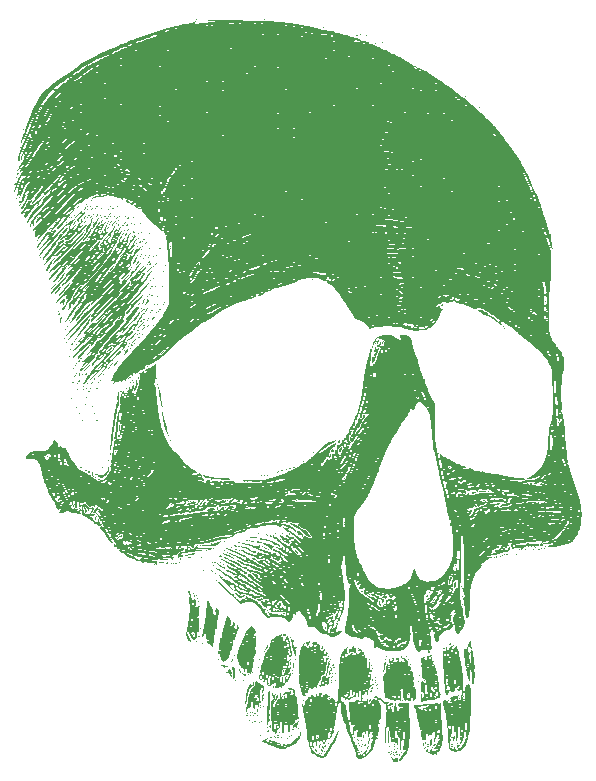
<source format=gbs>
G04 #@! TF.GenerationSoftware,KiCad,Pcbnew,7.0.1-3b83917a11~171~ubuntu22.04.1*
G04 #@! TF.CreationDate,2023-03-30T17:32:25-07:00*
G04 #@! TF.ProjectId,skull,736b756c-6c2e-46b6-9963-61645f706362,rev?*
G04 #@! TF.SameCoordinates,Original*
G04 #@! TF.FileFunction,Soldermask,Bot*
G04 #@! TF.FilePolarity,Negative*
%FSLAX46Y46*%
G04 Gerber Fmt 4.6, Leading zero omitted, Abs format (unit mm)*
G04 Created by KiCad (PCBNEW 7.0.1-3b83917a11~171~ubuntu22.04.1) date 2023-03-30 17:32:25*
%MOMM*%
%LPD*%
G01*
G04 APERTURE LIST*
G04 APERTURE END LIST*
G04 #@! TO.C,G\u002A\u002A\u002A*
G36*
X121425191Y-104895801D02*
G01*
X121376718Y-104944275D01*
X121328245Y-104895801D01*
X121376718Y-104847328D01*
X121425191Y-104895801D01*
G37*
G36*
X121328245Y-110906488D02*
G01*
X121279771Y-110954962D01*
X121231298Y-110906488D01*
X121279771Y-110858015D01*
X121328245Y-110906488D01*
G37*
G36*
X120940458Y-101696565D02*
G01*
X120891985Y-101745038D01*
X120843512Y-101696565D01*
X120891985Y-101648091D01*
X120940458Y-101696565D01*
G37*
G36*
X120455725Y-87251526D02*
G01*
X120407252Y-87300000D01*
X120358779Y-87251526D01*
X120407252Y-87203053D01*
X120455725Y-87251526D01*
G37*
G36*
X119874046Y-112166794D02*
G01*
X119825573Y-112215267D01*
X119777100Y-112166794D01*
X119825573Y-112118320D01*
X119874046Y-112166794D01*
G37*
G36*
X119874046Y-91420229D02*
G01*
X119825573Y-91468702D01*
X119777100Y-91420229D01*
X119825573Y-91371755D01*
X119874046Y-91420229D01*
G37*
G36*
X119874046Y-91226336D02*
G01*
X119825573Y-91274809D01*
X119777100Y-91226336D01*
X119825573Y-91177862D01*
X119874046Y-91226336D01*
G37*
G36*
X119777100Y-112360687D02*
G01*
X119728626Y-112409160D01*
X119680153Y-112360687D01*
X119728626Y-112312213D01*
X119777100Y-112360687D01*
G37*
G36*
X119777100Y-106253053D02*
G01*
X119728626Y-106301526D01*
X119680153Y-106253053D01*
X119728626Y-106204580D01*
X119777100Y-106253053D01*
G37*
G36*
X119777100Y-90644656D02*
G01*
X119728626Y-90693129D01*
X119680153Y-90644656D01*
X119728626Y-90596183D01*
X119777100Y-90644656D01*
G37*
G36*
X119777100Y-90450763D02*
G01*
X119728626Y-90499236D01*
X119680153Y-90450763D01*
X119728626Y-90402290D01*
X119777100Y-90450763D01*
G37*
G36*
X119486260Y-112360687D02*
G01*
X119437787Y-112409160D01*
X119389313Y-112360687D01*
X119437787Y-112312213D01*
X119486260Y-112360687D01*
G37*
G36*
X119292367Y-112457633D02*
G01*
X119243893Y-112506107D01*
X119195420Y-112457633D01*
X119243893Y-112409160D01*
X119292367Y-112457633D01*
G37*
G36*
X119195420Y-111875954D02*
G01*
X119146947Y-111924427D01*
X119098474Y-111875954D01*
X119146947Y-111827481D01*
X119195420Y-111875954D01*
G37*
G36*
X118807634Y-112457633D02*
G01*
X118759161Y-112506107D01*
X118710687Y-112457633D01*
X118759161Y-112409160D01*
X118807634Y-112457633D01*
G37*
G36*
X118613741Y-112554580D02*
G01*
X118565267Y-112603053D01*
X118516794Y-112554580D01*
X118565267Y-112506107D01*
X118613741Y-112554580D01*
G37*
G36*
X118613741Y-111875954D02*
G01*
X118565267Y-111924427D01*
X118516794Y-111875954D01*
X118565267Y-111827481D01*
X118613741Y-111875954D01*
G37*
G36*
X118419848Y-112554580D02*
G01*
X118371374Y-112603053D01*
X118322901Y-112554580D01*
X118371374Y-112506107D01*
X118419848Y-112554580D01*
G37*
G36*
X118322901Y-106834733D02*
G01*
X118274428Y-106883206D01*
X118225954Y-106834733D01*
X118274428Y-106786259D01*
X118322901Y-106834733D01*
G37*
G36*
X118129008Y-112457633D02*
G01*
X118080535Y-112506107D01*
X118032061Y-112457633D01*
X118080535Y-112409160D01*
X118129008Y-112457633D01*
G37*
G36*
X117838168Y-112748473D02*
G01*
X117789695Y-112796946D01*
X117741222Y-112748473D01*
X117789695Y-112700000D01*
X117838168Y-112748473D01*
G37*
G36*
X117644275Y-112748473D02*
G01*
X117595802Y-112796946D01*
X117547329Y-112748473D01*
X117595802Y-112700000D01*
X117644275Y-112748473D01*
G37*
G36*
X117644275Y-112457633D02*
G01*
X117595802Y-112506107D01*
X117547329Y-112457633D01*
X117595802Y-112409160D01*
X117644275Y-112457633D01*
G37*
G36*
X117450382Y-112554580D02*
G01*
X117401909Y-112603053D01*
X117353435Y-112554580D01*
X117401909Y-112506107D01*
X117450382Y-112554580D01*
G37*
G36*
X117353435Y-112845420D02*
G01*
X117304962Y-112893893D01*
X117256489Y-112845420D01*
X117304962Y-112796946D01*
X117353435Y-112845420D01*
G37*
G36*
X117256489Y-112554580D02*
G01*
X117208016Y-112603053D01*
X117159542Y-112554580D01*
X117208016Y-112506107D01*
X117256489Y-112554580D01*
G37*
G36*
X117062596Y-112651526D02*
G01*
X117014122Y-112700000D01*
X116965649Y-112651526D01*
X117014122Y-112603053D01*
X117062596Y-112651526D01*
G37*
G36*
X116868703Y-112748473D02*
G01*
X116820229Y-112796946D01*
X116771756Y-112748473D01*
X116820229Y-112700000D01*
X116868703Y-112748473D01*
G37*
G36*
X116577863Y-112845420D02*
G01*
X116529390Y-112893893D01*
X116480916Y-112845420D01*
X116529390Y-112796946D01*
X116577863Y-112845420D01*
G37*
G36*
X116383970Y-93746946D02*
G01*
X116335496Y-93795420D01*
X116287023Y-93746946D01*
X116335496Y-93698473D01*
X116383970Y-93746946D01*
G37*
G36*
X116383970Y-93359160D02*
G01*
X116335496Y-93407633D01*
X116287023Y-93359160D01*
X116335496Y-93310687D01*
X116383970Y-93359160D01*
G37*
G36*
X116287023Y-93553053D02*
G01*
X116238550Y-93601526D01*
X116190077Y-93553053D01*
X116238550Y-93504580D01*
X116287023Y-93553053D01*
G37*
G36*
X116190077Y-113330152D02*
G01*
X116141603Y-113378626D01*
X116093130Y-113330152D01*
X116141603Y-113281679D01*
X116190077Y-113330152D01*
G37*
G36*
X116190077Y-112942366D02*
G01*
X116141603Y-112990839D01*
X116093130Y-112942366D01*
X116141603Y-112893893D01*
X116190077Y-112942366D01*
G37*
G36*
X115511451Y-113136259D02*
G01*
X115462977Y-113184733D01*
X115414504Y-113136259D01*
X115462977Y-113087786D01*
X115511451Y-113136259D01*
G37*
G36*
X115414504Y-112554580D02*
G01*
X115366031Y-112603053D01*
X115317558Y-112554580D01*
X115366031Y-112506107D01*
X115414504Y-112554580D01*
G37*
G36*
X115026718Y-107513358D02*
G01*
X114978245Y-107561832D01*
X114929771Y-107513358D01*
X114978245Y-107464885D01*
X115026718Y-107513358D01*
G37*
G36*
X114832825Y-109258397D02*
G01*
X114784351Y-109306870D01*
X114735878Y-109258397D01*
X114784351Y-109209923D01*
X114832825Y-109258397D01*
G37*
G36*
X114638932Y-108288931D02*
G01*
X114590458Y-108337404D01*
X114541985Y-108288931D01*
X114590458Y-108240458D01*
X114638932Y-108288931D01*
G37*
G36*
X114251145Y-75036259D02*
G01*
X114202672Y-75084733D01*
X114154199Y-75036259D01*
X114202672Y-74987786D01*
X114251145Y-75036259D01*
G37*
G36*
X113669466Y-120601145D02*
G01*
X113620993Y-120649618D01*
X113572519Y-120601145D01*
X113620993Y-120552671D01*
X113669466Y-120601145D01*
G37*
G36*
X113669466Y-74551526D02*
G01*
X113620993Y-74600000D01*
X113572519Y-74551526D01*
X113620993Y-74503053D01*
X113669466Y-74551526D01*
G37*
G36*
X113572519Y-110615649D02*
G01*
X113524046Y-110664122D01*
X113475573Y-110615649D01*
X113524046Y-110567175D01*
X113572519Y-110615649D01*
G37*
G36*
X113378626Y-73775954D02*
G01*
X113330153Y-73824427D01*
X113281680Y-73775954D01*
X113330153Y-73727481D01*
X113378626Y-73775954D01*
G37*
G36*
X113087787Y-127969084D02*
G01*
X113039313Y-128017557D01*
X112990840Y-127969084D01*
X113039313Y-127920610D01*
X113087787Y-127969084D01*
G37*
G36*
X113087787Y-120601145D02*
G01*
X113039313Y-120649618D01*
X112990840Y-120601145D01*
X113039313Y-120552671D01*
X113087787Y-120601145D01*
G37*
G36*
X113087787Y-74066794D02*
G01*
X113039313Y-74115267D01*
X112990840Y-74066794D01*
X113039313Y-74018320D01*
X113087787Y-74066794D01*
G37*
G36*
X112893893Y-124866794D02*
G01*
X112845420Y-124915267D01*
X112796947Y-124866794D01*
X112845420Y-124818320D01*
X112893893Y-124866794D01*
G37*
G36*
X112796947Y-117111068D02*
G01*
X112748474Y-117159542D01*
X112700000Y-117111068D01*
X112748474Y-117062595D01*
X112796947Y-117111068D01*
G37*
G36*
X112796947Y-116432442D02*
G01*
X112748474Y-116480916D01*
X112700000Y-116432442D01*
X112748474Y-116383969D01*
X112796947Y-116432442D01*
G37*
G36*
X112796947Y-115753817D02*
G01*
X112748474Y-115802290D01*
X112700000Y-115753817D01*
X112748474Y-115705343D01*
X112796947Y-115753817D01*
G37*
G36*
X112700000Y-115559923D02*
G01*
X112651527Y-115608397D01*
X112603054Y-115559923D01*
X112651527Y-115511450D01*
X112700000Y-115559923D01*
G37*
G36*
X112506107Y-128647710D02*
G01*
X112457634Y-128696183D01*
X112409161Y-128647710D01*
X112457634Y-128599236D01*
X112506107Y-128647710D01*
G37*
G36*
X112312214Y-73291221D02*
G01*
X112263741Y-73339694D01*
X112215267Y-73291221D01*
X112263741Y-73242748D01*
X112312214Y-73291221D01*
G37*
G36*
X112215267Y-113814885D02*
G01*
X112166794Y-113863358D01*
X112118321Y-113814885D01*
X112166794Y-113766412D01*
X112215267Y-113814885D01*
G37*
G36*
X111924428Y-129132442D02*
G01*
X111875954Y-129180916D01*
X111827481Y-129132442D01*
X111875954Y-129083969D01*
X111924428Y-129132442D01*
G37*
G36*
X111924428Y-128938549D02*
G01*
X111875954Y-128987023D01*
X111827481Y-128938549D01*
X111875954Y-128890076D01*
X111924428Y-128938549D01*
G37*
G36*
X111924428Y-128744656D02*
G01*
X111875954Y-128793129D01*
X111827481Y-128744656D01*
X111875954Y-128696183D01*
X111924428Y-128744656D01*
G37*
G36*
X111924428Y-128356870D02*
G01*
X111875954Y-128405343D01*
X111827481Y-128356870D01*
X111875954Y-128308397D01*
X111924428Y-128356870D01*
G37*
G36*
X111827481Y-124672900D02*
G01*
X111779008Y-124721374D01*
X111730535Y-124672900D01*
X111779008Y-124624427D01*
X111827481Y-124672900D01*
G37*
G36*
X111730535Y-105477481D02*
G01*
X111682061Y-105525954D01*
X111633588Y-105477481D01*
X111682061Y-105429007D01*
X111730535Y-105477481D01*
G37*
G36*
X111730535Y-73097328D02*
G01*
X111682061Y-73145801D01*
X111633588Y-73097328D01*
X111682061Y-73048855D01*
X111730535Y-73097328D01*
G37*
G36*
X111536641Y-123897328D02*
G01*
X111488168Y-123945801D01*
X111439695Y-123897328D01*
X111488168Y-123848855D01*
X111536641Y-123897328D01*
G37*
G36*
X111536641Y-123703435D02*
G01*
X111488168Y-123751908D01*
X111439695Y-123703435D01*
X111488168Y-123654962D01*
X111536641Y-123703435D01*
G37*
G36*
X111245802Y-120795038D02*
G01*
X111197329Y-120843511D01*
X111148855Y-120795038D01*
X111197329Y-120746565D01*
X111245802Y-120795038D01*
G37*
G36*
X110664122Y-91808015D02*
G01*
X110615649Y-91856488D01*
X110567176Y-91808015D01*
X110615649Y-91759542D01*
X110664122Y-91808015D01*
G37*
G36*
X110470229Y-124963740D02*
G01*
X110421756Y-125012213D01*
X110373283Y-124963740D01*
X110421756Y-124915267D01*
X110470229Y-124963740D01*
G37*
G36*
X110373283Y-129423282D02*
G01*
X110324809Y-129471755D01*
X110276336Y-129423282D01*
X110324809Y-129374809D01*
X110373283Y-129423282D01*
G37*
G36*
X110276336Y-117498855D02*
G01*
X110227863Y-117547328D01*
X110179390Y-117498855D01*
X110227863Y-117450381D01*
X110276336Y-117498855D01*
G37*
G36*
X110179390Y-119437786D02*
G01*
X110130916Y-119486259D01*
X110082443Y-119437786D01*
X110130916Y-119389313D01*
X110179390Y-119437786D01*
G37*
G36*
X109888550Y-129132442D02*
G01*
X109840077Y-129180916D01*
X109791603Y-129132442D01*
X109840077Y-129083969D01*
X109888550Y-129132442D01*
G37*
G36*
X109888550Y-128938549D02*
G01*
X109840077Y-128987023D01*
X109791603Y-128938549D01*
X109840077Y-128890076D01*
X109888550Y-128938549D01*
G37*
G36*
X109791603Y-71837023D02*
G01*
X109743130Y-71885496D01*
X109694657Y-71837023D01*
X109743130Y-71788549D01*
X109791603Y-71837023D01*
G37*
G36*
X109694657Y-123800381D02*
G01*
X109646183Y-123848855D01*
X109597710Y-123800381D01*
X109646183Y-123751908D01*
X109694657Y-123800381D01*
G37*
G36*
X109597710Y-123509542D02*
G01*
X109549237Y-123558015D01*
X109500764Y-123509542D01*
X109549237Y-123461068D01*
X109597710Y-123509542D01*
G37*
G36*
X109597710Y-116529389D02*
G01*
X109549237Y-116577862D01*
X109500764Y-116529389D01*
X109549237Y-116480916D01*
X109597710Y-116529389D01*
G37*
G36*
X109500764Y-124963740D02*
G01*
X109452290Y-125012213D01*
X109403817Y-124963740D01*
X109452290Y-124915267D01*
X109500764Y-124963740D01*
G37*
G36*
X109403817Y-124672900D02*
G01*
X109355344Y-124721374D01*
X109306871Y-124672900D01*
X109355344Y-124624427D01*
X109403817Y-124672900D01*
G37*
G36*
X109403817Y-121376717D02*
G01*
X109355344Y-121425191D01*
X109306871Y-121376717D01*
X109355344Y-121328244D01*
X109403817Y-121376717D01*
G37*
G36*
X109209924Y-123412595D02*
G01*
X109161451Y-123461068D01*
X109112977Y-123412595D01*
X109161451Y-123364122D01*
X109209924Y-123412595D01*
G37*
G36*
X109209924Y-123121755D02*
G01*
X109161451Y-123170229D01*
X109112977Y-123121755D01*
X109161451Y-123073282D01*
X109209924Y-123121755D01*
G37*
G36*
X109112977Y-123606488D02*
G01*
X109064504Y-123654962D01*
X109016031Y-123606488D01*
X109064504Y-123558015D01*
X109112977Y-123606488D01*
G37*
G36*
X109016031Y-99563740D02*
G01*
X108967558Y-99612213D01*
X108919084Y-99563740D01*
X108967558Y-99515267D01*
X109016031Y-99563740D01*
G37*
G36*
X108628245Y-122540076D02*
G01*
X108579771Y-122588549D01*
X108531298Y-122540076D01*
X108579771Y-122491603D01*
X108628245Y-122540076D01*
G37*
G36*
X108434351Y-122152290D02*
G01*
X108385878Y-122200763D01*
X108337405Y-122152290D01*
X108385878Y-122103817D01*
X108434351Y-122152290D01*
G37*
G36*
X108434351Y-121958397D02*
G01*
X108385878Y-122006870D01*
X108337405Y-121958397D01*
X108385878Y-121909923D01*
X108434351Y-121958397D01*
G37*
G36*
X108240458Y-121764504D02*
G01*
X108191985Y-121812977D01*
X108143512Y-121764504D01*
X108191985Y-121716030D01*
X108240458Y-121764504D01*
G37*
G36*
X108046565Y-121473664D02*
G01*
X107998092Y-121522137D01*
X107949619Y-121473664D01*
X107998092Y-121425191D01*
X108046565Y-121473664D01*
G37*
G36*
X107949619Y-70479771D02*
G01*
X107901145Y-70528244D01*
X107852672Y-70479771D01*
X107901145Y-70431297D01*
X107949619Y-70479771D01*
G37*
G36*
X107270993Y-129811068D02*
G01*
X107222519Y-129859542D01*
X107174046Y-129811068D01*
X107222519Y-129762595D01*
X107270993Y-129811068D01*
G37*
G36*
X107174046Y-120310305D02*
G01*
X107125573Y-120358778D01*
X107077100Y-120310305D01*
X107125573Y-120261832D01*
X107174046Y-120310305D01*
G37*
G36*
X107174046Y-117983588D02*
G01*
X107125573Y-118032061D01*
X107077100Y-117983588D01*
X107125573Y-117935114D01*
X107174046Y-117983588D01*
G37*
G36*
X107077100Y-129132442D02*
G01*
X107028626Y-129180916D01*
X106980153Y-129132442D01*
X107028626Y-129083969D01*
X107077100Y-129132442D01*
G37*
G36*
X106980153Y-129617175D02*
G01*
X106931680Y-129665649D01*
X106883206Y-129617175D01*
X106931680Y-129568702D01*
X106980153Y-129617175D01*
G37*
G36*
X106980153Y-116529389D02*
G01*
X106931680Y-116577862D01*
X106883206Y-116529389D01*
X106931680Y-116480916D01*
X106980153Y-116529389D01*
G37*
G36*
X106883206Y-125933206D02*
G01*
X106834733Y-125981679D01*
X106786260Y-125933206D01*
X106834733Y-125884733D01*
X106883206Y-125933206D01*
G37*
G36*
X106883206Y-125739313D02*
G01*
X106834733Y-125787786D01*
X106786260Y-125739313D01*
X106834733Y-125690839D01*
X106883206Y-125739313D01*
G37*
G36*
X106786260Y-129520229D02*
G01*
X106737787Y-129568702D01*
X106689313Y-129520229D01*
X106737787Y-129471755D01*
X106786260Y-129520229D01*
G37*
G36*
X106689313Y-129326336D02*
G01*
X106640840Y-129374809D01*
X106592367Y-129326336D01*
X106640840Y-129277862D01*
X106689313Y-129326336D01*
G37*
G36*
X106592367Y-129617175D02*
G01*
X106543893Y-129665649D01*
X106495420Y-129617175D01*
X106543893Y-129568702D01*
X106592367Y-129617175D01*
G37*
G36*
X106592367Y-122443129D02*
G01*
X106543893Y-122491603D01*
X106495420Y-122443129D01*
X106543893Y-122394656D01*
X106592367Y-122443129D01*
G37*
G36*
X106592367Y-122249236D02*
G01*
X106543893Y-122297710D01*
X106495420Y-122249236D01*
X106543893Y-122200763D01*
X106592367Y-122249236D01*
G37*
G36*
X106398474Y-121473664D02*
G01*
X106350000Y-121522137D01*
X106301527Y-121473664D01*
X106350000Y-121425191D01*
X106398474Y-121473664D01*
G37*
G36*
X106301527Y-121764504D02*
G01*
X106253054Y-121812977D01*
X106204580Y-121764504D01*
X106253054Y-121716030D01*
X106301527Y-121764504D01*
G37*
G36*
X106010687Y-69510305D02*
G01*
X105962214Y-69558778D01*
X105913741Y-69510305D01*
X105962214Y-69461832D01*
X106010687Y-69510305D01*
G37*
G36*
X105622901Y-124188168D02*
G01*
X105574428Y-124236641D01*
X105525954Y-124188168D01*
X105574428Y-124139694D01*
X105622901Y-124188168D01*
G37*
G36*
X105429008Y-123703435D02*
G01*
X105380535Y-123751908D01*
X105332061Y-123703435D01*
X105380535Y-123654962D01*
X105429008Y-123703435D01*
G37*
G36*
X105429008Y-123509542D02*
G01*
X105380535Y-123558015D01*
X105332061Y-123509542D01*
X105380535Y-123461068D01*
X105429008Y-123509542D01*
G37*
G36*
X105429008Y-122540076D02*
G01*
X105380535Y-122588549D01*
X105332061Y-122540076D01*
X105380535Y-122491603D01*
X105429008Y-122540076D01*
G37*
G36*
X105429008Y-95007252D02*
G01*
X105380535Y-95055725D01*
X105332061Y-95007252D01*
X105380535Y-94958778D01*
X105429008Y-95007252D01*
G37*
G36*
X105429008Y-69607252D02*
G01*
X105380535Y-69655725D01*
X105332061Y-69607252D01*
X105380535Y-69558778D01*
X105429008Y-69607252D01*
G37*
G36*
X105332061Y-122733969D02*
G01*
X105283588Y-122782442D01*
X105235115Y-122733969D01*
X105283588Y-122685496D01*
X105332061Y-122733969D01*
G37*
G36*
X105332061Y-121958397D02*
G01*
X105283588Y-122006870D01*
X105235115Y-121958397D01*
X105283588Y-121909923D01*
X105332061Y-121958397D01*
G37*
G36*
X105138168Y-122249236D02*
G01*
X105089695Y-122297710D01*
X105041222Y-122249236D01*
X105089695Y-122200763D01*
X105138168Y-122249236D01*
G37*
G36*
X104944275Y-121764504D02*
G01*
X104895802Y-121812977D01*
X104847329Y-121764504D01*
X104895802Y-121716030D01*
X104944275Y-121764504D01*
G37*
G36*
X104847329Y-120116412D02*
G01*
X104798855Y-120164885D01*
X104750382Y-120116412D01*
X104798855Y-120067939D01*
X104847329Y-120116412D01*
G37*
G36*
X104750382Y-118856107D02*
G01*
X104701909Y-118904580D01*
X104653435Y-118856107D01*
X104701909Y-118807633D01*
X104750382Y-118856107D01*
G37*
G36*
X104653435Y-128647710D02*
G01*
X104604962Y-128696183D01*
X104556489Y-128647710D01*
X104604962Y-128599236D01*
X104653435Y-128647710D01*
G37*
G36*
X104653435Y-68928626D02*
G01*
X104604962Y-68977099D01*
X104556489Y-68928626D01*
X104604962Y-68880152D01*
X104653435Y-68928626D01*
G37*
G36*
X104556489Y-129229389D02*
G01*
X104508016Y-129277862D01*
X104459542Y-129229389D01*
X104508016Y-129180916D01*
X104556489Y-129229389D01*
G37*
G36*
X104556489Y-125545420D02*
G01*
X104508016Y-125593893D01*
X104459542Y-125545420D01*
X104508016Y-125496946D01*
X104556489Y-125545420D01*
G37*
G36*
X104459542Y-129423282D02*
G01*
X104411069Y-129471755D01*
X104362596Y-129423282D01*
X104411069Y-129374809D01*
X104459542Y-129423282D01*
G37*
G36*
X104459542Y-128744656D02*
G01*
X104411069Y-128793129D01*
X104362596Y-128744656D01*
X104411069Y-128696183D01*
X104459542Y-128744656D01*
G37*
G36*
X104362596Y-128938549D02*
G01*
X104314122Y-128987023D01*
X104265649Y-128938549D01*
X104314122Y-128890076D01*
X104362596Y-128938549D01*
G37*
G36*
X104362596Y-102375191D02*
G01*
X104314122Y-102423664D01*
X104265649Y-102375191D01*
X104314122Y-102326717D01*
X104362596Y-102375191D01*
G37*
G36*
X104265649Y-129520229D02*
G01*
X104217176Y-129568702D01*
X104168703Y-129520229D01*
X104217176Y-129471755D01*
X104265649Y-129520229D01*
G37*
G36*
X104265649Y-129132442D02*
G01*
X104217176Y-129180916D01*
X104168703Y-129132442D01*
X104217176Y-129083969D01*
X104265649Y-129132442D01*
G37*
G36*
X104168703Y-129326336D02*
G01*
X104120229Y-129374809D01*
X104071756Y-129326336D01*
X104120229Y-129277862D01*
X104168703Y-129326336D01*
G37*
G36*
X104168703Y-68831679D02*
G01*
X104120229Y-68880152D01*
X104071756Y-68831679D01*
X104120229Y-68783206D01*
X104168703Y-68831679D01*
G37*
G36*
X104071756Y-129035496D02*
G01*
X104023283Y-129083969D01*
X103974809Y-129035496D01*
X104023283Y-128987023D01*
X104071756Y-129035496D01*
G37*
G36*
X103974809Y-128841603D02*
G01*
X103926336Y-128890076D01*
X103877863Y-128841603D01*
X103926336Y-128793129D01*
X103974809Y-128841603D01*
G37*
G36*
X103877863Y-68928626D02*
G01*
X103829390Y-68977099D01*
X103780916Y-68928626D01*
X103829390Y-68880152D01*
X103877863Y-68928626D01*
G37*
G36*
X103780916Y-128066030D02*
G01*
X103732443Y-128114504D01*
X103683970Y-128066030D01*
X103732443Y-128017557D01*
X103780916Y-128066030D01*
G37*
G36*
X103780916Y-120601145D02*
G01*
X103732443Y-120649618D01*
X103683970Y-120601145D01*
X103732443Y-120552671D01*
X103780916Y-120601145D01*
G37*
G36*
X103780916Y-115269084D02*
G01*
X103732443Y-115317557D01*
X103683970Y-115269084D01*
X103732443Y-115220610D01*
X103780916Y-115269084D01*
G37*
G36*
X103683970Y-128356870D02*
G01*
X103635496Y-128405343D01*
X103587023Y-128356870D01*
X103635496Y-128308397D01*
X103683970Y-128356870D01*
G37*
G36*
X103393130Y-118953053D02*
G01*
X103344657Y-119001526D01*
X103296183Y-118953053D01*
X103344657Y-118904580D01*
X103393130Y-118953053D01*
G37*
G36*
X103296183Y-120601145D02*
G01*
X103247710Y-120649618D01*
X103199237Y-120601145D01*
X103247710Y-120552671D01*
X103296183Y-120601145D01*
G37*
G36*
X102908397Y-105283588D02*
G01*
X102859924Y-105332061D01*
X102811451Y-105283588D01*
X102859924Y-105235114D01*
X102908397Y-105283588D01*
G37*
G36*
X102908397Y-68540839D02*
G01*
X102859924Y-68589313D01*
X102811451Y-68540839D01*
X102859924Y-68492366D01*
X102908397Y-68540839D01*
G37*
G36*
X102811451Y-110324809D02*
G01*
X102762977Y-110373282D01*
X102714504Y-110324809D01*
X102762977Y-110276336D01*
X102811451Y-110324809D01*
G37*
G36*
X102811451Y-110130916D02*
G01*
X102762977Y-110179389D01*
X102714504Y-110130916D01*
X102762977Y-110082442D01*
X102811451Y-110130916D01*
G37*
G36*
X102811451Y-109937023D02*
G01*
X102762977Y-109985496D01*
X102714504Y-109937023D01*
X102762977Y-109888549D01*
X102811451Y-109937023D01*
G37*
G36*
X102811451Y-109743129D02*
G01*
X102762977Y-109791603D01*
X102714504Y-109743129D01*
X102762977Y-109694656D01*
X102811451Y-109743129D01*
G37*
G36*
X102811451Y-109549236D02*
G01*
X102762977Y-109597710D01*
X102714504Y-109549236D01*
X102762977Y-109500763D01*
X102811451Y-109549236D01*
G37*
G36*
X102811451Y-106446946D02*
G01*
X102762977Y-106495420D01*
X102714504Y-106446946D01*
X102762977Y-106398473D01*
X102811451Y-106446946D01*
G37*
G36*
X102035878Y-123509542D02*
G01*
X101987405Y-123558015D01*
X101938932Y-123509542D01*
X101987405Y-123461068D01*
X102035878Y-123509542D01*
G37*
G36*
X102035878Y-122927862D02*
G01*
X101987405Y-122976336D01*
X101938932Y-122927862D01*
X101987405Y-122879389D01*
X102035878Y-122927862D01*
G37*
G36*
X102035878Y-122733969D02*
G01*
X101987405Y-122782442D01*
X101938932Y-122733969D01*
X101987405Y-122685496D01*
X102035878Y-122733969D01*
G37*
G36*
X101938932Y-123897328D02*
G01*
X101890458Y-123945801D01*
X101841985Y-123897328D01*
X101890458Y-123848855D01*
X101938932Y-123897328D01*
G37*
G36*
X101938932Y-122443129D02*
G01*
X101890458Y-122491603D01*
X101841985Y-122443129D01*
X101890458Y-122394656D01*
X101938932Y-122443129D01*
G37*
G36*
X101938932Y-119146946D02*
G01*
X101890458Y-119195420D01*
X101841985Y-119146946D01*
X101890458Y-119098473D01*
X101938932Y-119146946D01*
G37*
G36*
X101841985Y-122927862D02*
G01*
X101793512Y-122976336D01*
X101745038Y-122927862D01*
X101793512Y-122879389D01*
X101841985Y-122927862D01*
G37*
G36*
X101745038Y-123994275D02*
G01*
X101696565Y-124042748D01*
X101648092Y-123994275D01*
X101696565Y-123945801D01*
X101745038Y-123994275D01*
G37*
G36*
X101745038Y-123703435D02*
G01*
X101696565Y-123751908D01*
X101648092Y-123703435D01*
X101696565Y-123654962D01*
X101745038Y-123703435D01*
G37*
G36*
X101745038Y-123509542D02*
G01*
X101696565Y-123558015D01*
X101648092Y-123509542D01*
X101696565Y-123461068D01*
X101745038Y-123509542D01*
G37*
G36*
X101551145Y-128647710D02*
G01*
X101502672Y-128696183D01*
X101454199Y-128647710D01*
X101502672Y-128599236D01*
X101551145Y-128647710D01*
G37*
G36*
X101551145Y-128066030D02*
G01*
X101502672Y-128114504D01*
X101454199Y-128066030D01*
X101502672Y-128017557D01*
X101551145Y-128066030D01*
G37*
G36*
X101551145Y-125060687D02*
G01*
X101502672Y-125109160D01*
X101454199Y-125060687D01*
X101502672Y-125012213D01*
X101551145Y-125060687D01*
G37*
G36*
X101454199Y-128841603D02*
G01*
X101405725Y-128890076D01*
X101357252Y-128841603D01*
X101405725Y-128793129D01*
X101454199Y-128841603D01*
G37*
G36*
X101454199Y-121473664D02*
G01*
X101405725Y-121522137D01*
X101357252Y-121473664D01*
X101405725Y-121425191D01*
X101454199Y-121473664D01*
G37*
G36*
X101163359Y-129520229D02*
G01*
X101114886Y-129568702D01*
X101066412Y-129520229D01*
X101114886Y-129471755D01*
X101163359Y-129520229D01*
G37*
G36*
X101066412Y-68250000D02*
G01*
X101017939Y-68298473D01*
X100969466Y-68250000D01*
X101017939Y-68201526D01*
X101066412Y-68250000D01*
G37*
G36*
X100969466Y-89093511D02*
G01*
X100920993Y-89141984D01*
X100872519Y-89093511D01*
X100920993Y-89045038D01*
X100969466Y-89093511D01*
G37*
G36*
X100872519Y-129714122D02*
G01*
X100824046Y-129762595D01*
X100775573Y-129714122D01*
X100824046Y-129665649D01*
X100872519Y-129714122D01*
G37*
G36*
X100775573Y-89093511D02*
G01*
X100727100Y-89141984D01*
X100678626Y-89093511D01*
X100727100Y-89045038D01*
X100775573Y-89093511D01*
G37*
G36*
X100678626Y-129423282D02*
G01*
X100630153Y-129471755D01*
X100581680Y-129423282D01*
X100630153Y-129374809D01*
X100678626Y-129423282D01*
G37*
G36*
X100484733Y-67862213D02*
G01*
X100436260Y-67910687D01*
X100387787Y-67862213D01*
X100436260Y-67813740D01*
X100484733Y-67862213D01*
G37*
G36*
X100387787Y-120601145D02*
G01*
X100339313Y-120649618D01*
X100290840Y-120601145D01*
X100339313Y-120552671D01*
X100387787Y-120601145D01*
G37*
G36*
X100290840Y-124672900D02*
G01*
X100242367Y-124721374D01*
X100193893Y-124672900D01*
X100242367Y-124624427D01*
X100290840Y-124672900D01*
G37*
G36*
X100193893Y-104217175D02*
G01*
X100145420Y-104265649D01*
X100096947Y-104217175D01*
X100145420Y-104168702D01*
X100193893Y-104217175D01*
G37*
G36*
X100096947Y-89578244D02*
G01*
X100048474Y-89626717D01*
X100000000Y-89578244D01*
X100048474Y-89529771D01*
X100096947Y-89578244D01*
G37*
G36*
X99612214Y-124285114D02*
G01*
X99563741Y-124333588D01*
X99515267Y-124285114D01*
X99563741Y-124236641D01*
X99612214Y-124285114D01*
G37*
G36*
X99418321Y-125642366D02*
G01*
X99369848Y-125690839D01*
X99321374Y-125642366D01*
X99369848Y-125593893D01*
X99418321Y-125642366D01*
G37*
G36*
X99321374Y-104992748D02*
G01*
X99272901Y-105041221D01*
X99224428Y-104992748D01*
X99272901Y-104944275D01*
X99321374Y-104992748D01*
G37*
G36*
X99030535Y-127387404D02*
G01*
X98982061Y-127435878D01*
X98933588Y-127387404D01*
X98982061Y-127338931D01*
X99030535Y-127387404D01*
G37*
G36*
X99030535Y-111391221D02*
G01*
X98982061Y-111439694D01*
X98933588Y-111391221D01*
X98982061Y-111342748D01*
X99030535Y-111391221D01*
G37*
G36*
X98933588Y-127581297D02*
G01*
X98885115Y-127629771D01*
X98836641Y-127581297D01*
X98885115Y-127532824D01*
X98933588Y-127581297D01*
G37*
G36*
X98739695Y-127872137D02*
G01*
X98691222Y-127920610D01*
X98642748Y-127872137D01*
X98691222Y-127823664D01*
X98739695Y-127872137D01*
G37*
G36*
X98739695Y-108288931D02*
G01*
X98691222Y-108337404D01*
X98642748Y-108288931D01*
X98691222Y-108240458D01*
X98739695Y-108288931D01*
G37*
G36*
X98739695Y-105380534D02*
G01*
X98691222Y-105429007D01*
X98642748Y-105380534D01*
X98691222Y-105332061D01*
X98739695Y-105380534D01*
G37*
G36*
X98642748Y-121764504D02*
G01*
X98594275Y-121812977D01*
X98545802Y-121764504D01*
X98594275Y-121716030D01*
X98642748Y-121764504D01*
G37*
G36*
X98545802Y-127872137D02*
G01*
X98497329Y-127920610D01*
X98448855Y-127872137D01*
X98497329Y-127823664D01*
X98545802Y-127872137D01*
G37*
G36*
X98545802Y-105477481D02*
G01*
X98497329Y-105525954D01*
X98448855Y-105477481D01*
X98497329Y-105429007D01*
X98545802Y-105477481D01*
G37*
G36*
X98448855Y-122927862D02*
G01*
X98400382Y-122976336D01*
X98351909Y-122927862D01*
X98400382Y-122879389D01*
X98448855Y-122927862D01*
G37*
G36*
X98351909Y-128162977D02*
G01*
X98303435Y-128211450D01*
X98254962Y-128162977D01*
X98303435Y-128114504D01*
X98351909Y-128162977D01*
G37*
G36*
X98351909Y-127969084D02*
G01*
X98303435Y-128017557D01*
X98254962Y-127969084D01*
X98303435Y-127920610D01*
X98351909Y-127969084D01*
G37*
G36*
X98351909Y-124672900D02*
G01*
X98303435Y-124721374D01*
X98254962Y-124672900D01*
X98303435Y-124624427D01*
X98351909Y-124672900D01*
G37*
G36*
X98158016Y-128259923D02*
G01*
X98109542Y-128308397D01*
X98061069Y-128259923D01*
X98109542Y-128211450D01*
X98158016Y-128259923D01*
G37*
G36*
X98061069Y-120988931D02*
G01*
X98012596Y-121037404D01*
X97964122Y-120988931D01*
X98012596Y-120940458D01*
X98061069Y-120988931D01*
G37*
G36*
X97964122Y-128453817D02*
G01*
X97915649Y-128502290D01*
X97867176Y-128453817D01*
X97915649Y-128405343D01*
X97964122Y-128453817D01*
G37*
G36*
X97867176Y-127969084D02*
G01*
X97818703Y-128017557D01*
X97770229Y-127969084D01*
X97818703Y-127920610D01*
X97867176Y-127969084D01*
G37*
G36*
X97867176Y-124769847D02*
G01*
X97818703Y-124818320D01*
X97770229Y-124769847D01*
X97818703Y-124721374D01*
X97867176Y-124769847D01*
G37*
G36*
X97673283Y-106543893D02*
G01*
X97624809Y-106592366D01*
X97576336Y-106543893D01*
X97624809Y-106495420D01*
X97673283Y-106543893D01*
G37*
G36*
X97576336Y-124866794D02*
G01*
X97527863Y-124915267D01*
X97479390Y-124866794D01*
X97527863Y-124818320D01*
X97576336Y-124866794D01*
G37*
G36*
X97576336Y-111100381D02*
G01*
X97527863Y-111148855D01*
X97479390Y-111100381D01*
X97527863Y-111051908D01*
X97576336Y-111100381D01*
G37*
G36*
X97479390Y-128356870D02*
G01*
X97430916Y-128405343D01*
X97382443Y-128356870D01*
X97430916Y-128308397D01*
X97479390Y-128356870D01*
G37*
G36*
X97382443Y-111585114D02*
G01*
X97333970Y-111633588D01*
X97285496Y-111585114D01*
X97333970Y-111536641D01*
X97382443Y-111585114D01*
G37*
G36*
X97188550Y-128356870D02*
G01*
X97140077Y-128405343D01*
X97091603Y-128356870D01*
X97140077Y-128308397D01*
X97188550Y-128356870D01*
G37*
G36*
X97188550Y-128162977D02*
G01*
X97140077Y-128211450D01*
X97091603Y-128162977D01*
X97140077Y-128114504D01*
X97188550Y-128162977D01*
G37*
G36*
X97188550Y-117595801D02*
G01*
X97140077Y-117644275D01*
X97091603Y-117595801D01*
X97140077Y-117547328D01*
X97188550Y-117595801D01*
G37*
G36*
X97188550Y-111197328D02*
G01*
X97140077Y-111245801D01*
X97091603Y-111197328D01*
X97140077Y-111148855D01*
X97188550Y-111197328D01*
G37*
G36*
X97091603Y-128550763D02*
G01*
X97043130Y-128599236D01*
X96994657Y-128550763D01*
X97043130Y-128502290D01*
X97091603Y-128550763D01*
G37*
G36*
X96994657Y-111100381D02*
G01*
X96946183Y-111148855D01*
X96897710Y-111100381D01*
X96946183Y-111051908D01*
X96994657Y-111100381D01*
G37*
G36*
X96897710Y-105962213D02*
G01*
X96849237Y-106010687D01*
X96800764Y-105962213D01*
X96849237Y-105913740D01*
X96897710Y-105962213D01*
G37*
G36*
X96703817Y-128066030D02*
G01*
X96655344Y-128114504D01*
X96606871Y-128066030D01*
X96655344Y-128017557D01*
X96703817Y-128066030D01*
G37*
G36*
X96703817Y-106059160D02*
G01*
X96655344Y-106107633D01*
X96606871Y-106059160D01*
X96655344Y-106010687D01*
X96703817Y-106059160D01*
G37*
G36*
X96606871Y-128356870D02*
G01*
X96558397Y-128405343D01*
X96509924Y-128356870D01*
X96558397Y-128308397D01*
X96606871Y-128356870D01*
G37*
G36*
X96412977Y-128066030D02*
G01*
X96364504Y-128114504D01*
X96316031Y-128066030D01*
X96364504Y-128017557D01*
X96412977Y-128066030D01*
G37*
G36*
X96412977Y-123800381D02*
G01*
X96364504Y-123848855D01*
X96316031Y-123800381D01*
X96364504Y-123751908D01*
X96412977Y-123800381D01*
G37*
G36*
X96412977Y-117304962D02*
G01*
X96364504Y-117353435D01*
X96316031Y-117304962D01*
X96364504Y-117256488D01*
X96412977Y-117304962D01*
G37*
G36*
X96316031Y-106156107D02*
G01*
X96267558Y-106204580D01*
X96219084Y-106156107D01*
X96267558Y-106107633D01*
X96316031Y-106156107D01*
G37*
G36*
X96025191Y-121085878D02*
G01*
X95976718Y-121134351D01*
X95928245Y-121085878D01*
X95976718Y-121037404D01*
X96025191Y-121085878D01*
G37*
G36*
X96025191Y-117401908D02*
G01*
X95976718Y-117450381D01*
X95928245Y-117401908D01*
X95976718Y-117353435D01*
X96025191Y-117401908D01*
G37*
G36*
X96025191Y-111197328D02*
G01*
X95976718Y-111245801D01*
X95928245Y-111197328D01*
X95976718Y-111148855D01*
X96025191Y-111197328D01*
G37*
G36*
X96025191Y-106156107D02*
G01*
X95976718Y-106204580D01*
X95928245Y-106156107D01*
X95976718Y-106107633D01*
X96025191Y-106156107D01*
G37*
G36*
X96025191Y-67571374D02*
G01*
X95976718Y-67619847D01*
X95928245Y-67571374D01*
X95976718Y-67522900D01*
X96025191Y-67571374D01*
G37*
G36*
X95928245Y-126611832D02*
G01*
X95879771Y-126660305D01*
X95831298Y-126611832D01*
X95879771Y-126563359D01*
X95928245Y-126611832D01*
G37*
G36*
X95928245Y-126127099D02*
G01*
X95879771Y-126175572D01*
X95831298Y-126127099D01*
X95879771Y-126078626D01*
X95928245Y-126127099D01*
G37*
G36*
X95928245Y-125933206D02*
G01*
X95879771Y-125981679D01*
X95831298Y-125933206D01*
X95879771Y-125884733D01*
X95928245Y-125933206D01*
G37*
G36*
X95928245Y-121279771D02*
G01*
X95879771Y-121328244D01*
X95831298Y-121279771D01*
X95879771Y-121231297D01*
X95928245Y-121279771D01*
G37*
G36*
X95831298Y-126999618D02*
G01*
X95782825Y-127048091D01*
X95734351Y-126999618D01*
X95782825Y-126951145D01*
X95831298Y-126999618D01*
G37*
G36*
X95831298Y-111197328D02*
G01*
X95782825Y-111245801D01*
X95734351Y-111197328D01*
X95782825Y-111148855D01*
X95831298Y-111197328D01*
G37*
G36*
X95831298Y-106156107D02*
G01*
X95782825Y-106204580D01*
X95734351Y-106156107D01*
X95782825Y-106107633D01*
X95831298Y-106156107D01*
G37*
G36*
X95734351Y-128162977D02*
G01*
X95685878Y-128211450D01*
X95637405Y-128162977D01*
X95685878Y-128114504D01*
X95734351Y-128162977D01*
G37*
G36*
X95734351Y-126030152D02*
G01*
X95685878Y-126078626D01*
X95637405Y-126030152D01*
X95685878Y-125981679D01*
X95734351Y-126030152D01*
G37*
G36*
X95734351Y-125836259D02*
G01*
X95685878Y-125884733D01*
X95637405Y-125836259D01*
X95685878Y-125787786D01*
X95734351Y-125836259D01*
G37*
G36*
X95734351Y-125642366D02*
G01*
X95685878Y-125690839D01*
X95637405Y-125642366D01*
X95685878Y-125593893D01*
X95734351Y-125642366D01*
G37*
G36*
X95637405Y-127096565D02*
G01*
X95588932Y-127145038D01*
X95540458Y-127096565D01*
X95588932Y-127048091D01*
X95637405Y-127096565D01*
G37*
G36*
X95637405Y-126611832D02*
G01*
X95588932Y-126660305D01*
X95540458Y-126611832D01*
X95588932Y-126563359D01*
X95637405Y-126611832D01*
G37*
G36*
X95637405Y-121764504D02*
G01*
X95588932Y-121812977D01*
X95540458Y-121764504D01*
X95588932Y-121716030D01*
X95637405Y-121764504D01*
G37*
G36*
X95540458Y-126805725D02*
G01*
X95491985Y-126854198D01*
X95443512Y-126805725D01*
X95491985Y-126757252D01*
X95540458Y-126805725D01*
G37*
G36*
X95540458Y-122443129D02*
G01*
X95491985Y-122491603D01*
X95443512Y-122443129D01*
X95491985Y-122394656D01*
X95540458Y-122443129D01*
G37*
G36*
X95540458Y-111100381D02*
G01*
X95491985Y-111148855D01*
X95443512Y-111100381D01*
X95491985Y-111051908D01*
X95540458Y-111100381D01*
G37*
G36*
X95346565Y-127387404D02*
G01*
X95298092Y-127435878D01*
X95249619Y-127387404D01*
X95298092Y-127338931D01*
X95346565Y-127387404D01*
G37*
G36*
X95346565Y-88608778D02*
G01*
X95298092Y-88657252D01*
X95249619Y-88608778D01*
X95298092Y-88560305D01*
X95346565Y-88608778D01*
G37*
G36*
X95249619Y-126999618D02*
G01*
X95201145Y-127048091D01*
X95152672Y-126999618D01*
X95201145Y-126951145D01*
X95249619Y-126999618D01*
G37*
G36*
X95249619Y-126805725D02*
G01*
X95201145Y-126854198D01*
X95152672Y-126805725D01*
X95201145Y-126757252D01*
X95249619Y-126805725D01*
G37*
G36*
X95249619Y-126320992D02*
G01*
X95201145Y-126369465D01*
X95152672Y-126320992D01*
X95201145Y-126272519D01*
X95249619Y-126320992D01*
G37*
G36*
X95152672Y-126514885D02*
G01*
X95104199Y-126563359D01*
X95055725Y-126514885D01*
X95104199Y-126466412D01*
X95152672Y-126514885D01*
G37*
G36*
X95055725Y-127096565D02*
G01*
X95007252Y-127145038D01*
X94958779Y-127096565D01*
X95007252Y-127048091D01*
X95055725Y-127096565D01*
G37*
G36*
X95055725Y-126224046D02*
G01*
X95007252Y-126272519D01*
X94958779Y-126224046D01*
X95007252Y-126175572D01*
X95055725Y-126224046D01*
G37*
G36*
X95055725Y-122830916D02*
G01*
X95007252Y-122879389D01*
X94958779Y-122830916D01*
X95007252Y-122782442D01*
X95055725Y-122830916D01*
G37*
G36*
X95055725Y-88705725D02*
G01*
X95007252Y-88754198D01*
X94958779Y-88705725D01*
X95007252Y-88657252D01*
X95055725Y-88705725D01*
G37*
G36*
X94958779Y-126030152D02*
G01*
X94910306Y-126078626D01*
X94861832Y-126030152D01*
X94910306Y-125981679D01*
X94958779Y-126030152D01*
G37*
G36*
X94958779Y-123218702D02*
G01*
X94910306Y-123267175D01*
X94861832Y-123218702D01*
X94910306Y-123170229D01*
X94958779Y-123218702D01*
G37*
G36*
X94777910Y-123787357D02*
G01*
X94781268Y-123776145D01*
X94780361Y-123774601D01*
X94793694Y-123771573D01*
X94777910Y-123787357D01*
G37*
G36*
X94861832Y-126514885D02*
G01*
X94813359Y-126563359D01*
X94764886Y-126514885D01*
X94813359Y-126466412D01*
X94861832Y-126514885D01*
G37*
G36*
X94861832Y-126224046D02*
G01*
X94813359Y-126272519D01*
X94764886Y-126224046D01*
X94813359Y-126175572D01*
X94861832Y-126224046D01*
G37*
G36*
X94764886Y-126902671D02*
G01*
X94716412Y-126951145D01*
X94667939Y-126902671D01*
X94716412Y-126854198D01*
X94764886Y-126902671D01*
G37*
G36*
X94764886Y-126030152D02*
G01*
X94716412Y-126078626D01*
X94667939Y-126030152D01*
X94716412Y-125981679D01*
X94764886Y-126030152D01*
G37*
G36*
X94764886Y-123218702D02*
G01*
X94716412Y-123267175D01*
X94667939Y-123218702D01*
X94716412Y-123170229D01*
X94764886Y-123218702D01*
G37*
G36*
X94764886Y-111682061D02*
G01*
X94716412Y-111730534D01*
X94667939Y-111682061D01*
X94716412Y-111633588D01*
X94764886Y-111682061D01*
G37*
G36*
X94667939Y-126708778D02*
G01*
X94619466Y-126757252D01*
X94570993Y-126708778D01*
X94619466Y-126660305D01*
X94667939Y-126708778D01*
G37*
G36*
X94667939Y-123024809D02*
G01*
X94619466Y-123073282D01*
X94570993Y-123024809D01*
X94619466Y-122976336D01*
X94667939Y-123024809D01*
G37*
G36*
X94570993Y-126514885D02*
G01*
X94522519Y-126563359D01*
X94474046Y-126514885D01*
X94522519Y-126466412D01*
X94570993Y-126514885D01*
G37*
G36*
X94570993Y-123218702D02*
G01*
X94522519Y-123267175D01*
X94474046Y-123218702D01*
X94522519Y-123170229D01*
X94570993Y-123218702D01*
G37*
G36*
X94570993Y-111682061D02*
G01*
X94522519Y-111730534D01*
X94474046Y-111682061D01*
X94522519Y-111633588D01*
X94570993Y-111682061D01*
G37*
G36*
X94280153Y-123509542D02*
G01*
X94231680Y-123558015D01*
X94183206Y-123509542D01*
X94231680Y-123461068D01*
X94280153Y-123509542D01*
G37*
G36*
X94183206Y-106737786D02*
G01*
X94134733Y-106786259D01*
X94086260Y-106737786D01*
X94134733Y-106689313D01*
X94183206Y-106737786D01*
G37*
G36*
X94086260Y-123412595D02*
G01*
X94037787Y-123461068D01*
X93989313Y-123412595D01*
X94037787Y-123364122D01*
X94086260Y-123412595D01*
G37*
G36*
X93989313Y-124091221D02*
G01*
X93940840Y-124139694D01*
X93892367Y-124091221D01*
X93940840Y-124042748D01*
X93989313Y-124091221D01*
G37*
G36*
X93892367Y-112166794D02*
G01*
X93843893Y-112215267D01*
X93795420Y-112166794D01*
X93843893Y-112118320D01*
X93892367Y-112166794D01*
G37*
G36*
X93892367Y-106737786D02*
G01*
X93843893Y-106786259D01*
X93795420Y-106737786D01*
X93843893Y-106689313D01*
X93892367Y-106737786D01*
G37*
G36*
X93795420Y-123218702D02*
G01*
X93746947Y-123267175D01*
X93698474Y-123218702D01*
X93746947Y-123170229D01*
X93795420Y-123218702D01*
G37*
G36*
X93601527Y-123509542D02*
G01*
X93553054Y-123558015D01*
X93504580Y-123509542D01*
X93553054Y-123461068D01*
X93601527Y-123509542D01*
G37*
G36*
X92922901Y-108288931D02*
G01*
X92874428Y-108337404D01*
X92825954Y-108288931D01*
X92874428Y-108240458D01*
X92922901Y-108288931D01*
G37*
G36*
X92729008Y-108870610D02*
G01*
X92680535Y-108919084D01*
X92632061Y-108870610D01*
X92680535Y-108822137D01*
X92729008Y-108870610D01*
G37*
G36*
X92632061Y-122733969D02*
G01*
X92583588Y-122782442D01*
X92535115Y-122733969D01*
X92583588Y-122685496D01*
X92632061Y-122733969D01*
G37*
G36*
X92535115Y-108288931D02*
G01*
X92486642Y-108337404D01*
X92438168Y-108288931D01*
X92486642Y-108240458D01*
X92535115Y-108288931D01*
G37*
G36*
X92341222Y-113524046D02*
G01*
X92292748Y-113572519D01*
X92244275Y-113524046D01*
X92292748Y-113475572D01*
X92341222Y-113524046D01*
G37*
G36*
X92147329Y-121764504D02*
G01*
X92098855Y-121812977D01*
X92050382Y-121764504D01*
X92098855Y-121716030D01*
X92147329Y-121764504D01*
G37*
G36*
X92147329Y-113233206D02*
G01*
X92098855Y-113281679D01*
X92050382Y-113233206D01*
X92098855Y-113184733D01*
X92147329Y-113233206D01*
G37*
G36*
X91953435Y-113233206D02*
G01*
X91904962Y-113281679D01*
X91856489Y-113233206D01*
X91904962Y-113184733D01*
X91953435Y-113233206D01*
G37*
G36*
X91856489Y-113524046D02*
G01*
X91808016Y-113572519D01*
X91759542Y-113524046D01*
X91808016Y-113475572D01*
X91856489Y-113524046D01*
G37*
G36*
X91759542Y-113814885D02*
G01*
X91711069Y-113863358D01*
X91662596Y-113814885D01*
X91711069Y-113766412D01*
X91759542Y-113814885D01*
G37*
G36*
X91759542Y-112360687D02*
G01*
X91711069Y-112409160D01*
X91662596Y-112360687D01*
X91711069Y-112312213D01*
X91759542Y-112360687D01*
G37*
G36*
X91662596Y-113524046D02*
G01*
X91614122Y-113572519D01*
X91565649Y-113524046D01*
X91614122Y-113475572D01*
X91662596Y-113524046D01*
G37*
G36*
X91565649Y-114687404D02*
G01*
X91517176Y-114735878D01*
X91468703Y-114687404D01*
X91517176Y-114638931D01*
X91565649Y-114687404D01*
G37*
G36*
X91371756Y-114493511D02*
G01*
X91323283Y-114541984D01*
X91274809Y-114493511D01*
X91323283Y-114445038D01*
X91371756Y-114493511D01*
G37*
G36*
X91371756Y-114008778D02*
G01*
X91323283Y-114057252D01*
X91274809Y-114008778D01*
X91323283Y-113960305D01*
X91371756Y-114008778D01*
G37*
G36*
X91177863Y-116626336D02*
G01*
X91129390Y-116674809D01*
X91080916Y-116626336D01*
X91129390Y-116577862D01*
X91177863Y-116626336D01*
G37*
G36*
X91080916Y-113911832D02*
G01*
X91032443Y-113960305D01*
X90983970Y-113911832D01*
X91032443Y-113863358D01*
X91080916Y-113911832D01*
G37*
G36*
X90887023Y-114202671D02*
G01*
X90838550Y-114251145D01*
X90790077Y-114202671D01*
X90838550Y-114154198D01*
X90887023Y-114202671D01*
G37*
G36*
X90790077Y-120407252D02*
G01*
X90741603Y-120455725D01*
X90693130Y-120407252D01*
X90741603Y-120358778D01*
X90790077Y-120407252D01*
G37*
G36*
X90693130Y-113136259D02*
G01*
X90644657Y-113184733D01*
X90596183Y-113136259D01*
X90644657Y-113087786D01*
X90693130Y-113136259D01*
G37*
G36*
X90499237Y-119825572D02*
G01*
X90450764Y-119874046D01*
X90402290Y-119825572D01*
X90450764Y-119777099D01*
X90499237Y-119825572D01*
G37*
G36*
X90499237Y-109258397D02*
G01*
X90450764Y-109306870D01*
X90402290Y-109258397D01*
X90450764Y-109209923D01*
X90499237Y-109258397D01*
G37*
G36*
X90402290Y-112748473D02*
G01*
X90353817Y-112796946D01*
X90305344Y-112748473D01*
X90353817Y-112700000D01*
X90402290Y-112748473D01*
G37*
G36*
X90402290Y-67765267D02*
G01*
X90353817Y-67813740D01*
X90305344Y-67765267D01*
X90353817Y-67716794D01*
X90402290Y-67765267D01*
G37*
G36*
X90305344Y-120213359D02*
G01*
X90256871Y-120261832D01*
X90208397Y-120213359D01*
X90256871Y-120164885D01*
X90305344Y-120213359D01*
G37*
G36*
X90305344Y-116335496D02*
G01*
X90256871Y-116383969D01*
X90208397Y-116335496D01*
X90256871Y-116287023D01*
X90305344Y-116335496D01*
G37*
G36*
X90305344Y-109258397D02*
G01*
X90256871Y-109306870D01*
X90208397Y-109258397D01*
X90256871Y-109209923D01*
X90305344Y-109258397D01*
G37*
G36*
X90305344Y-67571374D02*
G01*
X90256871Y-67619847D01*
X90208397Y-67571374D01*
X90256871Y-67522900D01*
X90305344Y-67571374D01*
G37*
G36*
X90014504Y-119631679D02*
G01*
X89966031Y-119680152D01*
X89917558Y-119631679D01*
X89966031Y-119583206D01*
X90014504Y-119631679D01*
G37*
G36*
X90014504Y-116141603D02*
G01*
X89966031Y-116190076D01*
X89917558Y-116141603D01*
X89966031Y-116093129D01*
X90014504Y-116141603D01*
G37*
G36*
X90014504Y-108385878D02*
G01*
X89966031Y-108434351D01*
X89917558Y-108385878D01*
X89966031Y-108337404D01*
X90014504Y-108385878D01*
G37*
G36*
X89917558Y-115947710D02*
G01*
X89869084Y-115996183D01*
X89820611Y-115947710D01*
X89869084Y-115899236D01*
X89917558Y-115947710D01*
G37*
G36*
X89820611Y-112748473D02*
G01*
X89772138Y-112796946D01*
X89723664Y-112748473D01*
X89772138Y-112700000D01*
X89820611Y-112748473D01*
G37*
G36*
X89820611Y-108385878D02*
G01*
X89772138Y-108434351D01*
X89723664Y-108385878D01*
X89772138Y-108337404D01*
X89820611Y-108385878D01*
G37*
G36*
X89820611Y-67862213D02*
G01*
X89772138Y-67910687D01*
X89723664Y-67862213D01*
X89772138Y-67813740D01*
X89820611Y-67862213D01*
G37*
G36*
X89723664Y-109064504D02*
G01*
X89675191Y-109112977D01*
X89626718Y-109064504D01*
X89675191Y-109016030D01*
X89723664Y-109064504D01*
G37*
G36*
X89626718Y-108385878D02*
G01*
X89578245Y-108434351D01*
X89529771Y-108385878D01*
X89578245Y-108337404D01*
X89626718Y-108385878D01*
G37*
G36*
X89529771Y-109355343D02*
G01*
X89481298Y-109403817D01*
X89432825Y-109355343D01*
X89481298Y-109306870D01*
X89529771Y-109355343D01*
G37*
G36*
X89141985Y-108482824D02*
G01*
X89093512Y-108531297D01*
X89045038Y-108482824D01*
X89093512Y-108434351D01*
X89141985Y-108482824D01*
G37*
G36*
X88851145Y-113524046D02*
G01*
X88802672Y-113572519D01*
X88754199Y-113524046D01*
X88802672Y-113475572D01*
X88851145Y-113524046D01*
G37*
G36*
X88754199Y-113330152D02*
G01*
X88705725Y-113378626D01*
X88657252Y-113330152D01*
X88705725Y-113281679D01*
X88754199Y-113330152D01*
G37*
G36*
X88560306Y-113620992D02*
G01*
X88511832Y-113669465D01*
X88463359Y-113620992D01*
X88511832Y-113572519D01*
X88560306Y-113620992D01*
G37*
G36*
X88366412Y-113620992D02*
G01*
X88317939Y-113669465D01*
X88269466Y-113620992D01*
X88317939Y-113572519D01*
X88366412Y-113620992D01*
G37*
G36*
X88172519Y-113620992D02*
G01*
X88124046Y-113669465D01*
X88075573Y-113620992D01*
X88124046Y-113572519D01*
X88172519Y-113620992D01*
G37*
G36*
X88075573Y-112360687D02*
G01*
X88027100Y-112409160D01*
X87978626Y-112360687D01*
X88027100Y-112312213D01*
X88075573Y-112360687D01*
G37*
G36*
X88075573Y-86960687D02*
G01*
X88027100Y-87009160D01*
X87978626Y-86960687D01*
X88027100Y-86912213D01*
X88075573Y-86960687D01*
G37*
G36*
X88075573Y-86766794D02*
G01*
X88027100Y-86815267D01*
X87978626Y-86766794D01*
X88027100Y-86718320D01*
X88075573Y-86766794D01*
G37*
G36*
X88075573Y-86572900D02*
G01*
X88027100Y-86621374D01*
X87978626Y-86572900D01*
X88027100Y-86524427D01*
X88075573Y-86572900D01*
G37*
G36*
X87687787Y-112360687D02*
G01*
X87639313Y-112409160D01*
X87590840Y-112360687D01*
X87639313Y-112312213D01*
X87687787Y-112360687D01*
G37*
G36*
X87687787Y-88414885D02*
G01*
X87639313Y-88463359D01*
X87590840Y-88414885D01*
X87639313Y-88366412D01*
X87687787Y-88414885D01*
G37*
G36*
X87590840Y-91517175D02*
G01*
X87542367Y-91565649D01*
X87493893Y-91517175D01*
X87542367Y-91468702D01*
X87590840Y-91517175D01*
G37*
G36*
X87493893Y-91711068D02*
G01*
X87445420Y-91759542D01*
X87396947Y-91711068D01*
X87445420Y-91662595D01*
X87493893Y-91711068D01*
G37*
G36*
X87493893Y-88899618D02*
G01*
X87445420Y-88948091D01*
X87396947Y-88899618D01*
X87445420Y-88851145D01*
X87493893Y-88899618D01*
G37*
G36*
X87396947Y-91904962D02*
G01*
X87348474Y-91953435D01*
X87300000Y-91904962D01*
X87348474Y-91856488D01*
X87396947Y-91904962D01*
G37*
G36*
X87396947Y-90547710D02*
G01*
X87348474Y-90596183D01*
X87300000Y-90547710D01*
X87348474Y-90499236D01*
X87396947Y-90547710D01*
G37*
G36*
X87396947Y-90159923D02*
G01*
X87348474Y-90208397D01*
X87300000Y-90159923D01*
X87348474Y-90111450D01*
X87396947Y-90159923D01*
G37*
G36*
X87396947Y-88027099D02*
G01*
X87348474Y-88075572D01*
X87300000Y-88027099D01*
X87348474Y-87978626D01*
X87396947Y-88027099D01*
G37*
G36*
X87203054Y-92098855D02*
G01*
X87154580Y-92147328D01*
X87106107Y-92098855D01*
X87154580Y-92050381D01*
X87203054Y-92098855D01*
G37*
G36*
X87203054Y-86960687D02*
G01*
X87154580Y-87009160D01*
X87106107Y-86960687D01*
X87154580Y-86912213D01*
X87203054Y-86960687D01*
G37*
G36*
X87106107Y-92292748D02*
G01*
X87057634Y-92341221D01*
X87009161Y-92292748D01*
X87057634Y-92244275D01*
X87106107Y-92292748D01*
G37*
G36*
X87106107Y-90644656D02*
G01*
X87057634Y-90693129D01*
X87009161Y-90644656D01*
X87057634Y-90596183D01*
X87106107Y-90644656D01*
G37*
G36*
X87009161Y-91711068D02*
G01*
X86960687Y-91759542D01*
X86912214Y-91711068D01*
X86960687Y-91662595D01*
X87009161Y-91711068D01*
G37*
G36*
X87009161Y-91032442D02*
G01*
X86960687Y-91080916D01*
X86912214Y-91032442D01*
X86960687Y-90983969D01*
X87009161Y-91032442D01*
G37*
G36*
X87009161Y-88027099D02*
G01*
X86960687Y-88075572D01*
X86912214Y-88027099D01*
X86960687Y-87978626D01*
X87009161Y-88027099D01*
G37*
G36*
X87009161Y-85894275D02*
G01*
X86960687Y-85942748D01*
X86912214Y-85894275D01*
X86960687Y-85845801D01*
X87009161Y-85894275D01*
G37*
G36*
X86912214Y-92389694D02*
G01*
X86863741Y-92438168D01*
X86815267Y-92389694D01*
X86863741Y-92341221D01*
X86912214Y-92389694D01*
G37*
G36*
X86912214Y-88511832D02*
G01*
X86863741Y-88560305D01*
X86815267Y-88511832D01*
X86863741Y-88463359D01*
X86912214Y-88511832D01*
G37*
G36*
X86912214Y-87542366D02*
G01*
X86863741Y-87590839D01*
X86815267Y-87542366D01*
X86863741Y-87493893D01*
X86912214Y-87542366D01*
G37*
G36*
X86815267Y-92583588D02*
G01*
X86766794Y-92632061D01*
X86718321Y-92583588D01*
X86766794Y-92535114D01*
X86815267Y-92583588D01*
G37*
G36*
X86815267Y-90159923D02*
G01*
X86766794Y-90208397D01*
X86718321Y-90159923D01*
X86766794Y-90111450D01*
X86815267Y-90159923D01*
G37*
G36*
X86815267Y-89772137D02*
G01*
X86766794Y-89820610D01*
X86718321Y-89772137D01*
X86766794Y-89723664D01*
X86815267Y-89772137D01*
G37*
G36*
X86815267Y-88705725D02*
G01*
X86766794Y-88754198D01*
X86718321Y-88705725D01*
X86766794Y-88657252D01*
X86815267Y-88705725D01*
G37*
G36*
X86718321Y-113717939D02*
G01*
X86669848Y-113766412D01*
X86621374Y-113717939D01*
X86669848Y-113669465D01*
X86718321Y-113717939D01*
G37*
G36*
X86718321Y-91711068D02*
G01*
X86669848Y-91759542D01*
X86621374Y-91711068D01*
X86669848Y-91662595D01*
X86718321Y-91711068D01*
G37*
G36*
X86718321Y-91129389D02*
G01*
X86669848Y-91177862D01*
X86621374Y-91129389D01*
X86669848Y-91080916D01*
X86718321Y-91129389D01*
G37*
G36*
X86718321Y-87154580D02*
G01*
X86669848Y-87203053D01*
X86621374Y-87154580D01*
X86669848Y-87106107D01*
X86718321Y-87154580D01*
G37*
G36*
X86621374Y-93456107D02*
G01*
X86572901Y-93504580D01*
X86524428Y-93456107D01*
X86572901Y-93407633D01*
X86621374Y-93456107D01*
G37*
G36*
X86621374Y-89481297D02*
G01*
X86572901Y-89529771D01*
X86524428Y-89481297D01*
X86572901Y-89432824D01*
X86621374Y-89481297D01*
G37*
G36*
X86621374Y-87639313D02*
G01*
X86572901Y-87687786D01*
X86524428Y-87639313D01*
X86572901Y-87590839D01*
X86621374Y-87639313D01*
G37*
G36*
X86621374Y-86669847D02*
G01*
X86572901Y-86718320D01*
X86524428Y-86669847D01*
X86572901Y-86621374D01*
X86621374Y-86669847D01*
G37*
G36*
X86524428Y-90935496D02*
G01*
X86475954Y-90983969D01*
X86427481Y-90935496D01*
X86475954Y-90887023D01*
X86524428Y-90935496D01*
G37*
G36*
X86524428Y-90159923D02*
G01*
X86475954Y-90208397D01*
X86427481Y-90159923D01*
X86475954Y-90111450D01*
X86524428Y-90159923D01*
G37*
G36*
X86524428Y-87348473D02*
G01*
X86475954Y-87396946D01*
X86427481Y-87348473D01*
X86475954Y-87300000D01*
X86524428Y-87348473D01*
G37*
G36*
X86427481Y-93165267D02*
G01*
X86379008Y-93213740D01*
X86330535Y-93165267D01*
X86379008Y-93116794D01*
X86427481Y-93165267D01*
G37*
G36*
X86427481Y-92680534D02*
G01*
X86379008Y-92729007D01*
X86330535Y-92680534D01*
X86379008Y-92632061D01*
X86427481Y-92680534D01*
G37*
G36*
X86427481Y-92389694D02*
G01*
X86379008Y-92438168D01*
X86330535Y-92389694D01*
X86379008Y-92341221D01*
X86427481Y-92389694D01*
G37*
G36*
X86427481Y-92001908D02*
G01*
X86379008Y-92050381D01*
X86330535Y-92001908D01*
X86379008Y-91953435D01*
X86427481Y-92001908D01*
G37*
G36*
X86427481Y-91129389D02*
G01*
X86379008Y-91177862D01*
X86330535Y-91129389D01*
X86379008Y-91080916D01*
X86427481Y-91129389D01*
G37*
G36*
X86427481Y-90353817D02*
G01*
X86379008Y-90402290D01*
X86330535Y-90353817D01*
X86379008Y-90305343D01*
X86427481Y-90353817D01*
G37*
G36*
X86427481Y-89675191D02*
G01*
X86379008Y-89723664D01*
X86330535Y-89675191D01*
X86379008Y-89626717D01*
X86427481Y-89675191D01*
G37*
G36*
X86330535Y-90838549D02*
G01*
X86282061Y-90887023D01*
X86233588Y-90838549D01*
X86282061Y-90790076D01*
X86330535Y-90838549D01*
G37*
G36*
X86330535Y-87542366D02*
G01*
X86282061Y-87590839D01*
X86233588Y-87542366D01*
X86282061Y-87493893D01*
X86330535Y-87542366D01*
G37*
G36*
X86330535Y-86960687D02*
G01*
X86282061Y-87009160D01*
X86233588Y-86960687D01*
X86282061Y-86912213D01*
X86330535Y-86960687D01*
G37*
G36*
X86330535Y-85700381D02*
G01*
X86282061Y-85748855D01*
X86233588Y-85700381D01*
X86282061Y-85651908D01*
X86330535Y-85700381D01*
G37*
G36*
X86233588Y-92874427D02*
G01*
X86185115Y-92922900D01*
X86136642Y-92874427D01*
X86185115Y-92825954D01*
X86233588Y-92874427D01*
G37*
G36*
X86233588Y-90450763D02*
G01*
X86185115Y-90499236D01*
X86136642Y-90450763D01*
X86185115Y-90402290D01*
X86233588Y-90450763D01*
G37*
G36*
X86233588Y-88511832D02*
G01*
X86185115Y-88560305D01*
X86136642Y-88511832D01*
X86185115Y-88463359D01*
X86233588Y-88511832D01*
G37*
G36*
X86233588Y-87736259D02*
G01*
X86185115Y-87784733D01*
X86136642Y-87736259D01*
X86185115Y-87687786D01*
X86233588Y-87736259D01*
G37*
G36*
X86136642Y-96946183D02*
G01*
X86088168Y-96994656D01*
X86039695Y-96946183D01*
X86088168Y-96897710D01*
X86136642Y-96946183D01*
G37*
G36*
X86136642Y-93068320D02*
G01*
X86088168Y-93116794D01*
X86039695Y-93068320D01*
X86088168Y-93019847D01*
X86136642Y-93068320D01*
G37*
G36*
X86136642Y-92680534D02*
G01*
X86088168Y-92729007D01*
X86039695Y-92680534D01*
X86088168Y-92632061D01*
X86136642Y-92680534D01*
G37*
G36*
X86136642Y-92486641D02*
G01*
X86088168Y-92535114D01*
X86039695Y-92486641D01*
X86088168Y-92438168D01*
X86136642Y-92486641D01*
G37*
G36*
X86136642Y-91032442D02*
G01*
X86088168Y-91080916D01*
X86039695Y-91032442D01*
X86088168Y-90983969D01*
X86136642Y-91032442D01*
G37*
G36*
X86136642Y-88317939D02*
G01*
X86088168Y-88366412D01*
X86039695Y-88317939D01*
X86088168Y-88269465D01*
X86136642Y-88317939D01*
G37*
G36*
X86136642Y-87930152D02*
G01*
X86088168Y-87978626D01*
X86039695Y-87930152D01*
X86088168Y-87881679D01*
X86136642Y-87930152D01*
G37*
G36*
X86136642Y-87154580D02*
G01*
X86088168Y-87203053D01*
X86039695Y-87154580D01*
X86088168Y-87106107D01*
X86136642Y-87154580D01*
G37*
G36*
X86039695Y-93262213D02*
G01*
X85991222Y-93310687D01*
X85942748Y-93262213D01*
X85991222Y-93213740D01*
X86039695Y-93262213D01*
G37*
G36*
X86039695Y-87348473D02*
G01*
X85991222Y-87396946D01*
X85942748Y-87348473D01*
X85991222Y-87300000D01*
X86039695Y-87348473D01*
G37*
G36*
X86039695Y-85894275D02*
G01*
X85991222Y-85942748D01*
X85942748Y-85894275D01*
X85991222Y-85845801D01*
X86039695Y-85894275D01*
G37*
G36*
X85942748Y-93843893D02*
G01*
X85894275Y-93892366D01*
X85845802Y-93843893D01*
X85894275Y-93795420D01*
X85942748Y-93843893D01*
G37*
G36*
X85942748Y-88027099D02*
G01*
X85894275Y-88075572D01*
X85845802Y-88027099D01*
X85894275Y-87978626D01*
X85942748Y-88027099D01*
G37*
G36*
X85942748Y-87542366D02*
G01*
X85894275Y-87590839D01*
X85845802Y-87542366D01*
X85894275Y-87493893D01*
X85942748Y-87542366D01*
G37*
G36*
X85845802Y-93456107D02*
G01*
X85797329Y-93504580D01*
X85748855Y-93456107D01*
X85797329Y-93407633D01*
X85845802Y-93456107D01*
G37*
G36*
X85845802Y-92680534D02*
G01*
X85797329Y-92729007D01*
X85748855Y-92680534D01*
X85797329Y-92632061D01*
X85845802Y-92680534D01*
G37*
G36*
X85845802Y-85312595D02*
G01*
X85797329Y-85361068D01*
X85748855Y-85312595D01*
X85797329Y-85264122D01*
X85845802Y-85312595D01*
G37*
G36*
X85748855Y-94231679D02*
G01*
X85700382Y-94280152D01*
X85651909Y-94231679D01*
X85700382Y-94183206D01*
X85748855Y-94231679D01*
G37*
G36*
X85748855Y-86766794D02*
G01*
X85700382Y-86815267D01*
X85651909Y-86766794D01*
X85700382Y-86718320D01*
X85748855Y-86766794D01*
G37*
G36*
X85748855Y-86379007D02*
G01*
X85700382Y-86427481D01*
X85651909Y-86379007D01*
X85700382Y-86330534D01*
X85748855Y-86379007D01*
G37*
G36*
X85748855Y-85991221D02*
G01*
X85700382Y-86039694D01*
X85651909Y-85991221D01*
X85700382Y-85942748D01*
X85748855Y-85991221D01*
G37*
G36*
X85651909Y-94037786D02*
G01*
X85603435Y-94086259D01*
X85554962Y-94037786D01*
X85603435Y-93989313D01*
X85651909Y-94037786D01*
G37*
G36*
X85651909Y-87445420D02*
G01*
X85603435Y-87493893D01*
X85554962Y-87445420D01*
X85603435Y-87396946D01*
X85651909Y-87445420D01*
G37*
G36*
X85651909Y-87057633D02*
G01*
X85603435Y-87106107D01*
X85554962Y-87057633D01*
X85603435Y-87009160D01*
X85651909Y-87057633D01*
G37*
G36*
X85651909Y-86572900D02*
G01*
X85603435Y-86621374D01*
X85554962Y-86572900D01*
X85603435Y-86524427D01*
X85651909Y-86572900D01*
G37*
G36*
X85651909Y-85603435D02*
G01*
X85603435Y-85651908D01*
X85554962Y-85603435D01*
X85603435Y-85554962D01*
X85651909Y-85603435D01*
G37*
G36*
X85554962Y-87639313D02*
G01*
X85506489Y-87687786D01*
X85458016Y-87639313D01*
X85506489Y-87590839D01*
X85554962Y-87639313D01*
G37*
G36*
X85554962Y-87251526D02*
G01*
X85506489Y-87300000D01*
X85458016Y-87251526D01*
X85506489Y-87203053D01*
X85554962Y-87251526D01*
G37*
G36*
X85554962Y-84827862D02*
G01*
X85506489Y-84876336D01*
X85458016Y-84827862D01*
X85506489Y-84779389D01*
X85554962Y-84827862D01*
G37*
G36*
X85458016Y-87833206D02*
G01*
X85409542Y-87881679D01*
X85361069Y-87833206D01*
X85409542Y-87784733D01*
X85458016Y-87833206D01*
G37*
G36*
X85458016Y-85894275D02*
G01*
X85409542Y-85942748D01*
X85361069Y-85894275D01*
X85409542Y-85845801D01*
X85458016Y-85894275D01*
G37*
G36*
X85458016Y-85312595D02*
G01*
X85409542Y-85361068D01*
X85361069Y-85312595D01*
X85409542Y-85264122D01*
X85458016Y-85312595D01*
G37*
G36*
X85361069Y-86088168D02*
G01*
X85312596Y-86136641D01*
X85264122Y-86088168D01*
X85312596Y-86039694D01*
X85361069Y-86088168D01*
G37*
G36*
X85361069Y-85700381D02*
G01*
X85312596Y-85748855D01*
X85264122Y-85700381D01*
X85312596Y-85651908D01*
X85361069Y-85700381D01*
G37*
G36*
X85264122Y-94231679D02*
G01*
X85215649Y-94280152D01*
X85167176Y-94231679D01*
X85215649Y-94183206D01*
X85264122Y-94231679D01*
G37*
G36*
X85167176Y-97915649D02*
G01*
X85118703Y-97964122D01*
X85070229Y-97915649D01*
X85118703Y-97867175D01*
X85167176Y-97915649D01*
G37*
G36*
X85167176Y-94037786D02*
G01*
X85118703Y-94086259D01*
X85070229Y-94037786D01*
X85118703Y-93989313D01*
X85167176Y-94037786D01*
G37*
G36*
X85167176Y-85312595D02*
G01*
X85118703Y-85361068D01*
X85070229Y-85312595D01*
X85118703Y-85264122D01*
X85167176Y-85312595D01*
G37*
G36*
X85070229Y-95007252D02*
G01*
X85021756Y-95055725D01*
X84973283Y-95007252D01*
X85021756Y-94958778D01*
X85070229Y-95007252D01*
G37*
G36*
X85070229Y-84924809D02*
G01*
X85021756Y-84973282D01*
X84973283Y-84924809D01*
X85021756Y-84876336D01*
X85070229Y-84924809D01*
G37*
G36*
X84973283Y-98303435D02*
G01*
X84924809Y-98351908D01*
X84876336Y-98303435D01*
X84924809Y-98254962D01*
X84973283Y-98303435D01*
G37*
G36*
X84973283Y-84343129D02*
G01*
X84924809Y-84391603D01*
X84876336Y-84343129D01*
X84924809Y-84294656D01*
X84973283Y-84343129D01*
G37*
G36*
X84876336Y-98109542D02*
G01*
X84827863Y-98158015D01*
X84779390Y-98109542D01*
X84827863Y-98061068D01*
X84876336Y-98109542D01*
G37*
G36*
X84876336Y-85312595D02*
G01*
X84827863Y-85361068D01*
X84779390Y-85312595D01*
X84827863Y-85264122D01*
X84876336Y-85312595D01*
G37*
G36*
X84779390Y-84827862D02*
G01*
X84730916Y-84876336D01*
X84682443Y-84827862D01*
X84730916Y-84779389D01*
X84779390Y-84827862D01*
G37*
G36*
X84682443Y-98303435D02*
G01*
X84633970Y-98351908D01*
X84585496Y-98303435D01*
X84633970Y-98254962D01*
X84682443Y-98303435D01*
G37*
G36*
X84682443Y-95395038D02*
G01*
X84633970Y-95443511D01*
X84585496Y-95395038D01*
X84633970Y-95346565D01*
X84682443Y-95395038D01*
G37*
G36*
X84682443Y-85118702D02*
G01*
X84633970Y-85167175D01*
X84585496Y-85118702D01*
X84633970Y-85070229D01*
X84682443Y-85118702D01*
G37*
G36*
X84585496Y-112360687D02*
G01*
X84537023Y-112409160D01*
X84488550Y-112360687D01*
X84537023Y-112312213D01*
X84585496Y-112360687D01*
G37*
G36*
X84585496Y-111875954D02*
G01*
X84537023Y-111924427D01*
X84488550Y-111875954D01*
X84537023Y-111827481D01*
X84585496Y-111875954D01*
G37*
G36*
X84488550Y-98594275D02*
G01*
X84440077Y-98642748D01*
X84391603Y-98594275D01*
X84440077Y-98545801D01*
X84488550Y-98594275D01*
G37*
G36*
X84391603Y-98788168D02*
G01*
X84343130Y-98836641D01*
X84294657Y-98788168D01*
X84343130Y-98739694D01*
X84391603Y-98788168D01*
G37*
G36*
X84391603Y-83761450D02*
G01*
X84343130Y-83809923D01*
X84294657Y-83761450D01*
X84343130Y-83712977D01*
X84391603Y-83761450D01*
G37*
G36*
X84294657Y-85215649D02*
G01*
X84246183Y-85264122D01*
X84197710Y-85215649D01*
X84246183Y-85167175D01*
X84294657Y-85215649D01*
G37*
G36*
X84294657Y-84246183D02*
G01*
X84246183Y-84294656D01*
X84197710Y-84246183D01*
X84246183Y-84197710D01*
X84294657Y-84246183D01*
G37*
G36*
X84197710Y-95588931D02*
G01*
X84149237Y-95637404D01*
X84100764Y-95588931D01*
X84149237Y-95540458D01*
X84197710Y-95588931D01*
G37*
G36*
X84197710Y-85409542D02*
G01*
X84149237Y-85458015D01*
X84100764Y-85409542D01*
X84149237Y-85361068D01*
X84197710Y-85409542D01*
G37*
G36*
X84197710Y-84537023D02*
G01*
X84149237Y-84585496D01*
X84100764Y-84537023D01*
X84149237Y-84488549D01*
X84197710Y-84537023D01*
G37*
G36*
X84003817Y-84440076D02*
G01*
X83955344Y-84488549D01*
X83906871Y-84440076D01*
X83955344Y-84391603D01*
X84003817Y-84440076D01*
G37*
G36*
X83906871Y-99079007D02*
G01*
X83858397Y-99127481D01*
X83809924Y-99079007D01*
X83858397Y-99030534D01*
X83906871Y-99079007D01*
G37*
G36*
X83906871Y-89869084D02*
G01*
X83858397Y-89917557D01*
X83809924Y-89869084D01*
X83858397Y-89820610D01*
X83906871Y-89869084D01*
G37*
G36*
X83906871Y-84633969D02*
G01*
X83858397Y-84682442D01*
X83809924Y-84633969D01*
X83858397Y-84585496D01*
X83906871Y-84633969D01*
G37*
G36*
X83809924Y-84246183D02*
G01*
X83761451Y-84294656D01*
X83712977Y-84246183D01*
X83761451Y-84197710D01*
X83809924Y-84246183D01*
G37*
G36*
X83809924Y-83858397D02*
G01*
X83761451Y-83906870D01*
X83712977Y-83858397D01*
X83761451Y-83809923D01*
X83809924Y-83858397D01*
G37*
G36*
X83616031Y-83373664D02*
G01*
X83567558Y-83422137D01*
X83519084Y-83373664D01*
X83567558Y-83325191D01*
X83616031Y-83373664D01*
G37*
G36*
X83519084Y-84827862D02*
G01*
X83470611Y-84876336D01*
X83422138Y-84827862D01*
X83470611Y-84779389D01*
X83519084Y-84827862D01*
G37*
G36*
X83422138Y-83955343D02*
G01*
X83373664Y-84003817D01*
X83325191Y-83955343D01*
X83373664Y-83906870D01*
X83422138Y-83955343D01*
G37*
G36*
X83325191Y-91904962D02*
G01*
X83276718Y-91953435D01*
X83228245Y-91904962D01*
X83276718Y-91856488D01*
X83325191Y-91904962D01*
G37*
G36*
X83325191Y-84246183D02*
G01*
X83276718Y-84294656D01*
X83228245Y-84246183D01*
X83276718Y-84197710D01*
X83325191Y-84246183D01*
G37*
G36*
X83325191Y-83276717D02*
G01*
X83276718Y-83325191D01*
X83228245Y-83276717D01*
X83276718Y-83228244D01*
X83325191Y-83276717D01*
G37*
G36*
X83228245Y-84440076D02*
G01*
X83179771Y-84488549D01*
X83131298Y-84440076D01*
X83179771Y-84391603D01*
X83228245Y-84440076D01*
G37*
G36*
X83228245Y-83567557D02*
G01*
X83179771Y-83616030D01*
X83131298Y-83567557D01*
X83179771Y-83519084D01*
X83228245Y-83567557D01*
G37*
G36*
X83131298Y-111585114D02*
G01*
X83082825Y-111633588D01*
X83034351Y-111585114D01*
X83082825Y-111536641D01*
X83131298Y-111585114D01*
G37*
G36*
X83131298Y-97140076D02*
G01*
X83082825Y-97188549D01*
X83034351Y-97140076D01*
X83082825Y-97091603D01*
X83131298Y-97140076D01*
G37*
G36*
X83131298Y-83761450D02*
G01*
X83082825Y-83809923D01*
X83034351Y-83761450D01*
X83082825Y-83712977D01*
X83131298Y-83761450D01*
G37*
G36*
X83034351Y-84246183D02*
G01*
X82985878Y-84294656D01*
X82937405Y-84246183D01*
X82985878Y-84197710D01*
X83034351Y-84246183D01*
G37*
G36*
X83034351Y-83373664D02*
G01*
X82985878Y-83422137D01*
X82937405Y-83373664D01*
X82985878Y-83325191D01*
X83034351Y-83373664D01*
G37*
G36*
X82937405Y-105186641D02*
G01*
X82888932Y-105235114D01*
X82840458Y-105186641D01*
X82888932Y-105138168D01*
X82937405Y-105186641D01*
G37*
G36*
X82937405Y-104604962D02*
G01*
X82888932Y-104653435D01*
X82840458Y-104604962D01*
X82888932Y-104556488D01*
X82937405Y-104604962D01*
G37*
G36*
X82937405Y-84924809D02*
G01*
X82888932Y-84973282D01*
X82840458Y-84924809D01*
X82888932Y-84876336D01*
X82937405Y-84924809D01*
G37*
G36*
X82840458Y-104895801D02*
G01*
X82791985Y-104944275D01*
X82743512Y-104895801D01*
X82791985Y-104847328D01*
X82840458Y-104895801D01*
G37*
G36*
X82840458Y-84246183D02*
G01*
X82791985Y-84294656D01*
X82743512Y-84246183D01*
X82791985Y-84197710D01*
X82840458Y-84246183D01*
G37*
G36*
X82840458Y-83664504D02*
G01*
X82791985Y-83712977D01*
X82743512Y-83664504D01*
X82791985Y-83616030D01*
X82840458Y-83664504D01*
G37*
G36*
X82743512Y-92389694D02*
G01*
X82695038Y-92438168D01*
X82646565Y-92389694D01*
X82695038Y-92341221D01*
X82743512Y-92389694D01*
G37*
G36*
X82646565Y-105186641D02*
G01*
X82598092Y-105235114D01*
X82549619Y-105186641D01*
X82598092Y-105138168D01*
X82646565Y-105186641D01*
G37*
G36*
X82646565Y-93940839D02*
G01*
X82598092Y-93989313D01*
X82549619Y-93940839D01*
X82598092Y-93892366D01*
X82646565Y-93940839D01*
G37*
G36*
X82646565Y-83761450D02*
G01*
X82598092Y-83809923D01*
X82549619Y-83761450D01*
X82598092Y-83712977D01*
X82646565Y-83761450D01*
G37*
G36*
X82646565Y-83082824D02*
G01*
X82598092Y-83131297D01*
X82549619Y-83082824D01*
X82598092Y-83034351D01*
X82646565Y-83082824D01*
G37*
G36*
X82452672Y-108191984D02*
G01*
X82404199Y-108240458D01*
X82355725Y-108191984D01*
X82404199Y-108143511D01*
X82452672Y-108191984D01*
G37*
G36*
X82452672Y-102472137D02*
G01*
X82404199Y-102520610D01*
X82355725Y-102472137D01*
X82404199Y-102423664D01*
X82452672Y-102472137D01*
G37*
G36*
X82452672Y-97624809D02*
G01*
X82404199Y-97673282D01*
X82355725Y-97624809D01*
X82404199Y-97576336D01*
X82452672Y-97624809D01*
G37*
G36*
X82452672Y-83955343D02*
G01*
X82404199Y-84003817D01*
X82355725Y-83955343D01*
X82404199Y-83906870D01*
X82452672Y-83955343D01*
G37*
G36*
X82355725Y-105477481D02*
G01*
X82307252Y-105525954D01*
X82258779Y-105477481D01*
X82307252Y-105429007D01*
X82355725Y-105477481D01*
G37*
G36*
X82355725Y-97915649D02*
G01*
X82307252Y-97964122D01*
X82258779Y-97915649D01*
X82307252Y-97867175D01*
X82355725Y-97915649D01*
G37*
G36*
X82355725Y-83276717D02*
G01*
X82307252Y-83325191D01*
X82258779Y-83276717D01*
X82307252Y-83228244D01*
X82355725Y-83276717D01*
G37*
G36*
X82258779Y-84343129D02*
G01*
X82210306Y-84391603D01*
X82161832Y-84343129D01*
X82210306Y-84294656D01*
X82258779Y-84343129D01*
G37*
G36*
X82258779Y-83567557D02*
G01*
X82210306Y-83616030D01*
X82161832Y-83567557D01*
X82210306Y-83519084D01*
X82258779Y-83567557D01*
G37*
G36*
X82161832Y-101987404D02*
G01*
X82113359Y-102035878D01*
X82064886Y-101987404D01*
X82113359Y-101938931D01*
X82161832Y-101987404D01*
G37*
G36*
X82161832Y-98109542D02*
G01*
X82113359Y-98158015D01*
X82064886Y-98109542D01*
X82113359Y-98061068D01*
X82161832Y-98109542D01*
G37*
G36*
X82161832Y-85894275D02*
G01*
X82113359Y-85942748D01*
X82064886Y-85894275D01*
X82113359Y-85845801D01*
X82161832Y-85894275D01*
G37*
G36*
X82161832Y-84537023D02*
G01*
X82113359Y-84585496D01*
X82064886Y-84537023D01*
X82113359Y-84488549D01*
X82161832Y-84537023D01*
G37*
G36*
X82161832Y-84149236D02*
G01*
X82113359Y-84197710D01*
X82064886Y-84149236D01*
X82113359Y-84100763D01*
X82161832Y-84149236D01*
G37*
G36*
X82064886Y-100533206D02*
G01*
X82016412Y-100581679D01*
X81967939Y-100533206D01*
X82016412Y-100484733D01*
X82064886Y-100533206D01*
G37*
G36*
X82064886Y-83276717D02*
G01*
X82016412Y-83325191D01*
X81967939Y-83276717D01*
X82016412Y-83228244D01*
X82064886Y-83276717D01*
G37*
G36*
X81967939Y-98303435D02*
G01*
X81919466Y-98351908D01*
X81870993Y-98303435D01*
X81919466Y-98254962D01*
X81967939Y-98303435D01*
G37*
G36*
X81967939Y-98012595D02*
G01*
X81919466Y-98061068D01*
X81870993Y-98012595D01*
X81919466Y-97964122D01*
X81967939Y-98012595D01*
G37*
G36*
X81967939Y-94619465D02*
G01*
X81919466Y-94667939D01*
X81870993Y-94619465D01*
X81919466Y-94570992D01*
X81967939Y-94619465D01*
G37*
G36*
X81870993Y-101502671D02*
G01*
X81822519Y-101551145D01*
X81774046Y-101502671D01*
X81822519Y-101454198D01*
X81870993Y-101502671D01*
G37*
G36*
X81870993Y-99951526D02*
G01*
X81822519Y-100000000D01*
X81774046Y-99951526D01*
X81822519Y-99903053D01*
X81870993Y-99951526D01*
G37*
G36*
X81870993Y-98788168D02*
G01*
X81822519Y-98836641D01*
X81774046Y-98788168D01*
X81822519Y-98739694D01*
X81870993Y-98788168D01*
G37*
G36*
X81870993Y-87348473D02*
G01*
X81822519Y-87396946D01*
X81774046Y-87348473D01*
X81822519Y-87300000D01*
X81870993Y-87348473D01*
G37*
G36*
X81870993Y-83373664D02*
G01*
X81822519Y-83422137D01*
X81774046Y-83373664D01*
X81822519Y-83325191D01*
X81870993Y-83373664D01*
G37*
G36*
X81774046Y-99175954D02*
G01*
X81725573Y-99224427D01*
X81677100Y-99175954D01*
X81725573Y-99127481D01*
X81774046Y-99175954D01*
G37*
G36*
X81774046Y-83858397D02*
G01*
X81725573Y-83906870D01*
X81677100Y-83858397D01*
X81725573Y-83809923D01*
X81774046Y-83858397D01*
G37*
G36*
X81774046Y-83567557D02*
G01*
X81725573Y-83616030D01*
X81677100Y-83567557D01*
X81725573Y-83519084D01*
X81774046Y-83567557D01*
G37*
G36*
X81677100Y-102472137D02*
G01*
X81628626Y-102520610D01*
X81580153Y-102472137D01*
X81628626Y-102423664D01*
X81677100Y-102472137D01*
G37*
G36*
X81677100Y-100920992D02*
G01*
X81628626Y-100969465D01*
X81580153Y-100920992D01*
X81628626Y-100872519D01*
X81677100Y-100920992D01*
G37*
G36*
X81677100Y-86185114D02*
G01*
X81628626Y-86233588D01*
X81580153Y-86185114D01*
X81628626Y-86136641D01*
X81677100Y-86185114D01*
G37*
G36*
X81677100Y-84537023D02*
G01*
X81628626Y-84585496D01*
X81580153Y-84537023D01*
X81628626Y-84488549D01*
X81677100Y-84537023D01*
G37*
G36*
X81580153Y-84730916D02*
G01*
X81531680Y-84779389D01*
X81483206Y-84730916D01*
X81531680Y-84682442D01*
X81580153Y-84730916D01*
G37*
G36*
X81580153Y-84052290D02*
G01*
X81531680Y-84100763D01*
X81483206Y-84052290D01*
X81531680Y-84003817D01*
X81580153Y-84052290D01*
G37*
G36*
X81580153Y-83858397D02*
G01*
X81531680Y-83906870D01*
X81483206Y-83858397D01*
X81531680Y-83809923D01*
X81580153Y-83858397D01*
G37*
G36*
X81483206Y-101987404D02*
G01*
X81434733Y-102035878D01*
X81386260Y-101987404D01*
X81434733Y-101938931D01*
X81483206Y-101987404D01*
G37*
G36*
X81483206Y-100339313D02*
G01*
X81434733Y-100387786D01*
X81386260Y-100339313D01*
X81434733Y-100290839D01*
X81483206Y-100339313D01*
G37*
G36*
X81483206Y-86863740D02*
G01*
X81434733Y-86912213D01*
X81386260Y-86863740D01*
X81434733Y-86815267D01*
X81483206Y-86863740D01*
G37*
G36*
X81386260Y-98594275D02*
G01*
X81337787Y-98642748D01*
X81289313Y-98594275D01*
X81337787Y-98545801D01*
X81386260Y-98594275D01*
G37*
G36*
X81386260Y-83179771D02*
G01*
X81337787Y-83228244D01*
X81289313Y-83179771D01*
X81337787Y-83131297D01*
X81386260Y-83179771D01*
G37*
G36*
X81386260Y-82888931D02*
G01*
X81337787Y-82937404D01*
X81289313Y-82888931D01*
X81337787Y-82840458D01*
X81386260Y-82888931D01*
G37*
G36*
X81289313Y-98788168D02*
G01*
X81240840Y-98836641D01*
X81192367Y-98788168D01*
X81240840Y-98739694D01*
X81289313Y-98788168D01*
G37*
G36*
X81289313Y-97140076D02*
G01*
X81240840Y-97188549D01*
X81192367Y-97140076D01*
X81240840Y-97091603D01*
X81289313Y-97140076D01*
G37*
G36*
X81289313Y-83955343D02*
G01*
X81240840Y-84003817D01*
X81192367Y-83955343D01*
X81240840Y-83906870D01*
X81289313Y-83955343D01*
G37*
G36*
X81289313Y-83373664D02*
G01*
X81240840Y-83422137D01*
X81192367Y-83373664D01*
X81240840Y-83325191D01*
X81289313Y-83373664D01*
G37*
G36*
X81192367Y-101405725D02*
G01*
X81143893Y-101454198D01*
X81095420Y-101405725D01*
X81143893Y-101357252D01*
X81192367Y-101405725D01*
G37*
G36*
X81192367Y-99369847D02*
G01*
X81143893Y-99418320D01*
X81095420Y-99369847D01*
X81143893Y-99321374D01*
X81192367Y-99369847D01*
G37*
G36*
X81192367Y-99079007D02*
G01*
X81143893Y-99127481D01*
X81095420Y-99079007D01*
X81143893Y-99030534D01*
X81192367Y-99079007D01*
G37*
G36*
X81192367Y-97333969D02*
G01*
X81143893Y-97382442D01*
X81095420Y-97333969D01*
X81143893Y-97285496D01*
X81192367Y-97333969D01*
G37*
G36*
X81192367Y-84537023D02*
G01*
X81143893Y-84585496D01*
X81095420Y-84537023D01*
X81143893Y-84488549D01*
X81192367Y-84537023D01*
G37*
G36*
X81192367Y-84149236D02*
G01*
X81143893Y-84197710D01*
X81095420Y-84149236D01*
X81143893Y-84100763D01*
X81192367Y-84149236D01*
G37*
G36*
X81095420Y-98594275D02*
G01*
X81046947Y-98642748D01*
X80998474Y-98594275D01*
X81046947Y-98545801D01*
X81095420Y-98594275D01*
G37*
G36*
X81095420Y-98400381D02*
G01*
X81046947Y-98448855D01*
X80998474Y-98400381D01*
X81046947Y-98351908D01*
X81095420Y-98400381D01*
G37*
G36*
X81095420Y-86185114D02*
G01*
X81046947Y-86233588D01*
X80998474Y-86185114D01*
X81046947Y-86136641D01*
X81095420Y-86185114D01*
G37*
G36*
X81095420Y-84343129D02*
G01*
X81046947Y-84391603D01*
X80998474Y-84343129D01*
X81046947Y-84294656D01*
X81095420Y-84343129D01*
G37*
G36*
X81095420Y-83858397D02*
G01*
X81046947Y-83906870D01*
X80998474Y-83858397D01*
X81046947Y-83809923D01*
X81095420Y-83858397D01*
G37*
G36*
X81095420Y-83664504D02*
G01*
X81046947Y-83712977D01*
X80998474Y-83664504D01*
X81046947Y-83616030D01*
X81095420Y-83664504D01*
G37*
G36*
X81095420Y-83373664D02*
G01*
X81046947Y-83422137D01*
X80998474Y-83373664D01*
X81046947Y-83325191D01*
X81095420Y-83373664D01*
G37*
G36*
X81095420Y-71449236D02*
G01*
X81046947Y-71497710D01*
X80998474Y-71449236D01*
X81046947Y-71400763D01*
X81095420Y-71449236D01*
G37*
G36*
X80998474Y-99854580D02*
G01*
X80950000Y-99903053D01*
X80901527Y-99854580D01*
X80950000Y-99806107D01*
X80998474Y-99854580D01*
G37*
G36*
X80998474Y-99563740D02*
G01*
X80950000Y-99612213D01*
X80901527Y-99563740D01*
X80950000Y-99515267D01*
X80998474Y-99563740D01*
G37*
G36*
X80998474Y-98788168D02*
G01*
X80950000Y-98836641D01*
X80901527Y-98788168D01*
X80950000Y-98739694D01*
X80998474Y-98788168D01*
G37*
G36*
X80901527Y-100145420D02*
G01*
X80853054Y-100193893D01*
X80804580Y-100145420D01*
X80853054Y-100096946D01*
X80901527Y-100145420D01*
G37*
G36*
X80804580Y-101793511D02*
G01*
X80756107Y-101841984D01*
X80707634Y-101793511D01*
X80756107Y-101745038D01*
X80804580Y-101793511D01*
G37*
G36*
X80804580Y-99272900D02*
G01*
X80756107Y-99321374D01*
X80707634Y-99272900D01*
X80756107Y-99224427D01*
X80804580Y-99272900D01*
G37*
G36*
X80707634Y-98885114D02*
G01*
X80659161Y-98933588D01*
X80610687Y-98885114D01*
X80659161Y-98836641D01*
X80707634Y-98885114D01*
G37*
G36*
X80707634Y-97818702D02*
G01*
X80659161Y-97867175D01*
X80610687Y-97818702D01*
X80659161Y-97770229D01*
X80707634Y-97818702D01*
G37*
G36*
X80610687Y-100630152D02*
G01*
X80562214Y-100678626D01*
X80513741Y-100630152D01*
X80562214Y-100581679D01*
X80610687Y-100630152D01*
G37*
G36*
X80610687Y-97624809D02*
G01*
X80562214Y-97673282D01*
X80513741Y-97624809D01*
X80562214Y-97576336D01*
X80610687Y-97624809D01*
G37*
G36*
X80513741Y-105477481D02*
G01*
X80465267Y-105525954D01*
X80416794Y-105477481D01*
X80465267Y-105429007D01*
X80513741Y-105477481D01*
G37*
G36*
X80513741Y-97915649D02*
G01*
X80465267Y-97964122D01*
X80416794Y-97915649D01*
X80465267Y-97867175D01*
X80513741Y-97915649D01*
G37*
G36*
X80513741Y-96267557D02*
G01*
X80465267Y-96316030D01*
X80416794Y-96267557D01*
X80465267Y-96219084D01*
X80513741Y-96267557D01*
G37*
G36*
X80416794Y-100920992D02*
G01*
X80368321Y-100969465D01*
X80319848Y-100920992D01*
X80368321Y-100872519D01*
X80416794Y-100920992D01*
G37*
G36*
X80222901Y-99854580D02*
G01*
X80174428Y-99903053D01*
X80125954Y-99854580D01*
X80174428Y-99806107D01*
X80222901Y-99854580D01*
G37*
G36*
X80222901Y-98885114D02*
G01*
X80174428Y-98933588D01*
X80125954Y-98885114D01*
X80174428Y-98836641D01*
X80222901Y-98885114D01*
G37*
G36*
X80222901Y-98400381D02*
G01*
X80174428Y-98448855D01*
X80125954Y-98400381D01*
X80174428Y-98351908D01*
X80222901Y-98400381D01*
G37*
G36*
X80222901Y-97915649D02*
G01*
X80174428Y-97964122D01*
X80125954Y-97915649D01*
X80174428Y-97867175D01*
X80222901Y-97915649D01*
G37*
G36*
X80222901Y-83761450D02*
G01*
X80174428Y-83809923D01*
X80125954Y-83761450D01*
X80174428Y-83712977D01*
X80222901Y-83761450D01*
G37*
G36*
X80125954Y-100436259D02*
G01*
X80077481Y-100484733D01*
X80029008Y-100436259D01*
X80077481Y-100387786D01*
X80125954Y-100436259D01*
G37*
G36*
X80125954Y-99175954D02*
G01*
X80077481Y-99224427D01*
X80029008Y-99175954D01*
X80077481Y-99127481D01*
X80125954Y-99175954D01*
G37*
G36*
X80125954Y-97527862D02*
G01*
X80077481Y-97576336D01*
X80029008Y-97527862D01*
X80077481Y-97479389D01*
X80125954Y-97527862D01*
G37*
G36*
X80125954Y-96461450D02*
G01*
X80077481Y-96509923D01*
X80029008Y-96461450D01*
X80077481Y-96412977D01*
X80125954Y-96461450D01*
G37*
G36*
X80125954Y-95104198D02*
G01*
X80077481Y-95152671D01*
X80029008Y-95104198D01*
X80077481Y-95055725D01*
X80125954Y-95104198D01*
G37*
G36*
X80125954Y-72127862D02*
G01*
X80077481Y-72176336D01*
X80029008Y-72127862D01*
X80077481Y-72079389D01*
X80125954Y-72127862D01*
G37*
G36*
X80029008Y-83955343D02*
G01*
X79980535Y-84003817D01*
X79932061Y-83955343D01*
X79980535Y-83906870D01*
X80029008Y-83955343D01*
G37*
G36*
X79932061Y-93262213D02*
G01*
X79883588Y-93310687D01*
X79835115Y-93262213D01*
X79883588Y-93213740D01*
X79932061Y-93262213D01*
G37*
G36*
X79932061Y-84149236D02*
G01*
X79883588Y-84197710D01*
X79835115Y-84149236D01*
X79883588Y-84100763D01*
X79932061Y-84149236D01*
G37*
G36*
X79835115Y-98303435D02*
G01*
X79786641Y-98351908D01*
X79738168Y-98303435D01*
X79786641Y-98254962D01*
X79835115Y-98303435D01*
G37*
G36*
X79835115Y-98012595D02*
G01*
X79786641Y-98061068D01*
X79738168Y-98012595D01*
X79786641Y-97964122D01*
X79835115Y-98012595D01*
G37*
G36*
X79835115Y-96655343D02*
G01*
X79786641Y-96703817D01*
X79738168Y-96655343D01*
X79786641Y-96606870D01*
X79835115Y-96655343D01*
G37*
G36*
X79738168Y-99660687D02*
G01*
X79689695Y-99709160D01*
X79641222Y-99660687D01*
X79689695Y-99612213D01*
X79738168Y-99660687D01*
G37*
G36*
X79738168Y-97333969D02*
G01*
X79689695Y-97382442D01*
X79641222Y-97333969D01*
X79689695Y-97285496D01*
X79738168Y-97333969D01*
G37*
G36*
X79738168Y-95976717D02*
G01*
X79689695Y-96025191D01*
X79641222Y-95976717D01*
X79689695Y-95928244D01*
X79738168Y-95976717D01*
G37*
G36*
X79738168Y-84343129D02*
G01*
X79689695Y-84391603D01*
X79641222Y-84343129D01*
X79689695Y-84294656D01*
X79738168Y-84343129D01*
G37*
G36*
X79641222Y-95782824D02*
G01*
X79592748Y-95831297D01*
X79544275Y-95782824D01*
X79592748Y-95734351D01*
X79641222Y-95782824D01*
G37*
G36*
X79641222Y-95491984D02*
G01*
X79592748Y-95540458D01*
X79544275Y-95491984D01*
X79592748Y-95443511D01*
X79641222Y-95491984D01*
G37*
G36*
X79544275Y-96073664D02*
G01*
X79495802Y-96122137D01*
X79447329Y-96073664D01*
X79495802Y-96025191D01*
X79544275Y-96073664D01*
G37*
G36*
X79544275Y-93068320D02*
G01*
X79495802Y-93116794D01*
X79447329Y-93068320D01*
X79495802Y-93019847D01*
X79544275Y-93068320D01*
G37*
G36*
X79544275Y-84343129D02*
G01*
X79495802Y-84391603D01*
X79447329Y-84343129D01*
X79495802Y-84294656D01*
X79544275Y-84343129D01*
G37*
G36*
X79350382Y-92486641D02*
G01*
X79301909Y-92535114D01*
X79253435Y-92486641D01*
X79301909Y-92438168D01*
X79350382Y-92486641D01*
G37*
G36*
X79253435Y-94910305D02*
G01*
X79204962Y-94958778D01*
X79156489Y-94910305D01*
X79204962Y-94861832D01*
X79253435Y-94910305D01*
G37*
G36*
X79253435Y-84730916D02*
G01*
X79204962Y-84779389D01*
X79156489Y-84730916D01*
X79204962Y-84682442D01*
X79253435Y-84730916D01*
G37*
G36*
X79156489Y-105089694D02*
G01*
X79108016Y-105138168D01*
X79059542Y-105089694D01*
X79108016Y-105041221D01*
X79156489Y-105089694D01*
G37*
G36*
X79059542Y-94037786D02*
G01*
X79011069Y-94086259D01*
X78962596Y-94037786D01*
X79011069Y-93989313D01*
X79059542Y-94037786D01*
G37*
G36*
X79059542Y-93359160D02*
G01*
X79011069Y-93407633D01*
X78962596Y-93359160D01*
X79011069Y-93310687D01*
X79059542Y-93359160D01*
G37*
G36*
X78962596Y-92583588D02*
G01*
X78914122Y-92632061D01*
X78865649Y-92583588D01*
X78914122Y-92535114D01*
X78962596Y-92583588D01*
G37*
G36*
X78671756Y-107998091D02*
G01*
X78623283Y-108046565D01*
X78574809Y-107998091D01*
X78623283Y-107949618D01*
X78671756Y-107998091D01*
G37*
G36*
X78671756Y-91808015D02*
G01*
X78623283Y-91856488D01*
X78574809Y-91808015D01*
X78623283Y-91759542D01*
X78671756Y-91808015D01*
G37*
G36*
X78574809Y-92292748D02*
G01*
X78526336Y-92341221D01*
X78477863Y-92292748D01*
X78526336Y-92244275D01*
X78574809Y-92292748D01*
G37*
G36*
X78477863Y-91129389D02*
G01*
X78429390Y-91177862D01*
X78380916Y-91129389D01*
X78429390Y-91080916D01*
X78477863Y-91129389D01*
G37*
G36*
X77993130Y-85118702D02*
G01*
X77944657Y-85167175D01*
X77896183Y-85118702D01*
X77944657Y-85070229D01*
X77993130Y-85118702D01*
G37*
G36*
X77411451Y-89093511D02*
G01*
X77362977Y-89141984D01*
X77314504Y-89093511D01*
X77362977Y-89045038D01*
X77411451Y-89093511D01*
G37*
G36*
X77120611Y-87736259D02*
G01*
X77072138Y-87784733D01*
X77023664Y-87736259D01*
X77072138Y-87687786D01*
X77120611Y-87736259D01*
G37*
G36*
X77023664Y-84633969D02*
G01*
X76975191Y-84682442D01*
X76926718Y-84633969D01*
X76975191Y-84585496D01*
X77023664Y-84633969D01*
G37*
G36*
X76829771Y-84343129D02*
G01*
X76781298Y-84391603D01*
X76732825Y-84343129D01*
X76781298Y-84294656D01*
X76829771Y-84343129D01*
G37*
G36*
X75666412Y-76878244D02*
G01*
X75617939Y-76926717D01*
X75569466Y-76878244D01*
X75617939Y-76829771D01*
X75666412Y-76878244D01*
G37*
G36*
X75084733Y-82695038D02*
G01*
X75036260Y-82743511D01*
X74987787Y-82695038D01*
X75036260Y-82646565D01*
X75084733Y-82695038D01*
G37*
G36*
X75084733Y-80950000D02*
G01*
X75036260Y-80998473D01*
X74987787Y-80950000D01*
X75036260Y-80901526D01*
X75084733Y-80950000D01*
G37*
G36*
X75084733Y-79980534D02*
G01*
X75036260Y-80029007D01*
X74987787Y-79980534D01*
X75036260Y-79932061D01*
X75084733Y-79980534D01*
G37*
G36*
X74987787Y-81143893D02*
G01*
X74939313Y-81192366D01*
X74890840Y-81143893D01*
X74939313Y-81095420D01*
X74987787Y-81143893D01*
G37*
G36*
X116383970Y-112893893D02*
G01*
X116376973Y-112945216D01*
X116319339Y-112958524D01*
X116307736Y-112944315D01*
X116319339Y-112829262D01*
X116348499Y-112814095D01*
X116383970Y-112893893D01*
G37*
G36*
X115996183Y-112990839D02*
G01*
X115989187Y-113042163D01*
X115931552Y-113055470D01*
X115919950Y-113041261D01*
X115931552Y-112926208D01*
X115960712Y-112911041D01*
X115996183Y-112990839D01*
G37*
G36*
X115705344Y-113087786D02*
G01*
X115698347Y-113139109D01*
X115640713Y-113152417D01*
X115629110Y-113138208D01*
X115640713Y-113023155D01*
X115669873Y-113007988D01*
X115705344Y-113087786D01*
G37*
G36*
X113281680Y-120261832D02*
G01*
X113274683Y-120313155D01*
X113217049Y-120326463D01*
X113205446Y-120312254D01*
X113217049Y-120197201D01*
X113246208Y-120182034D01*
X113281680Y-120261832D01*
G37*
G36*
X112796947Y-116868702D02*
G01*
X112789950Y-116920025D01*
X112732316Y-116933333D01*
X112720713Y-116919124D01*
X112732316Y-116804071D01*
X112761476Y-116788904D01*
X112796947Y-116868702D01*
G37*
G36*
X112570738Y-125044529D02*
G01*
X112585905Y-125073689D01*
X112506107Y-125109160D01*
X112454784Y-125102164D01*
X112441476Y-125044529D01*
X112455685Y-125032926D01*
X112570738Y-125044529D01*
G37*
G36*
X112376845Y-128825445D02*
G01*
X112392012Y-128854605D01*
X112312214Y-128890076D01*
X112260891Y-128883080D01*
X112247583Y-128825445D01*
X112261792Y-128813842D01*
X112376845Y-128825445D01*
G37*
G36*
X112215267Y-120940458D02*
G01*
X112208271Y-120991781D01*
X112150636Y-121005089D01*
X112139034Y-120990880D01*
X112150636Y-120875827D01*
X112179796Y-120860660D01*
X112215267Y-120940458D01*
G37*
G36*
X112118321Y-128890076D02*
G01*
X112111324Y-128941399D01*
X112053690Y-128954707D01*
X112042087Y-128940498D01*
X112053690Y-128825445D01*
X112082850Y-128810278D01*
X112118321Y-128890076D01*
G37*
G36*
X109977843Y-116036577D02*
G01*
X109970988Y-116134907D01*
X109926925Y-116163820D01*
X109907713Y-116129521D01*
X109919271Y-115978005D01*
X109954166Y-115933132D01*
X109977843Y-116036577D01*
G37*
G36*
X109687003Y-128833524D02*
G01*
X109680148Y-128931853D01*
X109636085Y-128960766D01*
X109616874Y-128926468D01*
X109628431Y-128774952D01*
X109663327Y-128730079D01*
X109687003Y-128833524D01*
G37*
G36*
X109493110Y-128930470D02*
G01*
X109486255Y-129028800D01*
X109442192Y-129057713D01*
X109422981Y-129023414D01*
X109434538Y-128871899D01*
X109469434Y-128827025D01*
X109493110Y-128930470D01*
G37*
G36*
X108531298Y-93504580D02*
G01*
X108524302Y-93555903D01*
X108466667Y-93569211D01*
X108455064Y-93555002D01*
X108466667Y-93439949D01*
X108495827Y-93424782D01*
X108531298Y-93504580D01*
G37*
G36*
X108240458Y-124721374D02*
G01*
X108233462Y-124772697D01*
X108175827Y-124786005D01*
X108164225Y-124771796D01*
X108175827Y-124656743D01*
X108204987Y-124641576D01*
X108240458Y-124721374D01*
G37*
G36*
X107755725Y-128793129D02*
G01*
X107748729Y-128844453D01*
X107691094Y-128857761D01*
X107679492Y-128843551D01*
X107691094Y-128728498D01*
X107720254Y-128713331D01*
X107755725Y-128793129D01*
G37*
G36*
X107755725Y-125206107D02*
G01*
X107748729Y-125257430D01*
X107691094Y-125270738D01*
X107679492Y-125256528D01*
X107691094Y-125141476D01*
X107720254Y-125126309D01*
X107755725Y-125206107D01*
G37*
G36*
X107658779Y-129665649D02*
G01*
X107651782Y-129716972D01*
X107594148Y-129730280D01*
X107582545Y-129716070D01*
X107594148Y-129601018D01*
X107623308Y-129585851D01*
X107658779Y-129665649D01*
G37*
G36*
X107457232Y-129802990D02*
G01*
X107450377Y-129901319D01*
X107406314Y-129930232D01*
X107387103Y-129895933D01*
X107398660Y-129744418D01*
X107433556Y-129699544D01*
X107457232Y-129802990D01*
G37*
G36*
X107174046Y-128211450D02*
G01*
X107167050Y-128262773D01*
X107109415Y-128276081D01*
X107097812Y-128261872D01*
X107109415Y-128146819D01*
X107138575Y-128131652D01*
X107174046Y-128211450D01*
G37*
G36*
X106495420Y-129374809D02*
G01*
X106488424Y-129426132D01*
X106430789Y-129439440D01*
X106419186Y-129425231D01*
X106430789Y-129310178D01*
X106459949Y-129295011D01*
X106495420Y-129374809D01*
G37*
G36*
X105429008Y-123267175D02*
G01*
X105422011Y-123318499D01*
X105364377Y-123331806D01*
X105352774Y-123317597D01*
X105364377Y-123202544D01*
X105393537Y-123187377D01*
X105429008Y-123267175D01*
G37*
G36*
X105429008Y-122976336D02*
G01*
X105422011Y-123027659D01*
X105364377Y-123040967D01*
X105352774Y-123026757D01*
X105364377Y-122911705D01*
X105393537Y-122896538D01*
X105429008Y-122976336D01*
G37*
G36*
X105235115Y-123073282D02*
G01*
X105228118Y-123124605D01*
X105170484Y-123137913D01*
X105158881Y-123123704D01*
X105170484Y-123008651D01*
X105199644Y-122993484D01*
X105235115Y-123073282D01*
G37*
G36*
X104944275Y-116287023D02*
G01*
X104937279Y-116338346D01*
X104879644Y-116351654D01*
X104868041Y-116337444D01*
X104879644Y-116222392D01*
X104908804Y-116207225D01*
X104944275Y-116287023D01*
G37*
G36*
X104556489Y-125109160D02*
G01*
X104549492Y-125160483D01*
X104491858Y-125173791D01*
X104480255Y-125159582D01*
X104491858Y-125044529D01*
X104521018Y-125029362D01*
X104556489Y-125109160D01*
G37*
G36*
X103393130Y-127629771D02*
G01*
X103386134Y-127681094D01*
X103328499Y-127694402D01*
X103316896Y-127680193D01*
X103328499Y-127565140D01*
X103357659Y-127549973D01*
X103393130Y-127629771D01*
G37*
G36*
X102132825Y-118710687D02*
G01*
X102125828Y-118762010D01*
X102068194Y-118775318D01*
X102056591Y-118761109D01*
X102068194Y-118646056D01*
X102097353Y-118630889D01*
X102132825Y-118710687D01*
G37*
G36*
X101227990Y-118743002D02*
G01*
X101243157Y-118772162D01*
X101163359Y-118807633D01*
X101112036Y-118800637D01*
X101098728Y-118743002D01*
X101112937Y-118731400D01*
X101227990Y-118743002D01*
G37*
G36*
X98538148Y-118266348D02*
G01*
X98531293Y-118364678D01*
X98487230Y-118393591D01*
X98468019Y-118359292D01*
X98479576Y-118207776D01*
X98514472Y-118162903D01*
X98538148Y-118266348D01*
G37*
G36*
X98239655Y-122103817D02*
G01*
X98226141Y-122237178D01*
X98190756Y-122225000D01*
X98177952Y-122181117D01*
X98190756Y-121982633D01*
X98224420Y-121966188D01*
X98239655Y-122103817D01*
G37*
G36*
X98158016Y-111148855D02*
G01*
X98151019Y-111200178D01*
X98093385Y-111213486D01*
X98081782Y-111199277D01*
X98093385Y-111084224D01*
X98122544Y-111069057D01*
X98158016Y-111148855D01*
G37*
G36*
X98222647Y-105558269D02*
G01*
X98237814Y-105587429D01*
X98158016Y-105622900D01*
X98106692Y-105615904D01*
X98093385Y-105558269D01*
X98107594Y-105546667D01*
X98222647Y-105558269D01*
G37*
G36*
X97851868Y-127532824D02*
G01*
X97838355Y-127666186D01*
X97802970Y-127654007D01*
X97790166Y-127610124D01*
X97802970Y-127411641D01*
X97836633Y-127395196D01*
X97851868Y-127532824D01*
G37*
G36*
X97931807Y-105655216D02*
G01*
X97946974Y-105684376D01*
X97867176Y-105719847D01*
X97815853Y-105712851D01*
X97802545Y-105655216D01*
X97816754Y-105643613D01*
X97931807Y-105655216D01*
G37*
G36*
X97737914Y-117870483D02*
G01*
X97753081Y-117899643D01*
X97673283Y-117935114D01*
X97621960Y-117928118D01*
X97608652Y-117870483D01*
X97622861Y-117858881D01*
X97737914Y-117870483D01*
G37*
G36*
X97665629Y-122725890D02*
G01*
X97658774Y-122824219D01*
X97614711Y-122853133D01*
X97595500Y-122818834D01*
X97607057Y-122667318D01*
X97641953Y-122622445D01*
X97665629Y-122725890D01*
G37*
G36*
X97594514Y-105750568D02*
G01*
X97639387Y-105785464D01*
X97535942Y-105809140D01*
X97437613Y-105802285D01*
X97408699Y-105758222D01*
X97442998Y-105739011D01*
X97594514Y-105750568D01*
G37*
G36*
X97285496Y-127920610D02*
G01*
X97278500Y-127971934D01*
X97220865Y-127985241D01*
X97209263Y-127971032D01*
X97220865Y-127855979D01*
X97250025Y-127840812D01*
X97285496Y-127920610D01*
G37*
G36*
X97188550Y-112893893D02*
G01*
X97181553Y-112945216D01*
X97123919Y-112958524D01*
X97112316Y-112944315D01*
X97123919Y-112829262D01*
X97153079Y-112814095D01*
X97188550Y-112893893D01*
G37*
G36*
X96793110Y-124083142D02*
G01*
X96786255Y-124181471D01*
X96742192Y-124210385D01*
X96722981Y-124176086D01*
X96734538Y-124024570D01*
X96769434Y-123979697D01*
X96793110Y-124083142D01*
G37*
G36*
X96502270Y-127088486D02*
G01*
X96495415Y-127186815D01*
X96451352Y-127215728D01*
X96432141Y-127181430D01*
X96443698Y-127029914D01*
X96478594Y-126985040D01*
X96502270Y-127088486D01*
G37*
G36*
X96412977Y-112409160D02*
G01*
X96405981Y-112460483D01*
X96348346Y-112473791D01*
X96336744Y-112459582D01*
X96348346Y-112344529D01*
X96377506Y-112329362D01*
X96412977Y-112409160D01*
G37*
G36*
X96316031Y-127532824D02*
G01*
X96309034Y-127584147D01*
X96251400Y-127597455D01*
X96239797Y-127583246D01*
X96251400Y-127468193D01*
X96280560Y-127453026D01*
X96316031Y-127532824D01*
G37*
G36*
X96316031Y-117644275D02*
G01*
X96309034Y-117695598D01*
X96251400Y-117708906D01*
X96239797Y-117694696D01*
X96251400Y-117579643D01*
X96280560Y-117564477D01*
X96316031Y-117644275D01*
G37*
G36*
X95928245Y-125690839D02*
G01*
X95921248Y-125742163D01*
X95863614Y-125755470D01*
X95852011Y-125741261D01*
X95863614Y-125626208D01*
X95892773Y-125611041D01*
X95928245Y-125690839D01*
G37*
G36*
X95734351Y-126272519D02*
G01*
X95727355Y-126323842D01*
X95669720Y-126337150D01*
X95658118Y-126322941D01*
X95669720Y-126207888D01*
X95698880Y-126192721D01*
X95734351Y-126272519D01*
G37*
G36*
X95443512Y-126466412D02*
G01*
X95436515Y-126517735D01*
X95378881Y-126531043D01*
X95367278Y-126516834D01*
X95378881Y-126401781D01*
X95408041Y-126386614D01*
X95443512Y-126466412D01*
G37*
G36*
X95073903Y-111761255D02*
G01*
X95118776Y-111796151D01*
X95015331Y-111819827D01*
X94917002Y-111812972D01*
X94888089Y-111768909D01*
X94922387Y-111749698D01*
X95073903Y-111761255D01*
G37*
G36*
X93989313Y-114735878D02*
G01*
X93982317Y-114787201D01*
X93924682Y-114800509D01*
X93913080Y-114786299D01*
X93924682Y-114671247D01*
X93953842Y-114656080D01*
X93989313Y-114735878D01*
G37*
G36*
X93892367Y-123558015D02*
G01*
X93885370Y-123609338D01*
X93827736Y-123622646D01*
X93816133Y-123608437D01*
X93827736Y-123493384D01*
X93856895Y-123478217D01*
X93892367Y-123558015D01*
G37*
G36*
X93892367Y-112506107D02*
G01*
X93885370Y-112557430D01*
X93827736Y-112570738D01*
X93816133Y-112556528D01*
X93827736Y-112441476D01*
X93856895Y-112426309D01*
X93892367Y-112506107D01*
G37*
G36*
X93666158Y-112441476D02*
G01*
X93681325Y-112470635D01*
X93601527Y-112506107D01*
X93550204Y-112499110D01*
X93536896Y-112441476D01*
X93551105Y-112429873D01*
X93666158Y-112441476D01*
G37*
G36*
X93504580Y-121425191D02*
G01*
X93497584Y-121476514D01*
X93439949Y-121489822D01*
X93428347Y-121475612D01*
X93439949Y-121360560D01*
X93469109Y-121345393D01*
X93504580Y-121425191D01*
G37*
G36*
X92922901Y-112700000D02*
G01*
X92915905Y-112751323D01*
X92858270Y-112764631D01*
X92846667Y-112750422D01*
X92858270Y-112635369D01*
X92887430Y-112620202D01*
X92922901Y-112700000D01*
G37*
G36*
X92696692Y-112538422D02*
G01*
X92711859Y-112567582D01*
X92632061Y-112603053D01*
X92580738Y-112596057D01*
X92567430Y-112538422D01*
X92581639Y-112526820D01*
X92696692Y-112538422D01*
G37*
G36*
X92632061Y-111730534D02*
G01*
X92625065Y-111781857D01*
X92567430Y-111795165D01*
X92555828Y-111780956D01*
X92567430Y-111665903D01*
X92596590Y-111650736D01*
X92632061Y-111730534D01*
G37*
G36*
X91953435Y-115026717D02*
G01*
X91946439Y-115078040D01*
X91888804Y-115091348D01*
X91877202Y-115077139D01*
X91888804Y-114962086D01*
X91917964Y-114946919D01*
X91953435Y-115026717D01*
G37*
G36*
X91856489Y-114445038D02*
G01*
X91849492Y-114496361D01*
X91791858Y-114509669D01*
X91780255Y-114495460D01*
X91791858Y-114380407D01*
X91821018Y-114365240D01*
X91856489Y-114445038D01*
G37*
G36*
X91759542Y-114832824D02*
G01*
X91752546Y-114884147D01*
X91694911Y-114897455D01*
X91683309Y-114883246D01*
X91694911Y-114768193D01*
X91724071Y-114753026D01*
X91759542Y-114832824D01*
G37*
G36*
X91145547Y-112538422D02*
G01*
X91160714Y-112567582D01*
X91080916Y-112603053D01*
X91029593Y-112596057D01*
X91016285Y-112538422D01*
X91030494Y-112526820D01*
X91145547Y-112538422D01*
G37*
G36*
X90596183Y-119098473D02*
G01*
X90589187Y-119149796D01*
X90531552Y-119163104D01*
X90519950Y-119148895D01*
X90531552Y-119033842D01*
X90560712Y-119018675D01*
X90596183Y-119098473D01*
G37*
G36*
X90596183Y-112118320D02*
G01*
X90589187Y-112169644D01*
X90531552Y-112182951D01*
X90519950Y-112168742D01*
X90531552Y-112053689D01*
X90560712Y-112038522D01*
X90596183Y-112118320D01*
G37*
G36*
X90466921Y-116804071D02*
G01*
X90482088Y-116833231D01*
X90402290Y-116868702D01*
X90350967Y-116861706D01*
X90337659Y-116804071D01*
X90351869Y-116792468D01*
X90466921Y-116804071D01*
G37*
G36*
X90111451Y-116383969D02*
G01*
X90104454Y-116435292D01*
X90046820Y-116448600D01*
X90035217Y-116434391D01*
X90046820Y-116319338D01*
X90075979Y-116304171D01*
X90111451Y-116383969D01*
G37*
G36*
X89741842Y-113118507D02*
G01*
X89786715Y-113153403D01*
X89683270Y-113177079D01*
X89584941Y-113170224D01*
X89556028Y-113126161D01*
X89590326Y-113106950D01*
X89741842Y-113118507D01*
G37*
G36*
X88948092Y-113281679D02*
G01*
X88941095Y-113333002D01*
X88883461Y-113346310D01*
X88871858Y-113332101D01*
X88883461Y-113217048D01*
X88912621Y-113201881D01*
X88948092Y-113281679D01*
G37*
G36*
X88544998Y-113184733D02*
G01*
X88531485Y-113318095D01*
X88496100Y-113305916D01*
X88483295Y-113262033D01*
X88496100Y-113063549D01*
X88529763Y-113047104D01*
X88544998Y-113184733D01*
G37*
G36*
X88075573Y-103199236D02*
G01*
X88068576Y-103250560D01*
X88010942Y-103263867D01*
X87999339Y-103249658D01*
X88010942Y-103134605D01*
X88040102Y-103119438D01*
X88075573Y-103199236D01*
G37*
G36*
X87001507Y-98392303D02*
G01*
X86994652Y-98490632D01*
X86950589Y-98519545D01*
X86931378Y-98485246D01*
X86942935Y-98333731D01*
X86977831Y-98288857D01*
X87001507Y-98392303D01*
G37*
G36*
X86686005Y-88495674D02*
G01*
X86701172Y-88524834D01*
X86621374Y-88560305D01*
X86570051Y-88553309D01*
X86556743Y-88495674D01*
X86570952Y-88484071D01*
X86686005Y-88495674D01*
G37*
G36*
X85458016Y-94183206D02*
G01*
X85451019Y-94234529D01*
X85393385Y-94247837D01*
X85381782Y-94233628D01*
X85393385Y-94118575D01*
X85422544Y-94103408D01*
X85458016Y-94183206D01*
G37*
G36*
X83705324Y-84916730D02*
G01*
X83698469Y-85015059D01*
X83654405Y-85043972D01*
X83635194Y-85009674D01*
X83646752Y-84858158D01*
X83681647Y-84813285D01*
X83705324Y-84916730D01*
G37*
G36*
X83422138Y-104168702D02*
G01*
X83415141Y-104220025D01*
X83357507Y-104233333D01*
X83345904Y-104219124D01*
X83357507Y-104104071D01*
X83386666Y-104088904D01*
X83422138Y-104168702D01*
G37*
G36*
X83026698Y-104306043D02*
G01*
X83019843Y-104404372D01*
X82975780Y-104433285D01*
X82956568Y-104398987D01*
X82968126Y-104247471D01*
X83003021Y-104202598D01*
X83026698Y-104306043D01*
G37*
G36*
X82711196Y-84423918D02*
G01*
X82726363Y-84453078D01*
X82646565Y-84488549D01*
X82595242Y-84481553D01*
X82581934Y-84423918D01*
X82596143Y-84412316D01*
X82711196Y-84423918D01*
G37*
G36*
X82161832Y-85554962D02*
G01*
X82154836Y-85606285D01*
X82097201Y-85619593D01*
X82085599Y-85605383D01*
X82097201Y-85490331D01*
X82126361Y-85475164D01*
X82161832Y-85554962D01*
G37*
G36*
X80966158Y-105752163D02*
G01*
X80981325Y-105781322D01*
X80901527Y-105816794D01*
X80850204Y-105809797D01*
X80836896Y-105752163D01*
X80851105Y-105740560D01*
X80966158Y-105752163D01*
G37*
G36*
X80707634Y-98642748D02*
G01*
X80700637Y-98694071D01*
X80643003Y-98707379D01*
X80631400Y-98693170D01*
X80643003Y-98578117D01*
X80672163Y-98562950D01*
X80707634Y-98642748D01*
G37*
G36*
X79835115Y-97091603D02*
G01*
X79828118Y-97142926D01*
X79770484Y-97156234D01*
X79758881Y-97142025D01*
X79770484Y-97026972D01*
X79799644Y-97011805D01*
X79835115Y-97091603D01*
G37*
G36*
X75957252Y-82355725D02*
G01*
X75950256Y-82407048D01*
X75892621Y-82420356D01*
X75881019Y-82406147D01*
X75892621Y-82291094D01*
X75921781Y-82275927D01*
X75957252Y-82355725D01*
G37*
G36*
X75375573Y-78380916D02*
G01*
X75368576Y-78432239D01*
X75310942Y-78445547D01*
X75299339Y-78431338D01*
X75310942Y-78316285D01*
X75340102Y-78301118D01*
X75375573Y-78380916D01*
G37*
G36*
X111788265Y-120440746D02*
G01*
X111758339Y-120483812D01*
X111676340Y-120552671D01*
X111662787Y-120551728D01*
X111641437Y-120495609D01*
X111745514Y-120397994D01*
X111799692Y-120374406D01*
X111788265Y-120440746D01*
G37*
G36*
X111109640Y-91744563D02*
G01*
X111096760Y-91764298D01*
X111000971Y-91853583D01*
X110954962Y-91813736D01*
X110963628Y-91791931D01*
X111066888Y-91701811D01*
X111121066Y-91678223D01*
X111109640Y-91744563D01*
G37*
G36*
X110915746Y-115981204D02*
G01*
X110885820Y-116024270D01*
X110803821Y-116093129D01*
X110790268Y-116092186D01*
X110768918Y-116036067D01*
X110872995Y-115938452D01*
X110927173Y-115914864D01*
X110915746Y-115981204D01*
G37*
G36*
X110460497Y-116646163D02*
G01*
X110362481Y-116777335D01*
X110285777Y-116813512D01*
X110298569Y-116741623D01*
X110414124Y-116599791D01*
X110512172Y-116508133D01*
X110543283Y-116500688D01*
X110460497Y-116646163D01*
G37*
G36*
X110518016Y-128988133D02*
G01*
X110499023Y-129013559D01*
X110367561Y-129083969D01*
X110313192Y-129078850D01*
X110290333Y-129028264D01*
X110426791Y-128950032D01*
X110502412Y-128933043D01*
X110518016Y-128988133D01*
G37*
G36*
X109849334Y-116368990D02*
G01*
X109819408Y-116412057D01*
X109737409Y-116480916D01*
X109723856Y-116479972D01*
X109702506Y-116423853D01*
X109806582Y-116326238D01*
X109860761Y-116302650D01*
X109849334Y-116368990D01*
G37*
G36*
X109639951Y-129209334D02*
G01*
X109591603Y-129299808D01*
X109519487Y-129328901D01*
X109509104Y-129282172D01*
X109585680Y-129155063D01*
X109598448Y-129142537D01*
X109669467Y-129096073D01*
X109639951Y-129209334D01*
G37*
G36*
X107328724Y-129262883D02*
G01*
X107298797Y-129305950D01*
X107216798Y-129374809D01*
X107203245Y-129373865D01*
X107181895Y-129317746D01*
X107285972Y-129220131D01*
X107340150Y-129196543D01*
X107328724Y-129262883D01*
G37*
G36*
X107231777Y-129553723D02*
G01*
X107201850Y-129596789D01*
X107119851Y-129665649D01*
X107106298Y-129664705D01*
X107084949Y-129608586D01*
X107189025Y-129510971D01*
X107243203Y-129487383D01*
X107231777Y-129553723D01*
G37*
G36*
X107037884Y-129359830D02*
G01*
X107007957Y-129402896D01*
X106925958Y-129471755D01*
X106912405Y-129470812D01*
X106891056Y-129414693D01*
X106995132Y-129317078D01*
X107049310Y-129293490D01*
X107037884Y-129359830D01*
G37*
G36*
X106747044Y-129747616D02*
G01*
X106717117Y-129790683D01*
X106635118Y-129859542D01*
X106621566Y-129858598D01*
X106600216Y-129802479D01*
X106704292Y-129704864D01*
X106758471Y-129681276D01*
X106747044Y-129747616D01*
G37*
G36*
X106650098Y-129068990D02*
G01*
X106620171Y-129112057D01*
X106538172Y-129180916D01*
X106524619Y-129179972D01*
X106503269Y-129123853D01*
X106607346Y-129026238D01*
X106661524Y-129002650D01*
X106650098Y-129068990D01*
G37*
G36*
X106092947Y-94825444D02*
G01*
X106063147Y-94952328D01*
X106017551Y-95016214D01*
X105952426Y-95042727D01*
X105977233Y-94906124D01*
X106013640Y-94835439D01*
X106080845Y-94802727D01*
X106092947Y-94825444D01*
G37*
G36*
X105583685Y-123930822D02*
G01*
X105553759Y-123973889D01*
X105471760Y-124042748D01*
X105458207Y-124041804D01*
X105436857Y-123985685D01*
X105540934Y-123888070D01*
X105595112Y-123864482D01*
X105583685Y-123930822D01*
G37*
G36*
X105195899Y-124124715D02*
G01*
X105165972Y-124167782D01*
X105083973Y-124236641D01*
X105070421Y-124235697D01*
X105049071Y-124179578D01*
X105153147Y-124081964D01*
X105207325Y-124058375D01*
X105195899Y-124124715D01*
G37*
G36*
X105208965Y-123454352D02*
G01*
X105186893Y-123555349D01*
X105122278Y-123596667D01*
X105094618Y-123558795D01*
X105104301Y-123409490D01*
X105151719Y-123307045D01*
X105202479Y-123288458D01*
X105208965Y-123454352D01*
G37*
G36*
X105098953Y-124415555D02*
G01*
X105069026Y-124458621D01*
X104987027Y-124527481D01*
X104973474Y-124526537D01*
X104952124Y-124470418D01*
X105056201Y-124372803D01*
X105110379Y-124349215D01*
X105098953Y-124415555D01*
G37*
G36*
X104614220Y-128972044D02*
G01*
X104584293Y-129015110D01*
X104502294Y-129083969D01*
X104488741Y-129083025D01*
X104467391Y-129026907D01*
X104571468Y-128929292D01*
X104625646Y-128905704D01*
X104614220Y-128972044D01*
G37*
G36*
X104195239Y-128473496D02*
G01*
X104265649Y-128604958D01*
X104260530Y-128659327D01*
X104209944Y-128682186D01*
X104131712Y-128545728D01*
X104114723Y-128470107D01*
X104169813Y-128454503D01*
X104195239Y-128473496D01*
G37*
G36*
X104032540Y-120731586D02*
G01*
X104002614Y-120774652D01*
X103920615Y-120843511D01*
X103907062Y-120842567D01*
X103885712Y-120786449D01*
X103989789Y-120688834D01*
X104043967Y-120665245D01*
X104032540Y-120731586D01*
G37*
G36*
X103904399Y-128473496D02*
G01*
X103974809Y-128604958D01*
X103969690Y-128659327D01*
X103919104Y-128682186D01*
X103840872Y-128545728D01*
X103823883Y-128470107D01*
X103878973Y-128454503D01*
X103904399Y-128473496D01*
G37*
G36*
X102418141Y-103156824D02*
G01*
X102363214Y-103340908D01*
X102323510Y-103418492D01*
X102257381Y-103453055D01*
X102250656Y-103391389D01*
X102314883Y-103230744D01*
X102395589Y-103120097D01*
X102418141Y-103156824D01*
G37*
G36*
X101899716Y-122185784D02*
G01*
X101869789Y-122228850D01*
X101787790Y-122297710D01*
X101774237Y-122296766D01*
X101752888Y-122240647D01*
X101856964Y-122143032D01*
X101911142Y-122119444D01*
X101899716Y-122185784D01*
G37*
G36*
X101787279Y-123198646D02*
G01*
X101738931Y-123289121D01*
X101666815Y-123318214D01*
X101656432Y-123271484D01*
X101733009Y-123144376D01*
X101745777Y-123131850D01*
X101816795Y-123085385D01*
X101787279Y-123198646D01*
G37*
G36*
X101221090Y-129068990D02*
G01*
X101191163Y-129112057D01*
X101109164Y-129180916D01*
X101095611Y-129179972D01*
X101074262Y-129123853D01*
X101178338Y-129026238D01*
X101232516Y-129002650D01*
X101221090Y-129068990D01*
G37*
G36*
X101128799Y-118951340D02*
G01*
X101205599Y-119070055D01*
X101212501Y-119088448D01*
X101232842Y-119185590D01*
X101151329Y-119124325D01*
X101096010Y-119053043D01*
X101085136Y-118950488D01*
X101128799Y-118951340D01*
G37*
G36*
X100934906Y-129130729D02*
G01*
X101011706Y-129249445D01*
X101018608Y-129267837D01*
X101038949Y-129364979D01*
X100957436Y-129303715D01*
X100902117Y-129232433D01*
X100891242Y-129129877D01*
X100934906Y-129130729D01*
G37*
G36*
X100961361Y-120635234D02*
G01*
X100936012Y-120790857D01*
X100870421Y-120917766D01*
X100824413Y-120912554D01*
X100845435Y-120742719D01*
X100887254Y-120631770D01*
X100945282Y-120593118D01*
X100961361Y-120635234D01*
G37*
G36*
X98409640Y-122670517D02*
G01*
X98396760Y-122690252D01*
X98300971Y-122779537D01*
X98254962Y-122739691D01*
X98263628Y-122717885D01*
X98366888Y-122627765D01*
X98421066Y-122604177D01*
X98409640Y-122670517D01*
G37*
G36*
X98523386Y-127648891D02*
G01*
X98448855Y-127726717D01*
X98361035Y-127781072D01*
X98269313Y-127813912D01*
X98303435Y-127726717D01*
X98324187Y-127700314D01*
X98478813Y-127631255D01*
X98523386Y-127648891D01*
G37*
G36*
X97790113Y-119603398D02*
G01*
X97805501Y-119728069D01*
X97765798Y-119793484D01*
X97663124Y-119819294D01*
X97604849Y-119767269D01*
X97590748Y-119644073D01*
X97718713Y-119583206D01*
X97790113Y-119603398D01*
G37*
G36*
X97263081Y-105835914D02*
G01*
X97188550Y-105913740D01*
X97100729Y-105968095D01*
X97009007Y-106000935D01*
X97043130Y-105913740D01*
X97063882Y-105887337D01*
X97218508Y-105818278D01*
X97263081Y-105835914D01*
G37*
G36*
X96373762Y-127808685D02*
G01*
X96360882Y-127828420D01*
X96265093Y-127917705D01*
X96219084Y-127877859D01*
X96227750Y-127856053D01*
X96331010Y-127765933D01*
X96385188Y-127742345D01*
X96373762Y-127808685D01*
G37*
G36*
X95487062Y-125980900D02*
G01*
X95477379Y-126130204D01*
X95429961Y-126232649D01*
X95379201Y-126251237D01*
X95372715Y-126085342D01*
X95394787Y-125984345D01*
X95459402Y-125943027D01*
X95487062Y-125980900D01*
G37*
G36*
X95404296Y-120731586D02*
G01*
X95391416Y-120751320D01*
X95295627Y-120840606D01*
X95249619Y-120800759D01*
X95258285Y-120778954D01*
X95361544Y-120688834D01*
X95415722Y-120665245D01*
X95404296Y-120731586D01*
G37*
G36*
X94628724Y-126257540D02*
G01*
X94598797Y-126300606D01*
X94516798Y-126369465D01*
X94503245Y-126368522D01*
X94481895Y-126312403D01*
X94585972Y-126214788D01*
X94640150Y-126191200D01*
X94628724Y-126257540D01*
G37*
G36*
X93838858Y-111790490D02*
G01*
X93913268Y-111824063D01*
X93989313Y-111886326D01*
X93962444Y-111922443D01*
X93851324Y-111908956D01*
X93747633Y-111828591D01*
X93738783Y-111783715D01*
X93838858Y-111790490D01*
G37*
G36*
X93336540Y-112300184D02*
G01*
X93349066Y-112312952D01*
X93395531Y-112383970D01*
X93282270Y-112354454D01*
X93191795Y-112306106D01*
X93162702Y-112233990D01*
X93209432Y-112223607D01*
X93336540Y-112300184D01*
G37*
G36*
X92361402Y-112977699D02*
G01*
X92438168Y-113043660D01*
X92404852Y-113059361D01*
X92250991Y-113061636D01*
X92149994Y-113039564D01*
X92108676Y-112974949D01*
X92211326Y-112946653D01*
X92361402Y-112977699D01*
G37*
G36*
X92082558Y-108898218D02*
G01*
X92094715Y-109022729D01*
X92069330Y-109059918D01*
X91985385Y-109101907D01*
X91953435Y-108961835D01*
X91967654Y-108892651D01*
X92051963Y-108871588D01*
X92082558Y-108898218D01*
G37*
G36*
X90766756Y-108397135D02*
G01*
X90733727Y-108565338D01*
X90686188Y-108642104D01*
X90581317Y-108667530D01*
X90547172Y-108615658D01*
X90605291Y-108471850D01*
X90698173Y-108383341D01*
X90766756Y-108397135D01*
G37*
G36*
X90460021Y-88254486D02*
G01*
X90447141Y-88274221D01*
X90351352Y-88363506D01*
X90305344Y-88323660D01*
X90314010Y-88301854D01*
X90417269Y-88211735D01*
X90471448Y-88188146D01*
X90460021Y-88254486D01*
G37*
G36*
X87842464Y-113557540D02*
G01*
X87829584Y-113577275D01*
X87733795Y-113666560D01*
X87687787Y-113626714D01*
X87696452Y-113604908D01*
X87799712Y-113514788D01*
X87853890Y-113491200D01*
X87842464Y-113557540D01*
G37*
G36*
X86872998Y-89223952D02*
G01*
X86860119Y-89243687D01*
X86764329Y-89332972D01*
X86718321Y-89293126D01*
X86726987Y-89271320D01*
X86830247Y-89181200D01*
X86884425Y-89157612D01*
X86872998Y-89223952D01*
G37*
G36*
X86872998Y-88254486D02*
G01*
X86860119Y-88274221D01*
X86764329Y-88363506D01*
X86718321Y-88323660D01*
X86726987Y-88301854D01*
X86830247Y-88211735D01*
X86884425Y-88188146D01*
X86872998Y-88254486D01*
G37*
G36*
X86679105Y-90581204D02*
G01*
X86666225Y-90600939D01*
X86570436Y-90690224D01*
X86524428Y-90650378D01*
X86533094Y-90628572D01*
X86636353Y-90538452D01*
X86690532Y-90514864D01*
X86679105Y-90581204D01*
G37*
G36*
X86679105Y-87866700D02*
G01*
X86666225Y-87886435D01*
X86570436Y-87975720D01*
X86524428Y-87935874D01*
X86533094Y-87914068D01*
X86636353Y-87823948D01*
X86690532Y-87800360D01*
X86679105Y-87866700D01*
G37*
G36*
X86582159Y-92132349D02*
G01*
X86569279Y-92152084D01*
X86473490Y-92241369D01*
X86427481Y-92201523D01*
X86436147Y-92179717D01*
X86539407Y-92089597D01*
X86593585Y-92066009D01*
X86582159Y-92132349D01*
G37*
G36*
X86485166Y-91638359D02*
G01*
X86416611Y-91717173D01*
X86277965Y-91847464D01*
X86233588Y-91823041D01*
X86296371Y-91746462D01*
X86451718Y-91604911D01*
X86669848Y-91420229D01*
X86485166Y-91638359D01*
G37*
G36*
X86388265Y-88254486D02*
G01*
X86375386Y-88274221D01*
X86279597Y-88363506D01*
X86233588Y-88323660D01*
X86242254Y-88301854D01*
X86345514Y-88211735D01*
X86399692Y-88188146D01*
X86388265Y-88254486D01*
G37*
G36*
X86291272Y-88729962D02*
G01*
X86222718Y-88808776D01*
X86084072Y-88939067D01*
X86039695Y-88914644D01*
X86102478Y-88838065D01*
X86257825Y-88696514D01*
X86475954Y-88511832D01*
X86291272Y-88729962D01*
G37*
G36*
X86291319Y-88060593D02*
G01*
X86278439Y-88080328D01*
X86182650Y-88169613D01*
X86136642Y-88129767D01*
X86145307Y-88107961D01*
X86248567Y-88017841D01*
X86302745Y-87994253D01*
X86291319Y-88060593D01*
G37*
G36*
X86124150Y-92054816D02*
G01*
X86041639Y-92193458D01*
X85917881Y-92321828D01*
X85881421Y-92311514D01*
X85962494Y-92151737D01*
X86047155Y-92041002D01*
X86122550Y-92003974D01*
X86124150Y-92054816D01*
G37*
G36*
X86000479Y-86509448D02*
G01*
X85987600Y-86529183D01*
X85891810Y-86618468D01*
X85845802Y-86578622D01*
X85854468Y-86556816D01*
X85957727Y-86466696D01*
X86011906Y-86443108D01*
X86000479Y-86509448D01*
G37*
G36*
X85903533Y-92907921D02*
G01*
X85890653Y-92927656D01*
X85794864Y-93016941D01*
X85748855Y-92977095D01*
X85757521Y-92955289D01*
X85860781Y-92865170D01*
X85914959Y-92841581D01*
X85903533Y-92907921D01*
G37*
G36*
X85903533Y-86121662D02*
G01*
X85890653Y-86141397D01*
X85794864Y-86230682D01*
X85748855Y-86190836D01*
X85757521Y-86169030D01*
X85860781Y-86078910D01*
X85914959Y-86055322D01*
X85903533Y-86121662D01*
G37*
G36*
X85612693Y-93101815D02*
G01*
X85599813Y-93121549D01*
X85504024Y-93210835D01*
X85458016Y-93170988D01*
X85466681Y-93149183D01*
X85569941Y-93059063D01*
X85624119Y-93035475D01*
X85612693Y-93101815D01*
G37*
G36*
X85540275Y-86294146D02*
G01*
X85510475Y-86421031D01*
X85464879Y-86484916D01*
X85399755Y-86511429D01*
X85424562Y-86374826D01*
X85460968Y-86304142D01*
X85528173Y-86271430D01*
X85540275Y-86294146D01*
G37*
G36*
X85418800Y-91647616D02*
G01*
X85388873Y-91690683D01*
X85306874Y-91759542D01*
X85293321Y-91758598D01*
X85271972Y-91702479D01*
X85376048Y-91604864D01*
X85430226Y-91581276D01*
X85418800Y-91647616D01*
G37*
G36*
X85400521Y-97848601D02*
G01*
X85405402Y-97970821D01*
X85387776Y-97998139D01*
X85317586Y-98051635D01*
X85296438Y-97919913D01*
X85306642Y-97858379D01*
X85378808Y-97829665D01*
X85400521Y-97848601D01*
G37*
G36*
X85321853Y-86703341D02*
G01*
X85308974Y-86723076D01*
X85213184Y-86812361D01*
X85167176Y-86772515D01*
X85175842Y-86750709D01*
X85279101Y-86660589D01*
X85333280Y-86637001D01*
X85321853Y-86703341D01*
G37*
G36*
X85348577Y-88080007D02*
G01*
X85266067Y-88218649D01*
X85142308Y-88347019D01*
X85105848Y-88336705D01*
X85186921Y-88176928D01*
X85271583Y-88066193D01*
X85346977Y-88029165D01*
X85348577Y-88080007D01*
G37*
G36*
X85224907Y-86509448D02*
G01*
X85212027Y-86529183D01*
X85116238Y-86618468D01*
X85070229Y-86578622D01*
X85078895Y-86556816D01*
X85182155Y-86466696D01*
X85236333Y-86443108D01*
X85224907Y-86509448D01*
G37*
G36*
X84934067Y-90387311D02*
G01*
X84921187Y-90407046D01*
X84825398Y-90496331D01*
X84779390Y-90456485D01*
X84788056Y-90434679D01*
X84891315Y-90344559D01*
X84945493Y-90320971D01*
X84934067Y-90387311D01*
G37*
G36*
X84837120Y-85927769D02*
G01*
X84807194Y-85970835D01*
X84725195Y-86039694D01*
X84711642Y-86038751D01*
X84690292Y-85982632D01*
X84794369Y-85885017D01*
X84848547Y-85861429D01*
X84837120Y-85927769D01*
G37*
G36*
X84643227Y-94943799D02*
G01*
X84630348Y-94963534D01*
X84534558Y-95052819D01*
X84488550Y-95012973D01*
X84497216Y-94991167D01*
X84600476Y-94901047D01*
X84654654Y-94877459D01*
X84643227Y-94943799D01*
G37*
G36*
X84546281Y-95234639D02*
G01*
X84516354Y-95277705D01*
X84434355Y-95346565D01*
X84420802Y-95345621D01*
X84399452Y-95289502D01*
X84503529Y-95191887D01*
X84557707Y-95168299D01*
X84546281Y-95234639D01*
G37*
G36*
X84546281Y-85346089D02*
G01*
X84533401Y-85365824D01*
X84437612Y-85455109D01*
X84391603Y-85415263D01*
X84400269Y-85393457D01*
X84503529Y-85303338D01*
X84557707Y-85279749D01*
X84546281Y-85346089D01*
G37*
G36*
X84546281Y-84376624D02*
G01*
X84533401Y-84396359D01*
X84437612Y-84485644D01*
X84391603Y-84445798D01*
X84400269Y-84423992D01*
X84503529Y-84333872D01*
X84557707Y-84310284D01*
X84546281Y-84376624D01*
G37*
G36*
X84449334Y-84958303D02*
G01*
X84436454Y-84978038D01*
X84340665Y-85067323D01*
X84294657Y-85027477D01*
X84303323Y-85005671D01*
X84406582Y-84915551D01*
X84460761Y-84891963D01*
X84449334Y-84958303D01*
G37*
G36*
X84386080Y-85609496D02*
G01*
X84331153Y-85793580D01*
X84291449Y-85871164D01*
X84225320Y-85905727D01*
X84218595Y-85844061D01*
X84282822Y-85683416D01*
X84363528Y-85572768D01*
X84386080Y-85609496D01*
G37*
G36*
X84255441Y-84764410D02*
G01*
X84242561Y-84784145D01*
X84146772Y-84873430D01*
X84100764Y-84833584D01*
X84109430Y-84811778D01*
X84212689Y-84721658D01*
X84266867Y-84698070D01*
X84255441Y-84764410D01*
G37*
G36*
X84061548Y-85249143D02*
G01*
X84048668Y-85268878D01*
X83952879Y-85358163D01*
X83906871Y-85318317D01*
X83915536Y-85296511D01*
X84018796Y-85206391D01*
X84072974Y-85182803D01*
X84061548Y-85249143D01*
G37*
G36*
X83897138Y-87562194D02*
G01*
X83799122Y-87693366D01*
X83722418Y-87729542D01*
X83735210Y-87657654D01*
X83850765Y-87515821D01*
X83948813Y-87424164D01*
X83979924Y-87416718D01*
X83897138Y-87562194D01*
G37*
G36*
X83809924Y-102897960D02*
G01*
X83796875Y-102929932D01*
X83673747Y-102973028D01*
X83615153Y-102957559D01*
X83586959Y-102844322D01*
X83633740Y-102783663D01*
X83748053Y-102782360D01*
X83809924Y-102897960D01*
G37*
G36*
X83673762Y-84570517D02*
G01*
X83660882Y-84590252D01*
X83565093Y-84679537D01*
X83519084Y-84639691D01*
X83527750Y-84617885D01*
X83631010Y-84527765D01*
X83685188Y-84504177D01*
X83673762Y-84570517D01*
G37*
G36*
X83576815Y-84376624D02*
G01*
X83563935Y-84396359D01*
X83468146Y-84485644D01*
X83422138Y-84445798D01*
X83430804Y-84423992D01*
X83534063Y-84333872D01*
X83588242Y-84310284D01*
X83576815Y-84376624D01*
G37*
G36*
X83188982Y-96679580D02*
G01*
X83120428Y-96758394D01*
X82981782Y-96888685D01*
X82937405Y-96864262D01*
X83000188Y-96787683D01*
X83155535Y-96646132D01*
X83373664Y-96461450D01*
X83188982Y-96679580D01*
G37*
G36*
X83092082Y-84667463D02*
G01*
X83079203Y-84687198D01*
X82983413Y-84776483D01*
X82937405Y-84736637D01*
X82946071Y-84714831D01*
X83049330Y-84624712D01*
X83103509Y-84601123D01*
X83092082Y-84667463D01*
G37*
G36*
X82995136Y-83988837D02*
G01*
X82982256Y-84008572D01*
X82886467Y-84097857D01*
X82840458Y-84058011D01*
X82849124Y-84036206D01*
X82952384Y-83946086D01*
X83006562Y-83922497D01*
X82995136Y-83988837D01*
G37*
G36*
X82898189Y-97076624D02*
G01*
X82885309Y-97096359D01*
X82789520Y-97185644D01*
X82743512Y-97145798D01*
X82752178Y-97123992D01*
X82855437Y-97033872D01*
X82909616Y-97010284D01*
X82898189Y-97076624D01*
G37*
G36*
X82704296Y-97367463D02*
G01*
X82691416Y-97387198D01*
X82595627Y-97476483D01*
X82549619Y-97436637D01*
X82558285Y-97414831D01*
X82661544Y-97324712D01*
X82715722Y-97301123D01*
X82704296Y-97367463D01*
G37*
G36*
X82607349Y-84182731D02*
G01*
X82594470Y-84202465D01*
X82498681Y-84291751D01*
X82452672Y-84251904D01*
X82461338Y-84230099D01*
X82564598Y-84139979D01*
X82618776Y-84116391D01*
X82607349Y-84182731D01*
G37*
G36*
X82219563Y-87478914D02*
G01*
X82206683Y-87498649D01*
X82110894Y-87587934D01*
X82064886Y-87548088D01*
X82073552Y-87526282D01*
X82176811Y-87436162D01*
X82230990Y-87412574D01*
X82219563Y-87478914D01*
G37*
G36*
X81662412Y-97927734D02*
G01*
X81632613Y-98054618D01*
X81587017Y-98118504D01*
X81521892Y-98145017D01*
X81546699Y-98008414D01*
X81583106Y-97937729D01*
X81650311Y-97905017D01*
X81662412Y-97927734D01*
G37*
G36*
X81443991Y-98336929D02*
G01*
X81431111Y-98356664D01*
X81335322Y-98445949D01*
X81289313Y-98406103D01*
X81297979Y-98384297D01*
X81401239Y-98294177D01*
X81455417Y-98270589D01*
X81443991Y-98336929D01*
G37*
G36*
X81443991Y-83601051D02*
G01*
X81431111Y-83620786D01*
X81335322Y-83710071D01*
X81289313Y-83670225D01*
X81297979Y-83648419D01*
X81401239Y-83558299D01*
X81455417Y-83534711D01*
X81443991Y-83601051D01*
G37*
G36*
X81347044Y-84279677D02*
G01*
X81334164Y-84299412D01*
X81238375Y-84388697D01*
X81192367Y-84348851D01*
X81201033Y-84327045D01*
X81304292Y-84236925D01*
X81358471Y-84213337D01*
X81347044Y-84279677D01*
G37*
G36*
X81289313Y-105903304D02*
G01*
X81276265Y-105935276D01*
X81153136Y-105978371D01*
X81094542Y-105962902D01*
X81066348Y-105849666D01*
X81113129Y-105789007D01*
X81227442Y-105787704D01*
X81289313Y-105903304D01*
G37*
G36*
X81186891Y-94569468D02*
G01*
X81092613Y-94671725D01*
X80971652Y-94741795D01*
X80914033Y-94742604D01*
X81000418Y-94617123D01*
X81082009Y-94541891D01*
X81179137Y-94525447D01*
X81186891Y-94569468D01*
G37*
G36*
X80959211Y-90281107D02*
G01*
X80890657Y-90359921D01*
X80752011Y-90490212D01*
X80707634Y-90465789D01*
X80770417Y-90389210D01*
X80925764Y-90247659D01*
X81143893Y-90062977D01*
X80959211Y-90281107D01*
G37*
G36*
X80959258Y-97561357D02*
G01*
X80946378Y-97581091D01*
X80850589Y-97670377D01*
X80804580Y-97630530D01*
X80813246Y-97608725D01*
X80916506Y-97518605D01*
X80970684Y-97495016D01*
X80959258Y-97561357D01*
G37*
G36*
X80959258Y-83213265D02*
G01*
X80946378Y-83233000D01*
X80850589Y-83322285D01*
X80804580Y-83282439D01*
X80813246Y-83260633D01*
X80916506Y-83170513D01*
X80970684Y-83146925D01*
X80959258Y-83213265D01*
G37*
G36*
X80886840Y-83482695D02*
G01*
X80857040Y-83609580D01*
X80811444Y-83673466D01*
X80746320Y-83699979D01*
X80771126Y-83563376D01*
X80807533Y-83492691D01*
X80874738Y-83459979D01*
X80886840Y-83482695D01*
G37*
G36*
X80668418Y-101439219D02*
G01*
X80655538Y-101458954D01*
X80559749Y-101548239D01*
X80513741Y-101508393D01*
X80522407Y-101486587D01*
X80625666Y-101396467D01*
X80679845Y-101372879D01*
X80668418Y-101439219D01*
G37*
G36*
X80377532Y-96873473D02*
G01*
X80308977Y-96952288D01*
X80170331Y-97082578D01*
X80125954Y-97058155D01*
X80188738Y-96981576D01*
X80344084Y-96840025D01*
X80562214Y-96655343D01*
X80377532Y-96873473D01*
G37*
G36*
X80377578Y-98143036D02*
G01*
X80364699Y-98162771D01*
X80268910Y-98252056D01*
X80222901Y-98212210D01*
X80231567Y-98190404D01*
X80334827Y-98100284D01*
X80389005Y-98076696D01*
X80377578Y-98143036D01*
G37*
G36*
X80377578Y-96494944D02*
G01*
X80364699Y-96514679D01*
X80268910Y-96603964D01*
X80222901Y-96564118D01*
X80231567Y-96542312D01*
X80334827Y-96452193D01*
X80389005Y-96428604D01*
X80377578Y-96494944D01*
G37*
G36*
X80402107Y-97539947D02*
G01*
X80372307Y-97666832D01*
X80326711Y-97730718D01*
X80261587Y-97757231D01*
X80286394Y-97620628D01*
X80322800Y-97549943D01*
X80390005Y-97517231D01*
X80402107Y-97539947D01*
G37*
G36*
X80280632Y-91938456D02*
G01*
X80267752Y-91958191D01*
X80171963Y-92047476D01*
X80125954Y-92007630D01*
X80134620Y-91985824D01*
X80237880Y-91895704D01*
X80292058Y-91872116D01*
X80280632Y-91938456D01*
G37*
G36*
X80086739Y-97270517D02*
G01*
X80073859Y-97290252D01*
X79978070Y-97379537D01*
X79932061Y-97339691D01*
X79940727Y-97317885D01*
X80043987Y-97227765D01*
X80098165Y-97204177D01*
X80086739Y-97270517D01*
G37*
G36*
X80120431Y-96661404D02*
G01*
X80065505Y-96845488D01*
X80025800Y-96923072D01*
X79959671Y-96957635D01*
X79952946Y-96895969D01*
X80017173Y-96735324D01*
X80097879Y-96624677D01*
X80120431Y-96661404D01*
G37*
G36*
X79989792Y-97755250D02*
G01*
X79976912Y-97774985D01*
X79881123Y-97864270D01*
X79835115Y-97824424D01*
X79843781Y-97802618D01*
X79947040Y-97712498D01*
X80001219Y-97688910D01*
X79989792Y-97755250D01*
G37*
G36*
X79923957Y-108613860D02*
G01*
X79898607Y-108769483D01*
X79833016Y-108896392D01*
X79787008Y-108891180D01*
X79808030Y-108721345D01*
X79849849Y-108610396D01*
X79907877Y-108571744D01*
X79923957Y-108613860D01*
G37*
G36*
X79795899Y-95040746D02*
G01*
X79783019Y-95060481D01*
X79687230Y-95149766D01*
X79641222Y-95109920D01*
X79649888Y-95088114D01*
X79753147Y-94997994D01*
X79807325Y-94974406D01*
X79795899Y-95040746D01*
G37*
G36*
X79117273Y-94556013D02*
G01*
X79104393Y-94575748D01*
X79008604Y-94665033D01*
X78962596Y-94625187D01*
X78971262Y-94603381D01*
X79074521Y-94513261D01*
X79128700Y-94489673D01*
X79117273Y-94556013D01*
G37*
G36*
X78704920Y-92491578D02*
G01*
X78689647Y-92529550D01*
X78616588Y-92625874D01*
X78532614Y-92545273D01*
X78524324Y-92496168D01*
X78618902Y-92404790D01*
X78700569Y-92393160D01*
X78704920Y-92491578D01*
G37*
G36*
X78535547Y-84561259D02*
G01*
X78396592Y-84714010D01*
X78317418Y-84779389D01*
X78292470Y-84774565D01*
X78318916Y-84699701D01*
X78502100Y-84527811D01*
X78720229Y-84343129D01*
X78535547Y-84561259D01*
G37*
G36*
X77750077Y-104557599D02*
G01*
X77731084Y-104583024D01*
X77599622Y-104653435D01*
X77545253Y-104648316D01*
X77522394Y-104597729D01*
X77658852Y-104519498D01*
X77734473Y-104502508D01*
X77750077Y-104557599D01*
G37*
G36*
X77081395Y-75069753D02*
G01*
X77051469Y-75112820D01*
X76969470Y-75181679D01*
X76955917Y-75180735D01*
X76934567Y-75124617D01*
X77038643Y-75027002D01*
X77092822Y-75003413D01*
X77081395Y-75069753D01*
G37*
G36*
X120855878Y-111366984D02*
G01*
X120825655Y-111404519D01*
X120696777Y-111529057D01*
X120649619Y-111500038D01*
X120685008Y-111449975D01*
X120819275Y-111330382D01*
X120889519Y-111276225D01*
X120939722Y-111252152D01*
X120855878Y-111366984D01*
G37*
G36*
X118623344Y-106827973D02*
G01*
X118652228Y-106899364D01*
X118642671Y-106913855D01*
X118565267Y-106980152D01*
X118557815Y-106978841D01*
X118478307Y-106899364D01*
X118470930Y-106861660D01*
X118565267Y-106818575D01*
X118623344Y-106827973D01*
G37*
G36*
X113889559Y-108696529D02*
G01*
X113960306Y-108833580D01*
X113952836Y-108866179D01*
X113863359Y-108870610D01*
X113837160Y-108850799D01*
X113766412Y-108713748D01*
X113773882Y-108681149D01*
X113863359Y-108676717D01*
X113889559Y-108696529D01*
G37*
G36*
X113884707Y-107577065D02*
G01*
X113924926Y-107637592D01*
X113860381Y-107684137D01*
X113674743Y-107728672D01*
X113560437Y-107718267D01*
X113527672Y-107652911D01*
X113591775Y-107602344D01*
X113777855Y-107561832D01*
X113884707Y-107577065D01*
G37*
G36*
X112098801Y-128268175D02*
G01*
X112096669Y-128446827D01*
X112067018Y-128591650D01*
X112009909Y-128640624D01*
X111990145Y-128606968D01*
X111987003Y-128457872D01*
X112022751Y-128290714D01*
X112080069Y-128211450D01*
X112098801Y-128268175D01*
G37*
G36*
X109985496Y-116542315D02*
G01*
X109984783Y-116557877D01*
X109920865Y-116707124D01*
X109907435Y-116718666D01*
X109806145Y-116721666D01*
X109796705Y-116680258D01*
X109870776Y-116556857D01*
X109936310Y-116506269D01*
X109985496Y-116542315D01*
G37*
G36*
X106937282Y-129766957D02*
G01*
X107028626Y-129859542D01*
X107046684Y-129893866D01*
X107040069Y-129956488D01*
X107023024Y-129952126D01*
X106931680Y-129859542D01*
X106913622Y-129825218D01*
X106920237Y-129762595D01*
X106937282Y-129766957D01*
G37*
G36*
X105038274Y-125117239D02*
G01*
X105033028Y-125190829D01*
X104976591Y-125335369D01*
X104894473Y-125379231D01*
X104870408Y-125302720D01*
X104932441Y-125140668D01*
X104953383Y-125105373D01*
X105020041Y-125027073D01*
X105038274Y-125117239D01*
G37*
G36*
X104425549Y-128072178D02*
G01*
X104435094Y-128259923D01*
X104433842Y-128362625D01*
X104419138Y-128501846D01*
X104392932Y-128479183D01*
X104375367Y-128344004D01*
X104390976Y-128091397D01*
X104403653Y-128043694D01*
X104425549Y-128072178D01*
G37*
G36*
X104288822Y-115902054D02*
G01*
X104362596Y-115996183D01*
X104359779Y-116019356D01*
X104265649Y-116093129D01*
X104242476Y-116090312D01*
X104168703Y-115996183D01*
X104171520Y-115973010D01*
X104265649Y-115899236D01*
X104288822Y-115902054D01*
G37*
G36*
X101629508Y-104408815D02*
G01*
X101642807Y-104550329D01*
X101583461Y-104685750D01*
X101535098Y-104731581D01*
X101500521Y-104718593D01*
X101495747Y-104556488D01*
X101509982Y-104443965D01*
X101571920Y-104362595D01*
X101629508Y-104408815D01*
G37*
G36*
X100829648Y-129379171D02*
G01*
X100920993Y-129471755D01*
X100939050Y-129506080D01*
X100932436Y-129568702D01*
X100915391Y-129564340D01*
X100824046Y-129471755D01*
X100805989Y-129437431D01*
X100812603Y-129374809D01*
X100829648Y-129379171D01*
G37*
G36*
X100805139Y-128959648D02*
G01*
X100742983Y-129100127D01*
X100672063Y-129207434D01*
X100612858Y-129277862D01*
X100604596Y-129248783D01*
X100607118Y-129100127D01*
X100633445Y-129003180D01*
X100737244Y-128922392D01*
X100805139Y-128959648D01*
G37*
G36*
X100441862Y-128215812D02*
G01*
X100533206Y-128308397D01*
X100551264Y-128342721D01*
X100544649Y-128405343D01*
X100527604Y-128400981D01*
X100436260Y-128308397D01*
X100418202Y-128274073D01*
X100424817Y-128211450D01*
X100441862Y-128215812D01*
G37*
G36*
X100346042Y-129339731D02*
G01*
X100437740Y-129449512D01*
X100483249Y-129596761D01*
X100458519Y-129617770D01*
X100349489Y-129548288D01*
X100283259Y-129465374D01*
X100264661Y-129340222D01*
X100267078Y-129336572D01*
X100346042Y-129339731D01*
G37*
G36*
X96854839Y-128215812D02*
G01*
X96946183Y-128308397D01*
X96964241Y-128342721D01*
X96957626Y-128405343D01*
X96940581Y-128400981D01*
X96849237Y-128308397D01*
X96831179Y-128274073D01*
X96837794Y-128211450D01*
X96854839Y-128215812D01*
G37*
G36*
X96532343Y-111249527D02*
G01*
X96606871Y-111342748D01*
X96605759Y-111364688D01*
X96564119Y-111439694D01*
X96548568Y-111435233D01*
X96461451Y-111342748D01*
X96446302Y-111305194D01*
X96504202Y-111245801D01*
X96532343Y-111249527D01*
G37*
G36*
X96550711Y-127346543D02*
G01*
X96558397Y-127435878D01*
X96538499Y-127464890D01*
X96455729Y-127532824D01*
X96446054Y-127530304D01*
X96412977Y-127435878D01*
X96416923Y-127409306D01*
X96515645Y-127338931D01*
X96550711Y-127346543D01*
G37*
G36*
X96176213Y-111153217D02*
G01*
X96267558Y-111245801D01*
X96285615Y-111280125D01*
X96279001Y-111342748D01*
X96261955Y-111338385D01*
X96170611Y-111245801D01*
X96152554Y-111211477D01*
X96159168Y-111148855D01*
X96176213Y-111153217D01*
G37*
G36*
X93838545Y-122534369D02*
G01*
X93933892Y-122674832D01*
X93989313Y-122817130D01*
X93976262Y-122878003D01*
X93918896Y-122814966D01*
X93803204Y-122588549D01*
X93738142Y-122447775D01*
X93738315Y-122415187D01*
X93838545Y-122534369D01*
G37*
G36*
X93553054Y-112083262D02*
G01*
X93622666Y-112114654D01*
X93698474Y-112177166D01*
X93682401Y-112194525D01*
X93553054Y-112215267D01*
X93486203Y-112204688D01*
X93407634Y-112121363D01*
X93428220Y-112081247D01*
X93553054Y-112083262D01*
G37*
G36*
X93373094Y-121663085D02*
G01*
X93310687Y-121812977D01*
X93236307Y-121932554D01*
X93158446Y-122006870D01*
X93151334Y-121962868D01*
X93213741Y-121812977D01*
X93288121Y-121693400D01*
X93365982Y-121619084D01*
X93373094Y-121663085D01*
G37*
G36*
X92492244Y-113576881D02*
G01*
X92583588Y-113669465D01*
X92601646Y-113703790D01*
X92595031Y-113766412D01*
X92577986Y-113762050D01*
X92486642Y-113669465D01*
X92468584Y-113635141D01*
X92475199Y-113572519D01*
X92492244Y-113576881D01*
G37*
G36*
X91522778Y-114158561D02*
G01*
X91614122Y-114251145D01*
X91632180Y-114285469D01*
X91625565Y-114348091D01*
X91608520Y-114343729D01*
X91517176Y-114251145D01*
X91499118Y-114216821D01*
X91505733Y-114154198D01*
X91522778Y-114158561D01*
G37*
G36*
X90402290Y-116572141D02*
G01*
X90398565Y-116600281D01*
X90305344Y-116674809D01*
X90283404Y-116673697D01*
X90208397Y-116632057D01*
X90212858Y-116616506D01*
X90305344Y-116529389D01*
X90342897Y-116514241D01*
X90402290Y-116572141D01*
G37*
G36*
X87409313Y-95758588D02*
G01*
X87379090Y-95796122D01*
X87250212Y-95920660D01*
X87203054Y-95891641D01*
X87238443Y-95841578D01*
X87372710Y-95721985D01*
X87442954Y-95667828D01*
X87493157Y-95643755D01*
X87409313Y-95758588D01*
G37*
G36*
X86633740Y-92850191D02*
G01*
X86545009Y-92953596D01*
X86464084Y-93019847D01*
X86447072Y-93018255D01*
X86446417Y-92955092D01*
X86597138Y-92813588D01*
X86667381Y-92759431D01*
X86717584Y-92735358D01*
X86633740Y-92850191D01*
G37*
G36*
X86245954Y-93431870D02*
G01*
X86215731Y-93469404D01*
X86086853Y-93593942D01*
X86039695Y-93564924D01*
X86075084Y-93514860D01*
X86209351Y-93395267D01*
X86279595Y-93341111D01*
X86329798Y-93317037D01*
X86245954Y-93431870D01*
G37*
G36*
X85761221Y-93722710D02*
G01*
X85730998Y-93760244D01*
X85602120Y-93884782D01*
X85554962Y-93855763D01*
X85590351Y-93805700D01*
X85724619Y-93686107D01*
X85794862Y-93631951D01*
X85845065Y-93607877D01*
X85761221Y-93722710D01*
G37*
G36*
X85761221Y-92171565D02*
G01*
X85730998Y-92209099D01*
X85602120Y-92333637D01*
X85554962Y-92304618D01*
X85590351Y-92254555D01*
X85724619Y-92134962D01*
X85794862Y-92080805D01*
X85845065Y-92056732D01*
X85761221Y-92171565D01*
G37*
G36*
X85664275Y-91977671D02*
G01*
X85634052Y-92015206D01*
X85505174Y-92139744D01*
X85458016Y-92110725D01*
X85493405Y-92060662D01*
X85627672Y-91941069D01*
X85697916Y-91886912D01*
X85748119Y-91862839D01*
X85664275Y-91977671D01*
G37*
G36*
X85562300Y-93431870D02*
G01*
X85419562Y-93588002D01*
X85299778Y-93692035D01*
X85264122Y-93666899D01*
X85267298Y-93659239D01*
X85356713Y-93561402D01*
X85530725Y-93400296D01*
X85797329Y-93165267D01*
X85562300Y-93431870D01*
G37*
G36*
X85318198Y-94381461D02*
G01*
X85409542Y-94474046D01*
X85427600Y-94508370D01*
X85420985Y-94570992D01*
X85403940Y-94566630D01*
X85312596Y-94474046D01*
X85294538Y-94439721D01*
X85301153Y-94377099D01*
X85318198Y-94381461D01*
G37*
G36*
X85370672Y-93837133D02*
G01*
X85399556Y-93908524D01*
X85389999Y-93923015D01*
X85312596Y-93989313D01*
X85305143Y-93988002D01*
X85225635Y-93908524D01*
X85218258Y-93870821D01*
X85312596Y-93827735D01*
X85370672Y-93837133D01*
G37*
G36*
X84982886Y-85499729D02*
G01*
X85011770Y-85571119D01*
X85002213Y-85585611D01*
X84924809Y-85651908D01*
X84917357Y-85650597D01*
X84837849Y-85571119D01*
X84830472Y-85533416D01*
X84924809Y-85490331D01*
X84982886Y-85499729D01*
G37*
G36*
X84736518Y-95060087D02*
G01*
X84827863Y-95152671D01*
X84845920Y-95186996D01*
X84839306Y-95249618D01*
X84822261Y-95245256D01*
X84730916Y-95152671D01*
X84712859Y-95118347D01*
X84719473Y-95055725D01*
X84736518Y-95060087D01*
G37*
G36*
X84572111Y-89179534D02*
G01*
X84449288Y-89322145D01*
X84319866Y-89459779D01*
X84223846Y-89523622D01*
X84197710Y-89456144D01*
X84252969Y-89373354D01*
X84415840Y-89248518D01*
X84558011Y-89164239D01*
X84572111Y-89179534D01*
G37*
G36*
X83960946Y-84880698D02*
G01*
X84052290Y-84973282D01*
X84070348Y-85007606D01*
X84063733Y-85070229D01*
X84046688Y-85065866D01*
X83955344Y-84973282D01*
X83937286Y-84938958D01*
X83943901Y-84876336D01*
X83960946Y-84880698D01*
G37*
G36*
X83809924Y-92790407D02*
G01*
X83809211Y-92805969D01*
X83745293Y-92955216D01*
X83731863Y-92966757D01*
X83630573Y-92969758D01*
X83621132Y-92928349D01*
X83695204Y-92804949D01*
X83760738Y-92754361D01*
X83809924Y-92790407D01*
G37*
G36*
X83351667Y-111992744D02*
G01*
X83422138Y-112124042D01*
X83419363Y-112145686D01*
X83325191Y-112215267D01*
X83278860Y-112196769D01*
X83228245Y-112064126D01*
X83242195Y-111994878D01*
X83325191Y-111972900D01*
X83351667Y-111992744D01*
G37*
G36*
X83058473Y-95399713D02*
G01*
X82963384Y-95540458D01*
X82831954Y-95667815D01*
X82706941Y-95734351D01*
X82693661Y-95679622D01*
X82791985Y-95540458D01*
X82929508Y-95411357D01*
X83048428Y-95346565D01*
X83058473Y-95399713D01*
G37*
G36*
X82852824Y-85191412D02*
G01*
X82822601Y-85228946D01*
X82693723Y-85353484D01*
X82646565Y-85324466D01*
X82681954Y-85274402D01*
X82816222Y-85154809D01*
X82886465Y-85100653D01*
X82936668Y-85076579D01*
X82852824Y-85191412D01*
G37*
G36*
X82418133Y-84435604D02*
G01*
X82355725Y-84585496D01*
X82281346Y-84705073D01*
X82203484Y-84779389D01*
X82196372Y-84735387D01*
X82258779Y-84585496D01*
X82333159Y-84465919D01*
X82411021Y-84391603D01*
X82418133Y-84435604D01*
G37*
G36*
X82077252Y-97018893D02*
G01*
X81988520Y-97122299D01*
X81907595Y-97188549D01*
X81890584Y-97186958D01*
X81889928Y-97123794D01*
X82040649Y-96982290D01*
X82110893Y-96928134D01*
X82161096Y-96904060D01*
X82077252Y-97018893D01*
G37*
G36*
X81991112Y-106401290D02*
G01*
X82064886Y-106495420D01*
X82062069Y-106518592D01*
X81967939Y-106592366D01*
X81944767Y-106589549D01*
X81870993Y-106495420D01*
X81873810Y-106472247D01*
X81967939Y-106398473D01*
X81991112Y-106401290D01*
G37*
G36*
X80957714Y-84048639D02*
G01*
X80887541Y-84221946D01*
X80812991Y-84381376D01*
X80734913Y-84485552D01*
X80707634Y-84410132D01*
X80741014Y-84317784D01*
X80854629Y-84143529D01*
X80942037Y-84036586D01*
X80957714Y-84048639D01*
G37*
G36*
X80332214Y-83349427D02*
G01*
X80243482Y-83452833D01*
X80162557Y-83519084D01*
X80145546Y-83517492D01*
X80144890Y-83454328D01*
X80295611Y-83312825D01*
X80365854Y-83258668D01*
X80416058Y-83234595D01*
X80332214Y-83349427D01*
G37*
G36*
X78128278Y-90223138D02*
G01*
X78113173Y-90243950D01*
X77979865Y-90398167D01*
X77901569Y-90438575D01*
X77899101Y-90435118D01*
X77942122Y-90339795D01*
X78085191Y-90181467D01*
X78311900Y-89966030D01*
X78128278Y-90223138D01*
G37*
G36*
X78037172Y-82072354D02*
G01*
X78041603Y-82161832D01*
X78021792Y-82188031D01*
X77884740Y-82258778D01*
X77852142Y-82251309D01*
X77847710Y-82161832D01*
X77867522Y-82135632D01*
X78004573Y-82064885D01*
X78037172Y-82072354D01*
G37*
G36*
X75128498Y-80518025D02*
G01*
X75179408Y-80607563D01*
X75117049Y-80739949D01*
X75092864Y-80763624D01*
X75031357Y-80790904D01*
X75020102Y-80659160D01*
X75029150Y-80592493D01*
X75100891Y-80513740D01*
X75128498Y-80518025D01*
G37*
G36*
X101864718Y-104051270D02*
G01*
X101868028Y-104064308D01*
X101864298Y-104194112D01*
X101728903Y-104192573D01*
X101632813Y-104151309D01*
X101618882Y-104083680D01*
X101625853Y-104077968D01*
X101754697Y-103942377D01*
X101801894Y-103932681D01*
X101864718Y-104051270D01*
G37*
G36*
X98495508Y-121990557D02*
G01*
X98493793Y-122162453D01*
X98461228Y-122418893D01*
X98461090Y-122419688D01*
X98406996Y-122491603D01*
X98384231Y-122429611D01*
X98390806Y-122259762D01*
X98422264Y-122071344D01*
X98468236Y-121955173D01*
X98495508Y-121990557D01*
G37*
G36*
X95928245Y-112223051D02*
G01*
X96102347Y-112310207D01*
X96211005Y-112373819D01*
X96237910Y-112421630D01*
X96154046Y-112407411D01*
X96012825Y-112346168D01*
X95874064Y-112258392D01*
X95767878Y-112170768D01*
X95767279Y-112150076D01*
X95928245Y-112223051D01*
G37*
G36*
X87293756Y-113509852D02*
G01*
X87481754Y-113534147D01*
X87540218Y-113575995D01*
X87450470Y-113615902D01*
X87267885Y-113629540D01*
X87089488Y-113611710D01*
X87009161Y-113564453D01*
X87091155Y-113521255D01*
X87291590Y-113509761D01*
X87293756Y-113509852D01*
G37*
G36*
X85138268Y-94609820D02*
G01*
X85022294Y-94764291D01*
X84950017Y-94841598D01*
X84827955Y-94948596D01*
X84822800Y-94908393D01*
X84944520Y-94725907D01*
X84947157Y-94722392D01*
X85080293Y-94571751D01*
X85158503Y-94531419D01*
X85138268Y-94609820D01*
G37*
G36*
X83401900Y-84613641D02*
G01*
X83338913Y-84749158D01*
X83201279Y-84949046D01*
X83165173Y-84994001D01*
X83079469Y-85071494D01*
X83086453Y-85007891D01*
X83188686Y-84827862D01*
X83312982Y-84657297D01*
X83390536Y-84585496D01*
X83401900Y-84613641D01*
G37*
G36*
X80956099Y-97164313D02*
G01*
X80952239Y-97168582D01*
X80747095Y-97386777D01*
X80640941Y-97473923D01*
X80610687Y-97449054D01*
X80622872Y-97429701D01*
X80734789Y-97312814D01*
X80925764Y-97133977D01*
X81240840Y-96849236D01*
X80956099Y-97164313D01*
G37*
G36*
X78838848Y-92867416D02*
G01*
X78802104Y-93081117D01*
X78779222Y-93162309D01*
X78729507Y-93262326D01*
X78692240Y-93183841D01*
X78682475Y-93097386D01*
X78701608Y-92908751D01*
X78756186Y-92769649D01*
X78824176Y-92752165D01*
X78838848Y-92867416D01*
G37*
G36*
X75535261Y-79091707D02*
G01*
X75503431Y-79197246D01*
X75459317Y-79431020D01*
X75438281Y-79479057D01*
X75402636Y-79363437D01*
X75401525Y-79197706D01*
X75478580Y-79024124D01*
X75485622Y-79017693D01*
X75560297Y-78975533D01*
X75535261Y-79091707D01*
G37*
G36*
X114532990Y-107474962D02*
G01*
X114740561Y-107485977D01*
X114770661Y-107509263D01*
X114638932Y-107555235D01*
X114455728Y-107590745D01*
X114275382Y-107583672D01*
X114251630Y-107575003D01*
X114158020Y-107515041D01*
X114249100Y-107480488D01*
X114517748Y-107474549D01*
X114532990Y-107474962D01*
G37*
G36*
X105780962Y-116837767D02*
G01*
X105763479Y-116890053D01*
X105816794Y-117014122D01*
X105849330Y-117044375D01*
X105853433Y-117178690D01*
X105797508Y-117213793D01*
X105696386Y-117114175D01*
X105655383Y-117000701D01*
X105724024Y-116835122D01*
X105803501Y-116772287D01*
X105780962Y-116837767D01*
G37*
G36*
X104895945Y-128566116D02*
G01*
X104877506Y-128668371D01*
X104854746Y-128817366D01*
X104854662Y-128818166D01*
X104799464Y-128890076D01*
X104780260Y-128872280D01*
X104776004Y-128743754D01*
X104810930Y-128570351D01*
X104869871Y-128447431D01*
X104898493Y-128446447D01*
X104895945Y-128566116D01*
G37*
G36*
X94192126Y-122951258D02*
G01*
X94295867Y-123007452D01*
X94425799Y-122999731D01*
X94456311Y-122980136D01*
X94435394Y-123049046D01*
X94373596Y-123141024D01*
X94297505Y-123143904D01*
X94170840Y-123000572D01*
X94121161Y-122936209D01*
X94090429Y-122878957D01*
X94192126Y-122951258D01*
G37*
G36*
X81471960Y-105981633D02*
G01*
X81509812Y-106123078D01*
X81652863Y-106293761D01*
X81734387Y-106355714D01*
X81713207Y-106395525D01*
X81559293Y-106332445D01*
X81435055Y-106153530D01*
X81415482Y-105942634D01*
X81426602Y-105901778D01*
X81456619Y-105848942D01*
X81471960Y-105981633D01*
G37*
G36*
X80059797Y-84585675D02*
G01*
X80059602Y-84656964D01*
X79960824Y-84818367D01*
X79958430Y-84821561D01*
X79827788Y-84975073D01*
X79755688Y-85021701D01*
X79760955Y-84953301D01*
X79844048Y-84802181D01*
X79961051Y-84652971D01*
X80056854Y-84585496D01*
X80059797Y-84585675D01*
G37*
G36*
X119544173Y-111831380D02*
G01*
X119551732Y-111891271D01*
X119532942Y-111930782D01*
X119578677Y-112064389D01*
X119606011Y-112140499D01*
X119480889Y-112173718D01*
X119373781Y-112170194D01*
X119292367Y-112153948D01*
X119311623Y-112062943D01*
X119404372Y-111903486D01*
X119512790Y-111827481D01*
X119544173Y-111831380D01*
G37*
G36*
X112150753Y-115155711D02*
G01*
X112207462Y-115317557D01*
X112230504Y-115487950D01*
X112173561Y-115631149D01*
X112134222Y-115658112D01*
X112066646Y-115703859D01*
X112065717Y-115702474D01*
X112069447Y-115604521D01*
X112085240Y-115415880D01*
X112104869Y-115225833D01*
X112120108Y-115123664D01*
X112150753Y-115155711D01*
G37*
G36*
X97181989Y-124772512D02*
G01*
X97151122Y-124948171D01*
X97037633Y-125184535D01*
X96994245Y-125244313D01*
X96874163Y-125378285D01*
X96830739Y-125375953D01*
X96886919Y-125230343D01*
X96963901Y-125070902D01*
X97075073Y-124818320D01*
X97124388Y-124705143D01*
X97168022Y-124655223D01*
X97181989Y-124772512D01*
G37*
G36*
X95261550Y-111428288D02*
G01*
X95457126Y-111460711D01*
X95540458Y-111502701D01*
X95531475Y-111511174D01*
X95398957Y-111526762D01*
X95158454Y-111521956D01*
X95072547Y-111515266D01*
X94874589Y-111482055D01*
X94813256Y-111439862D01*
X94860208Y-111420359D01*
X95035366Y-111412486D01*
X95261550Y-111428288D01*
G37*
G36*
X84737264Y-97877447D02*
G01*
X84762967Y-97934119D01*
X84704121Y-97929046D01*
X84659190Y-97911701D01*
X84538001Y-97962540D01*
X84517052Y-97993027D01*
X84434355Y-98061068D01*
X84427426Y-98060869D01*
X84401536Y-98007418D01*
X84528392Y-97874338D01*
X84640002Y-97810516D01*
X84737264Y-97877447D01*
G37*
G36*
X83776933Y-101927417D02*
G01*
X83771581Y-102106859D01*
X83750871Y-102321497D01*
X83719520Y-102496374D01*
X83671564Y-102520610D01*
X83660525Y-102509819D01*
X83653599Y-102382658D01*
X83675103Y-102177171D01*
X83714084Y-101975553D01*
X83759589Y-101860004D01*
X83762206Y-101858132D01*
X83776933Y-101927417D01*
G37*
G36*
X83330976Y-88325490D02*
G01*
X83298330Y-88423133D01*
X83169946Y-88613042D01*
X83092906Y-88709631D01*
X82944896Y-88867004D01*
X82865885Y-88908887D01*
X82859823Y-88897357D01*
X82899379Y-88776864D01*
X83018971Y-88598048D01*
X83170195Y-88425469D01*
X83304649Y-88323684D01*
X83330976Y-88325490D01*
G37*
G36*
X82124633Y-83723381D02*
G01*
X82070981Y-83840306D01*
X81945737Y-84045354D01*
X81891637Y-84125147D01*
X81761168Y-84292293D01*
X81691903Y-84341775D01*
X81699580Y-84294141D01*
X81782768Y-84140478D01*
X81911209Y-83947687D01*
X82039154Y-83782832D01*
X82120852Y-83712977D01*
X82124633Y-83723381D01*
G37*
G36*
X78733197Y-90254547D02*
G01*
X78670749Y-90390627D01*
X78518320Y-90588034D01*
X78414019Y-90702596D01*
X78255732Y-90856799D01*
X78209445Y-90862400D01*
X78278922Y-90717366D01*
X78299727Y-90682131D01*
X78479119Y-90418196D01*
X78632300Y-90256436D01*
X78727236Y-90231561D01*
X78733197Y-90254547D01*
G37*
G36*
X98683535Y-112416772D02*
G01*
X98691222Y-112506107D01*
X98675393Y-112543046D01*
X98723601Y-112603053D01*
X98781490Y-112627660D01*
X98878915Y-112767274D01*
X98904825Y-112844419D01*
X98878979Y-112864929D01*
X98743867Y-112752249D01*
X98603508Y-112600539D01*
X98551483Y-112461624D01*
X98648470Y-112409160D01*
X98683535Y-112416772D01*
G37*
G36*
X96440171Y-120272463D02*
G01*
X96410452Y-120391834D01*
X96303185Y-120601145D01*
X96256845Y-120678036D01*
X96133245Y-120865462D01*
X96065657Y-120940458D01*
X96061435Y-120932970D01*
X96096310Y-120815636D01*
X96190135Y-120601145D01*
X96222163Y-120536859D01*
X96341592Y-120340785D01*
X96427664Y-120261832D01*
X96440171Y-120272463D01*
G37*
G36*
X86133336Y-91242100D02*
G01*
X86169951Y-91282105D01*
X86188612Y-91405687D01*
X86074848Y-91596154D01*
X86066909Y-91606678D01*
X85932454Y-91758228D01*
X85854475Y-91799114D01*
X85872110Y-91724371D01*
X85985155Y-91572352D01*
X86079631Y-91421698D01*
X86083443Y-91256681D01*
X86051654Y-91180288D01*
X86133336Y-91242100D01*
G37*
G36*
X85903826Y-91179781D02*
G01*
X85885196Y-91274748D01*
X85797329Y-91468702D01*
X85783278Y-91495476D01*
X85670839Y-91682835D01*
X85598456Y-91759542D01*
X85593884Y-91757623D01*
X85612514Y-91662656D01*
X85700382Y-91468702D01*
X85714432Y-91441928D01*
X85826872Y-91254569D01*
X85899254Y-91177862D01*
X85903826Y-91179781D01*
G37*
G36*
X85241687Y-98204660D02*
G01*
X85250000Y-98460330D01*
X85150150Y-98843808D01*
X85127449Y-98904252D01*
X85047157Y-99048625D01*
X84993465Y-99042608D01*
X84994955Y-98904739D01*
X85071937Y-98688031D01*
X85136702Y-98499301D01*
X85140717Y-98261198D01*
X85127492Y-98146975D01*
X85176217Y-98115129D01*
X85241687Y-98204660D01*
G37*
G36*
X83972796Y-111235835D02*
G01*
X83950226Y-111351028D01*
X83929000Y-111376493D01*
X83809924Y-111391221D01*
X83777456Y-111379503D01*
X83665481Y-111438113D01*
X83644446Y-111467790D01*
X83546811Y-111536641D01*
X83554692Y-111484139D01*
X83662435Y-111345034D01*
X83736507Y-111277774D01*
X83881962Y-111211009D01*
X83972796Y-111235835D01*
G37*
G36*
X92028560Y-113624702D02*
G01*
X92235004Y-113759810D01*
X92263514Y-113779719D01*
X92479642Y-113907894D01*
X92628512Y-113960305D01*
X92667795Y-113968260D01*
X92680295Y-114057639D01*
X92657725Y-114074794D01*
X92512926Y-114043327D01*
X92286788Y-113900713D01*
X92215886Y-113845732D01*
X92024648Y-113683028D01*
X91960323Y-113604230D01*
X92028560Y-113624702D01*
G37*
G36*
X106474859Y-127659571D02*
G01*
X106506648Y-127912158D01*
X106532492Y-128248522D01*
X106533375Y-128264249D01*
X106543472Y-128576753D01*
X106536108Y-128784333D01*
X106512753Y-128842777D01*
X106480522Y-128729805D01*
X106448484Y-128476699D01*
X106424711Y-128140741D01*
X106424268Y-128131462D01*
X106416008Y-127818012D01*
X106423233Y-127608013D01*
X106444451Y-127546486D01*
X106474859Y-127659571D01*
G37*
G36*
X106261592Y-121964939D02*
G01*
X106246804Y-122114936D01*
X106214317Y-122314787D01*
X106186618Y-122612786D01*
X106158544Y-122795500D01*
X106101338Y-122879389D01*
X106094837Y-122878085D01*
X106063603Y-122777081D01*
X106078508Y-122564313D01*
X106079271Y-122559591D01*
X106120272Y-122304882D01*
X106148033Y-122130859D01*
X106155445Y-122096554D01*
X106231050Y-121948085D01*
X106261592Y-121964939D01*
G37*
G36*
X95865169Y-116623242D02*
G01*
X95883852Y-116703604D01*
X95836886Y-116726736D01*
X95805199Y-116714070D01*
X95689472Y-116765940D01*
X95645717Y-116803651D01*
X95489437Y-116805836D01*
X95426695Y-116767456D01*
X95402294Y-116663069D01*
X95428682Y-116635526D01*
X95557996Y-116637175D01*
X95609699Y-116652596D01*
X95731699Y-116582154D01*
X95794562Y-116525989D01*
X95865169Y-116623242D01*
G37*
G36*
X84374658Y-95486669D02*
G01*
X84414751Y-95517190D01*
X84421053Y-95618860D01*
X84285049Y-95793052D01*
X84270911Y-95807994D01*
X84111146Y-95961886D01*
X84018492Y-96025191D01*
X84015363Y-96024512D01*
X84050776Y-95953076D01*
X84181698Y-95799869D01*
X84193572Y-95786975D01*
X84312101Y-95611202D01*
X84319780Y-95493486D01*
X84300435Y-95461883D01*
X84374658Y-95486669D01*
G37*
G36*
X95982141Y-124683398D02*
G01*
X95927077Y-124820502D01*
X95873766Y-124971053D01*
X95949070Y-125019867D01*
X96015053Y-125031499D01*
X95957927Y-125074604D01*
X95904984Y-125125620D01*
X95900664Y-125285080D01*
X95920503Y-125366985D01*
X95883755Y-125380458D01*
X95812151Y-125245399D01*
X95783918Y-125018987D01*
X95811769Y-124801118D01*
X95894356Y-124680718D01*
X95916935Y-124672620D01*
X95982141Y-124683398D01*
G37*
G36*
X92491497Y-112744104D02*
G01*
X92704808Y-112835110D01*
X92969547Y-112963992D01*
X93228938Y-113101914D01*
X93426207Y-113220040D01*
X93504580Y-113289535D01*
X93504539Y-113290291D01*
X93423590Y-113279923D01*
X93217405Y-113194638D01*
X92929719Y-113052470D01*
X92925578Y-113050297D01*
X92642124Y-112895251D01*
X92447981Y-112776963D01*
X92384966Y-112720887D01*
X92386387Y-112719808D01*
X92491497Y-112744104D01*
G37*
G36*
X79564151Y-89896953D02*
G01*
X79412620Y-90087662D01*
X79142232Y-90396087D01*
X79072002Y-90473667D01*
X78837115Y-90728381D01*
X78664665Y-90908042D01*
X78587896Y-90977766D01*
X78576064Y-90960976D01*
X78641526Y-90842608D01*
X78788772Y-90646075D01*
X78986326Y-90412139D01*
X79202715Y-90181560D01*
X79286630Y-90098406D01*
X79503052Y-89895597D01*
X79594927Y-89830689D01*
X79564151Y-89896953D01*
G37*
G36*
X93633643Y-116154271D02*
G01*
X93793828Y-116285431D01*
X93811662Y-116302979D01*
X93989393Y-116425730D01*
X94125903Y-116391297D01*
X94196144Y-116348566D01*
X94312735Y-116351920D01*
X94299153Y-116421983D01*
X94158395Y-116524192D01*
X94051548Y-116568087D01*
X93895910Y-116554898D01*
X93712428Y-116405787D01*
X93691532Y-116384546D01*
X93560710Y-116221809D01*
X93534693Y-116127648D01*
X93535880Y-116126565D01*
X93633643Y-116154271D01*
G37*
G36*
X83873101Y-95997866D02*
G01*
X83868881Y-96067740D01*
X83776999Y-96263347D01*
X83606855Y-96506836D01*
X83487029Y-96652445D01*
X83331174Y-96828859D01*
X83253891Y-96897710D01*
X83253734Y-96897708D01*
X83272748Y-96831902D01*
X83372383Y-96674584D01*
X83510509Y-96483923D01*
X83644996Y-96318086D01*
X83733712Y-96235241D01*
X83771557Y-96199287D01*
X83817578Y-96041348D01*
X83830587Y-95965141D01*
X83873101Y-95997866D01*
G37*
G36*
X81189221Y-95188315D02*
G01*
X81129883Y-95301212D01*
X80974587Y-95506953D01*
X80731871Y-95787769D01*
X80717509Y-95803555D01*
X80480330Y-96053338D01*
X80291413Y-96233354D01*
X80190518Y-96305573D01*
X80179664Y-96302351D01*
X80213670Y-96213210D01*
X80338632Y-96033319D01*
X80522660Y-95803154D01*
X80733864Y-95563191D01*
X80940353Y-95353902D01*
X80985872Y-95312120D01*
X81144064Y-95186028D01*
X81189221Y-95188315D01*
G37*
G36*
X102477000Y-104120229D02*
G01*
X102433796Y-104192801D01*
X102329388Y-104218825D01*
X102299520Y-104161155D01*
X102308683Y-104120229D01*
X102326718Y-104120229D01*
X102375191Y-104168702D01*
X102423664Y-104120229D01*
X102375191Y-104071755D01*
X102326718Y-104120229D01*
X102308683Y-104120229D01*
X102334018Y-104007068D01*
X102431770Y-103851743D01*
X102549653Y-103780916D01*
X102564010Y-103782241D01*
X102589754Y-103853626D01*
X102559970Y-103917628D01*
X102487771Y-104102137D01*
X102477000Y-104120229D01*
G37*
G36*
X101653123Y-122409623D02*
G01*
X101694632Y-122569138D01*
X101688213Y-122698352D01*
X101626549Y-122720655D01*
X101568416Y-122704103D01*
X101576464Y-122805534D01*
X101597487Y-122887093D01*
X101576781Y-123015331D01*
X101533502Y-123056079D01*
X101497886Y-123041731D01*
X101480998Y-122881298D01*
X101487700Y-122765290D01*
X101553080Y-122635827D01*
X101590046Y-122581234D01*
X101579938Y-122415788D01*
X101557813Y-122330265D01*
X101587212Y-122308829D01*
X101653123Y-122409623D01*
G37*
G36*
X93416840Y-122375846D02*
G01*
X93463243Y-122514181D01*
X93479574Y-122815564D01*
X93478552Y-122999972D01*
X93464981Y-123256708D01*
X93440604Y-123388359D01*
X93405243Y-123438057D01*
X93361969Y-123435504D01*
X93348257Y-123284397D01*
X93359919Y-122962647D01*
X93365887Y-122770407D01*
X93349339Y-122595144D01*
X93302117Y-122599097D01*
X93233635Y-122676615D01*
X93215225Y-122574685D01*
X93230151Y-122493250D01*
X93343935Y-122365440D01*
X93416840Y-122375846D01*
G37*
G36*
X92464804Y-122207854D02*
G01*
X92669416Y-122255390D01*
X92774964Y-122284687D01*
X92911782Y-122358589D01*
X92914255Y-122386219D01*
X92801718Y-122364672D01*
X92702949Y-122348051D01*
X92630577Y-122421935D01*
X92616752Y-122484034D01*
X92548983Y-122413775D01*
X92501590Y-122359850D01*
X92366269Y-122316829D01*
X92332074Y-122320994D01*
X92305228Y-122285230D01*
X92341222Y-122249236D01*
X92306950Y-122214964D01*
X92389695Y-122185720D01*
X92464804Y-122207854D01*
G37*
G36*
X90166836Y-112816475D02*
G01*
X90192992Y-112871480D01*
X90160150Y-112870497D01*
X90100765Y-112848862D01*
X89951949Y-112905580D01*
X89873135Y-112950989D01*
X89691871Y-112962182D01*
X89620745Y-112948534D01*
X89426841Y-112994538D01*
X89356606Y-113029146D01*
X89249818Y-113034041D01*
X89235303Y-112963796D01*
X89358602Y-112896851D01*
X89598442Y-112871097D01*
X89805923Y-112849130D01*
X89981637Y-112781561D01*
X90050713Y-112746402D01*
X90166836Y-112816475D01*
G37*
G36*
X80930773Y-109258397D02*
G01*
X80928910Y-109337557D01*
X80916721Y-109354193D01*
X80826487Y-109361092D01*
X80790047Y-109265153D01*
X80789042Y-109258397D01*
X80804580Y-109258397D01*
X80853054Y-109306870D01*
X80901527Y-109258397D01*
X80853054Y-109209923D01*
X80804580Y-109258397D01*
X80789042Y-109258397D01*
X80762552Y-109080241D01*
X80756667Y-108901965D01*
X80780266Y-108822137D01*
X80823137Y-108865001D01*
X80887471Y-109024146D01*
X80931835Y-109213242D01*
X80930773Y-109258397D01*
G37*
G36*
X78261599Y-87751079D02*
G01*
X78195813Y-87891656D01*
X78051394Y-88102592D01*
X77989266Y-88186524D01*
X77853414Y-88392819D01*
X77799237Y-88513349D01*
X77762626Y-88604631D01*
X77638792Y-88770801D01*
X77563164Y-88851591D01*
X77457746Y-88936980D01*
X77460105Y-88865098D01*
X77568750Y-88633015D01*
X77674044Y-88444759D01*
X77852247Y-88169170D01*
X78031393Y-87928473D01*
X78178054Y-87766543D01*
X78258806Y-87727253D01*
X78261599Y-87751079D01*
G37*
G36*
X99763941Y-120504198D02*
G01*
X99703224Y-120603135D01*
X99614609Y-120582061D01*
X99588491Y-120504198D01*
X99612214Y-120504198D01*
X99660687Y-120552671D01*
X99709161Y-120504198D01*
X99660687Y-120455725D01*
X99612214Y-120504198D01*
X99588491Y-120504198D01*
X99552051Y-120395562D01*
X99548787Y-120325082D01*
X99586332Y-120300581D01*
X99645510Y-120311140D01*
X99791560Y-120236754D01*
X99871935Y-120183375D01*
X99888139Y-120213359D01*
X99850659Y-120292358D01*
X99770300Y-120493837D01*
X99763941Y-120504198D01*
G37*
G36*
X87408754Y-100933441D02*
G01*
X87490785Y-101294718D01*
X87525489Y-101452808D01*
X87620286Y-101860208D01*
X87706479Y-102199434D01*
X87768881Y-102409604D01*
X87843438Y-102616997D01*
X87929382Y-102859923D01*
X87944504Y-102904406D01*
X87960458Y-102988739D01*
X87889949Y-102908397D01*
X87804769Y-102760602D01*
X87664413Y-102400592D01*
X87532303Y-101937136D01*
X87423385Y-101425511D01*
X87352602Y-100920992D01*
X87343199Y-100781635D01*
X87359518Y-100762304D01*
X87408754Y-100933441D01*
G37*
G36*
X98918118Y-110856049D02*
G01*
X99010924Y-110910261D01*
X99212335Y-111048277D01*
X99284248Y-111159950D01*
X99261449Y-111289159D01*
X99219860Y-111372169D01*
X99158910Y-111359896D01*
X99062811Y-111184461D01*
X99044174Y-111146005D01*
X98979413Y-111033458D01*
X98977557Y-111076145D01*
X98987675Y-111170404D01*
X98930545Y-111245801D01*
X98911625Y-111244332D01*
X98829224Y-111173091D01*
X98821529Y-111116439D01*
X98789517Y-110932005D01*
X98788537Y-110926811D01*
X98797745Y-110816821D01*
X98918118Y-110856049D01*
G37*
G36*
X111874351Y-114881297D02*
G01*
X111829063Y-114977267D01*
X111775818Y-115040220D01*
X111730535Y-115226332D01*
X111721624Y-115333212D01*
X111680521Y-115414504D01*
X111665816Y-115404922D01*
X111646245Y-115280785D01*
X111658555Y-115078662D01*
X111694296Y-114882289D01*
X111694767Y-114881297D01*
X111730535Y-114881297D01*
X111779008Y-114929771D01*
X111827481Y-114881297D01*
X111779008Y-114832824D01*
X111730535Y-114881297D01*
X111694767Y-114881297D01*
X111745019Y-114775399D01*
X111768384Y-114766838D01*
X111870837Y-114824544D01*
X111884357Y-114860093D01*
X111874351Y-114881297D01*
G37*
G36*
X94181090Y-112207534D02*
G01*
X94422932Y-112277838D01*
X94566685Y-112331214D01*
X94778517Y-112431952D01*
X94861832Y-112506683D01*
X94922837Y-112552447D01*
X95104199Y-112559375D01*
X95263966Y-112568398D01*
X95346565Y-112656280D01*
X95336260Y-112704147D01*
X95225382Y-112758209D01*
X94965807Y-112691467D01*
X94752955Y-112597301D01*
X94667939Y-112507277D01*
X94667898Y-112505869D01*
X94581207Y-112429353D01*
X94378211Y-112360931D01*
X94160071Y-112291953D01*
X94036257Y-112212793D01*
X94046479Y-112192579D01*
X94181090Y-112207534D01*
G37*
G36*
X81268887Y-92874303D02*
G01*
X81246132Y-93000659D01*
X81112764Y-93242130D01*
X80862672Y-93608611D01*
X80489743Y-94109996D01*
X80332498Y-94314400D01*
X80110326Y-94596331D01*
X79950779Y-94789907D01*
X79880824Y-94861832D01*
X79884527Y-94845584D01*
X79963479Y-94711264D01*
X80120713Y-94470523D01*
X80333309Y-94158969D01*
X80402648Y-94058758D01*
X80651495Y-93694250D01*
X80870495Y-93366676D01*
X81018834Y-93136891D01*
X81060790Y-93071627D01*
X81187830Y-92906420D01*
X81260713Y-92861985D01*
X81268887Y-92874303D01*
G37*
G36*
X79236140Y-88899618D02*
G01*
X79126989Y-89053133D01*
X79042941Y-89230458D01*
X79036925Y-89250083D01*
X78937305Y-89425062D01*
X78768703Y-89640645D01*
X78728911Y-89684415D01*
X78558194Y-89848411D01*
X78449703Y-89915722D01*
X78439377Y-89910753D01*
X78480375Y-89820387D01*
X78619359Y-89651945D01*
X78654532Y-89612934D01*
X78804699Y-89415930D01*
X78865649Y-89281057D01*
X78867935Y-89265255D01*
X78955770Y-89122580D01*
X79131559Y-88940754D01*
X79215419Y-88868645D01*
X79293280Y-88816579D01*
X79236140Y-88899618D01*
G37*
G36*
X87044820Y-98644739D02*
G01*
X87085143Y-98756639D01*
X87140982Y-99006080D01*
X87201496Y-99345610D01*
X87205237Y-99368827D01*
X87267423Y-99737120D01*
X87323668Y-100041511D01*
X87362208Y-100218129D01*
X87374580Y-100312202D01*
X87326348Y-100387786D01*
X87312399Y-100383041D01*
X87254466Y-100263244D01*
X87218760Y-100032569D01*
X87215191Y-99984277D01*
X87187465Y-99744606D01*
X87155569Y-99613813D01*
X87147229Y-99596640D01*
X87106767Y-99436576D01*
X87067785Y-99192403D01*
X87038402Y-98932873D01*
X87026737Y-98726738D01*
X87040906Y-98642748D01*
X87044820Y-98644739D01*
G37*
G36*
X81229955Y-91717660D02*
G01*
X81239214Y-91797861D01*
X81142816Y-91918790D01*
X81079608Y-91960078D01*
X81062483Y-92075519D01*
X81080503Y-92114567D01*
X81030746Y-92118800D01*
X80999454Y-92104866D01*
X80924095Y-92119951D01*
X80814276Y-92216273D01*
X80644088Y-92419467D01*
X80387624Y-92755170D01*
X80300701Y-92867677D01*
X80148962Y-93046330D01*
X80067066Y-93116794D01*
X80061728Y-93062939D01*
X80149222Y-92892290D01*
X80312914Y-92640934D01*
X80528354Y-92346093D01*
X80771093Y-92044990D01*
X80809337Y-92000356D01*
X81029421Y-91765363D01*
X81163222Y-91675700D01*
X81229955Y-91717660D01*
G37*
G36*
X79077543Y-91420229D02*
G01*
X79043952Y-91589885D01*
X78986728Y-91685746D01*
X78913754Y-91759542D01*
X78901202Y-91730260D01*
X78935316Y-91589885D01*
X78961322Y-91514474D01*
X78946254Y-91473022D01*
X78817268Y-91565649D01*
X78776147Y-91598335D01*
X78692770Y-91653501D01*
X78707623Y-91593942D01*
X78806301Y-91420229D01*
X78962596Y-91420229D01*
X79011069Y-91468702D01*
X79059542Y-91420229D01*
X79011069Y-91371755D01*
X78962596Y-91420229D01*
X78806301Y-91420229D01*
X78821315Y-91393798D01*
X78936513Y-91213904D01*
X79014381Y-91161631D01*
X79069561Y-91248378D01*
X79089122Y-91361751D01*
X79077543Y-91420229D01*
G37*
G36*
X104820558Y-129132442D02*
G01*
X104794072Y-129250142D01*
X104700589Y-129471755D01*
X104653265Y-129552707D01*
X104594328Y-129689885D01*
X104568607Y-129811068D01*
X104502294Y-129859542D01*
X104486897Y-129853098D01*
X104508016Y-129762595D01*
X104523699Y-129725520D01*
X104473343Y-129665649D01*
X104434402Y-129674490D01*
X104329855Y-129786832D01*
X104301360Y-129841010D01*
X104273303Y-129797982D01*
X104338872Y-129674316D01*
X104511105Y-129527119D01*
X104515472Y-129524242D01*
X104672362Y-129390693D01*
X104711395Y-129293211D01*
X104701062Y-129237672D01*
X104757050Y-129079340D01*
X104768642Y-129061694D01*
X104825143Y-129008961D01*
X104820558Y-129132442D01*
G37*
G36*
X98855219Y-127204431D02*
G01*
X98785094Y-127484351D01*
X98703225Y-127775191D01*
X98634177Y-127532824D01*
X98583324Y-127398423D01*
X98555465Y-127411641D01*
X98538254Y-127463254D01*
X98409129Y-127532824D01*
X98383677Y-127529287D01*
X98378010Y-127443294D01*
X98527664Y-127241984D01*
X98642748Y-127241984D01*
X98643860Y-127263924D01*
X98685500Y-127338931D01*
X98701051Y-127334470D01*
X98788168Y-127241984D01*
X98803316Y-127204431D01*
X98745416Y-127145038D01*
X98717276Y-127148763D01*
X98642748Y-127241984D01*
X98527664Y-127241984D01*
X98637412Y-127120270D01*
X98805369Y-126965399D01*
X98880728Y-126969523D01*
X98871350Y-127140040D01*
X98855219Y-127204431D01*
G37*
G36*
X92619495Y-113096972D02*
G01*
X92826418Y-113181177D01*
X93111151Y-113313442D01*
X93428780Y-113471454D01*
X93734389Y-113632899D01*
X93983063Y-113775466D01*
X94129886Y-113876840D01*
X94200567Y-113918710D01*
X94402210Y-113960305D01*
X94495633Y-113978437D01*
X94522519Y-114057252D01*
X94502600Y-114085914D01*
X94413478Y-114154198D01*
X94372121Y-114145507D01*
X94200711Y-114067989D01*
X94008384Y-113954635D01*
X93892367Y-113860284D01*
X93864983Y-113833467D01*
X93694687Y-113722054D01*
X93424016Y-113572427D01*
X93108013Y-113414052D01*
X92801718Y-113276396D01*
X92614719Y-113175341D01*
X92535115Y-113084583D01*
X92535298Y-113083140D01*
X92619495Y-113096972D01*
G37*
G36*
X106819609Y-130077671D02*
G01*
X106859410Y-130124669D01*
X106982869Y-130228791D01*
X107052060Y-130236955D01*
X107019369Y-130135402D01*
X106996053Y-130082823D01*
X107057886Y-130090034D01*
X107106662Y-130149869D01*
X107114019Y-130323143D01*
X107096021Y-130382985D01*
X107093042Y-130433231D01*
X107171973Y-130319270D01*
X107222355Y-130200970D01*
X107212787Y-130037688D01*
X107190692Y-129989175D01*
X107243895Y-129988214D01*
X107306419Y-130078751D01*
X107343703Y-130283676D01*
X107311377Y-130447590D01*
X107186164Y-130486755D01*
X107106808Y-130471715D01*
X106971478Y-130448639D01*
X106898186Y-130366015D01*
X106800246Y-130174618D01*
X106742499Y-130033975D01*
X106737246Y-129982921D01*
X106819609Y-130077671D01*
G37*
G36*
X79272659Y-88491120D02*
G01*
X79181091Y-88634346D01*
X78998554Y-88871994D01*
X78748048Y-89172985D01*
X78583429Y-89362027D01*
X78346189Y-89623909D01*
X78175798Y-89798272D01*
X78101181Y-89854636D01*
X78096141Y-89823916D01*
X78166027Y-89672103D01*
X78320535Y-89436056D01*
X78530987Y-89157696D01*
X78768703Y-88878942D01*
X78852270Y-88770268D01*
X78872667Y-88712742D01*
X78914122Y-88754198D01*
X78962596Y-88705725D01*
X78914122Y-88657252D01*
X78880376Y-88690998D01*
X78889886Y-88664176D01*
X78886781Y-88652547D01*
X78954517Y-88608778D01*
X78970877Y-88607696D01*
X79116094Y-88536068D01*
X79130254Y-88523234D01*
X79273175Y-88463359D01*
X79272659Y-88491120D01*
G37*
G36*
X95698032Y-111809688D02*
G01*
X95987549Y-111884037D01*
X96278096Y-111990470D01*
X96370574Y-112030152D01*
X96598115Y-112121578D01*
X96719975Y-112160903D01*
X96743106Y-112166754D01*
X96865395Y-112255047D01*
X96892050Y-112291526D01*
X96835159Y-112279840D01*
X96771473Y-112267749D01*
X96668545Y-112361244D01*
X96635400Y-112429762D01*
X96555718Y-112506107D01*
X96538883Y-112499003D01*
X96559719Y-112407021D01*
X96561121Y-112404395D01*
X96507311Y-112317268D01*
X96327814Y-112194011D01*
X96077557Y-112061192D01*
X95811467Y-111945375D01*
X95584472Y-111873129D01*
X95451498Y-111871018D01*
X95420932Y-111883887D01*
X95303487Y-111836211D01*
X95315373Y-111787837D01*
X95457866Y-111775072D01*
X95698032Y-111809688D01*
G37*
G36*
X90893585Y-106160016D02*
G01*
X91116133Y-106236621D01*
X91511332Y-106307086D01*
X92086252Y-106372413D01*
X92847968Y-106433603D01*
X92905097Y-106438057D01*
X93136390Y-106467491D01*
X93252142Y-106501505D01*
X93252976Y-106505566D01*
X93154495Y-106525220D01*
X92914211Y-106538995D01*
X92576062Y-106544123D01*
X92515078Y-106543830D01*
X92181268Y-106531411D01*
X91945955Y-106504371D01*
X91856811Y-106467772D01*
X91805967Y-106444980D01*
X91650896Y-106501681D01*
X91509782Y-106560478D01*
X91511198Y-106505092D01*
X91502825Y-106431660D01*
X91336933Y-106398473D01*
X91108080Y-106379974D01*
X90878017Y-106304412D01*
X90790077Y-106188486D01*
X90797330Y-106157971D01*
X90886659Y-106155881D01*
X90893585Y-106160016D01*
G37*
G36*
X92355592Y-111739199D02*
G01*
X92399939Y-111770536D01*
X92268512Y-111848857D01*
X92128340Y-111943735D01*
X92050382Y-112069967D01*
X92007609Y-112121871D01*
X91784407Y-112177285D01*
X91371756Y-112205693D01*
X91344010Y-112206432D01*
X91015035Y-112203282D01*
X90781762Y-112179620D01*
X90693130Y-112140172D01*
X90712829Y-112115660D01*
X90868024Y-112079421D01*
X91127141Y-112073683D01*
X91261086Y-112076702D01*
X91466826Y-112053389D01*
X91496318Y-111984242D01*
X91501029Y-111949583D01*
X91614122Y-112021374D01*
X91648068Y-112047990D01*
X91743324Y-112106127D01*
X91716184Y-112033033D01*
X91684604Y-111950223D01*
X91769419Y-111943877D01*
X91859552Y-111947869D01*
X92032204Y-111859508D01*
X92118540Y-111795961D01*
X92323910Y-111737095D01*
X92355592Y-111739199D01*
G37*
G36*
X85430053Y-92457798D02*
G01*
X85410387Y-92628073D01*
X85379269Y-92682576D01*
X85328958Y-92712579D01*
X85171883Y-92858977D01*
X84936674Y-93100464D01*
X84651460Y-93408966D01*
X84423362Y-93656434D01*
X84174443Y-93913737D01*
X83997253Y-94081489D01*
X83920056Y-94131760D01*
X83915226Y-94089944D01*
X83989161Y-93958499D01*
X84036212Y-93876748D01*
X84027213Y-93746720D01*
X84006287Y-93717251D01*
X84062501Y-93728456D01*
X84073198Y-93731666D01*
X84199648Y-93671833D01*
X84402844Y-93498427D01*
X84644180Y-93243623D01*
X84669328Y-93214713D01*
X84912898Y-92936677D01*
X85111527Y-92713235D01*
X85224305Y-92590450D01*
X85267983Y-92539802D01*
X85386763Y-92339490D01*
X85388012Y-92336388D01*
X85423245Y-92315847D01*
X85430053Y-92457798D01*
G37*
G36*
X85738768Y-90887023D02*
G01*
X85602075Y-91065418D01*
X85425128Y-91278754D01*
X85315209Y-91388709D01*
X85213314Y-91494032D01*
X85037788Y-91711921D01*
X84827863Y-91994106D01*
X84822425Y-92001670D01*
X84621608Y-92270235D01*
X84464079Y-92461534D01*
X84383524Y-92534595D01*
X84276665Y-92490509D01*
X84315696Y-92355357D01*
X84505591Y-92146032D01*
X84522275Y-92130617D01*
X84710538Y-91904993D01*
X84726826Y-91744578D01*
X84699079Y-91686207D01*
X84732312Y-91687613D01*
X84741034Y-91693504D01*
X84849703Y-91654426D01*
X84989583Y-91493720D01*
X85011984Y-91460584D01*
X85122839Y-91326583D01*
X85170262Y-91323282D01*
X85170640Y-91326193D01*
X85238079Y-91302273D01*
X85398377Y-91162575D01*
X85618696Y-90935496D01*
X86062766Y-90450763D01*
X85738768Y-90887023D01*
G37*
G36*
X113636854Y-121054023D02*
G01*
X113673178Y-121294169D01*
X113709230Y-121700258D01*
X113712258Y-121737621D01*
X113748973Y-122094466D01*
X113790838Y-122372774D01*
X113829374Y-122515046D01*
X113846882Y-122566547D01*
X113757155Y-122540833D01*
X113679151Y-122505778D01*
X113717939Y-122569152D01*
X113757332Y-122676556D01*
X113784501Y-122932210D01*
X113782038Y-123262000D01*
X113761362Y-123499859D01*
X113708444Y-123756848D01*
X113636618Y-123848856D01*
X113623699Y-123845225D01*
X113578520Y-123744827D01*
X113548271Y-123495726D01*
X113531753Y-123082970D01*
X113527766Y-122491605D01*
X113527814Y-122471048D01*
X113522301Y-121916189D01*
X113504202Y-121495144D01*
X113474872Y-121227876D01*
X113435666Y-121134351D01*
X113402108Y-121115698D01*
X113454568Y-121019631D01*
X113521953Y-120960812D01*
X113589899Y-120952134D01*
X113636854Y-121054023D01*
G37*
G36*
X81975084Y-84413726D02*
G01*
X81896608Y-84573463D01*
X81788548Y-84778979D01*
X81623241Y-85081553D01*
X81511894Y-85258132D01*
X81432939Y-85340658D01*
X81364812Y-85361068D01*
X81329703Y-85365583D01*
X81321165Y-85425236D01*
X81315227Y-85499706D01*
X81223884Y-85679996D01*
X81075477Y-85904235D01*
X80908447Y-86115368D01*
X80761232Y-86256340D01*
X80709518Y-86290924D01*
X80633423Y-86318932D01*
X80676081Y-86225467D01*
X80841428Y-85997846D01*
X80886986Y-85936172D01*
X81069234Y-85653854D01*
X81192066Y-85410333D01*
X81286677Y-85249301D01*
X81401057Y-85224794D01*
X81453032Y-85248039D01*
X81447859Y-85188414D01*
X81443946Y-85180747D01*
X81469931Y-85038617D01*
X81602537Y-84852660D01*
X81787823Y-84642284D01*
X81945081Y-84434377D01*
X81972031Y-84395461D01*
X81975084Y-84413726D01*
G37*
G36*
X97112209Y-111972900D02*
G01*
X97209467Y-112025580D01*
X97345113Y-112136351D01*
X97355241Y-112159937D01*
X97296939Y-112215267D01*
X97267220Y-112211279D01*
X97139099Y-112116739D01*
X97113683Y-112085861D01*
X97002640Y-112064913D01*
X96905374Y-112053984D01*
X96781200Y-111972900D01*
X96897710Y-111972900D01*
X96946183Y-112021374D01*
X96994657Y-111972900D01*
X96946183Y-111924427D01*
X96897710Y-111972900D01*
X96781200Y-111972900D01*
X96738950Y-111945311D01*
X96591505Y-111833684D01*
X96430063Y-111753649D01*
X96340515Y-111735201D01*
X95991555Y-111670903D01*
X95758588Y-111640792D01*
X95714446Y-111631076D01*
X95637405Y-111530919D01*
X95646749Y-111494066D01*
X95740293Y-111491840D01*
X95740438Y-111491929D01*
X95903957Y-111549478D01*
X96152316Y-111598590D01*
X96338112Y-111641993D01*
X96641246Y-111749223D01*
X96953271Y-111886811D01*
X97112209Y-111972900D01*
G37*
G36*
X80781331Y-93262213D02*
G01*
X80757846Y-93291309D01*
X80362880Y-93737128D01*
X79883588Y-94244026D01*
X79855040Y-94273251D01*
X79617531Y-94504744D01*
X79439078Y-94658759D01*
X79356428Y-94703280D01*
X79381613Y-94640146D01*
X79512001Y-94474677D01*
X79719978Y-94250214D01*
X79898054Y-94057842D01*
X80062504Y-93851400D01*
X80125954Y-93729412D01*
X80142828Y-93672995D01*
X80271374Y-93566468D01*
X80339193Y-93528176D01*
X80416794Y-93405055D01*
X80467560Y-93305713D01*
X80502538Y-93262213D01*
X80513741Y-93262213D01*
X80562214Y-93310687D01*
X80610687Y-93262213D01*
X80562214Y-93213740D01*
X80513741Y-93262213D01*
X80502538Y-93262213D01*
X80625406Y-93109409D01*
X80853054Y-92869361D01*
X81066015Y-92668998D01*
X81227533Y-92536739D01*
X81289313Y-92514098D01*
X81235433Y-92655967D01*
X81053645Y-92924833D01*
X80781331Y-93262213D01*
G37*
G36*
X96417604Y-124393592D02*
G01*
X96446110Y-124554417D01*
X96459810Y-124842011D01*
X96460050Y-125205117D01*
X96448176Y-125592479D01*
X96425536Y-125952839D01*
X96393475Y-126234941D01*
X96353340Y-126387529D01*
X96331431Y-126438568D01*
X96397998Y-126427196D01*
X96495154Y-126408914D01*
X96493616Y-126498967D01*
X96393588Y-126640916D01*
X96329496Y-126729609D01*
X96412977Y-126757252D01*
X96495366Y-126778339D01*
X96432367Y-126873588D01*
X96372137Y-126961544D01*
X96316031Y-127180585D01*
X96303422Y-127282329D01*
X96253353Y-127308569D01*
X96247540Y-127299521D01*
X96223151Y-127145140D01*
X96212801Y-126843603D01*
X96216268Y-126434151D01*
X96233334Y-125956027D01*
X96263777Y-125448473D01*
X96265293Y-125427367D01*
X96287945Y-125052804D01*
X96304016Y-124691416D01*
X96308634Y-124614183D01*
X96346603Y-124425949D01*
X96406138Y-124377834D01*
X96417604Y-124393592D01*
G37*
G36*
X93199537Y-122782442D02*
G01*
X93240382Y-122894533D01*
X93181301Y-122998436D01*
X93124001Y-123047020D01*
X93195226Y-123071798D01*
X93245632Y-123084686D01*
X93254119Y-123183326D01*
X93183220Y-123215798D01*
X93073703Y-123083339D01*
X92985217Y-122959431D01*
X92903334Y-122931272D01*
X92869232Y-122944608D01*
X92772210Y-122870860D01*
X92745097Y-122804749D01*
X92827450Y-122831840D01*
X92910884Y-122857666D01*
X92892013Y-122744838D01*
X92888974Y-122732021D01*
X93040561Y-122732021D01*
X93052163Y-122847074D01*
X93081323Y-122862240D01*
X93116794Y-122782442D01*
X93109798Y-122731119D01*
X93052163Y-122717811D01*
X93040561Y-122732021D01*
X92888974Y-122732021D01*
X92870507Y-122654131D01*
X92924012Y-122637709D01*
X92966567Y-122650743D01*
X93023283Y-122570034D01*
X93023507Y-122565417D01*
X93066735Y-122552885D01*
X93160499Y-122684844D01*
X93170963Y-122704025D01*
X93199537Y-122782442D01*
G37*
G36*
X82457635Y-106253053D02*
G01*
X82346227Y-106301526D01*
X82312564Y-106309251D01*
X82307707Y-106399209D01*
X82308197Y-106400010D01*
X82280144Y-106437136D01*
X82119535Y-106383647D01*
X81949460Y-106282424D01*
X81926210Y-106253053D01*
X82064886Y-106253053D01*
X82113359Y-106301526D01*
X82161832Y-106253053D01*
X82113359Y-106204580D01*
X82064886Y-106253053D01*
X81926210Y-106253053D01*
X81870993Y-106183297D01*
X81865530Y-106156899D01*
X81780745Y-106151966D01*
X81751541Y-106164423D01*
X81634863Y-106117725D01*
X81633754Y-106072201D01*
X81749348Y-106060253D01*
X81839902Y-106079836D01*
X81919466Y-106107420D01*
X81966531Y-106125312D01*
X82134785Y-106162274D01*
X82328606Y-106141737D01*
X82556613Y-105990325D01*
X82716337Y-105754700D01*
X82752590Y-105494511D01*
X82753439Y-105470173D01*
X82828955Y-105470371D01*
X82841788Y-105479957D01*
X82876041Y-105620355D01*
X82809773Y-105830973D01*
X82676823Y-106053550D01*
X82511028Y-106229822D01*
X82457635Y-106253053D01*
G37*
G36*
X98266778Y-119946755D02*
G01*
X98362222Y-120088751D01*
X98467081Y-120164885D01*
X98497638Y-120209898D01*
X98448855Y-120358778D01*
X98396669Y-120489517D01*
X98445444Y-120552671D01*
X98478675Y-120546261D01*
X98545802Y-120439567D01*
X98550720Y-120400554D01*
X98608090Y-120388751D01*
X98617745Y-120461997D01*
X98535380Y-120616953D01*
X98486402Y-120679040D01*
X98459724Y-120748286D01*
X98583751Y-120714023D01*
X98629185Y-120697575D01*
X98713278Y-120688983D01*
X98644590Y-120792819D01*
X98588779Y-120881317D01*
X98609842Y-120940458D01*
X98635201Y-120961024D01*
X98670938Y-121104658D01*
X98678200Y-121312604D01*
X98650624Y-121497900D01*
X98649840Y-121500229D01*
X98603576Y-121514369D01*
X98567641Y-121400954D01*
X98536038Y-121188794D01*
X98416993Y-120869079D01*
X98416346Y-120868033D01*
X98353877Y-120690246D01*
X98308334Y-120432819D01*
X98267707Y-120159011D01*
X98213288Y-119922519D01*
X98196216Y-119866085D01*
X98194173Y-119820305D01*
X98266778Y-119946755D01*
G37*
G36*
X103405939Y-121037404D02*
G01*
X103338248Y-121111037D01*
X103310788Y-121145813D01*
X103187697Y-121223569D01*
X103124676Y-121143554D01*
X103145568Y-120986982D01*
X103219950Y-120986982D01*
X103231552Y-121102035D01*
X103260712Y-121117202D01*
X103296183Y-121037404D01*
X103289187Y-120986081D01*
X103231552Y-120972773D01*
X103219950Y-120986982D01*
X103145568Y-120986982D01*
X103152510Y-120934954D01*
X103164124Y-120899896D01*
X103229198Y-120790801D01*
X103305297Y-120854938D01*
X103346708Y-120914370D01*
X103396333Y-120918947D01*
X103429485Y-120754643D01*
X103431409Y-120743631D01*
X103511273Y-120596106D01*
X103546224Y-120593800D01*
X103544152Y-120717473D01*
X103537869Y-120838604D01*
X103594181Y-121045667D01*
X103609071Y-121068010D01*
X103665509Y-121097226D01*
X103682485Y-120948537D01*
X103698706Y-120808314D01*
X103744086Y-120774365D01*
X103765808Y-120891263D01*
X103733102Y-121105599D01*
X103681555Y-121282010D01*
X103635955Y-121302589D01*
X103561704Y-121159663D01*
X103509258Y-121054351D01*
X103437480Y-121003095D01*
X103405939Y-121037404D01*
G37*
G36*
X114602933Y-92292748D02*
G01*
X114604287Y-92293825D01*
X114642228Y-92358207D01*
X114740078Y-92387099D01*
X114807336Y-92391008D01*
X114920865Y-92508839D01*
X114982758Y-92598429D01*
X115023770Y-92606449D01*
X115048530Y-92596647D01*
X115189435Y-92654087D01*
X115412914Y-92787936D01*
X115538311Y-92878656D01*
X115701834Y-93035372D01*
X115740109Y-93138974D01*
X115706790Y-93176929D01*
X115620516Y-93138128D01*
X115548881Y-93070413D01*
X115365152Y-92944487D01*
X115128348Y-92802956D01*
X114892413Y-92676087D01*
X114711293Y-92594145D01*
X114638932Y-92587397D01*
X114603990Y-92589544D01*
X114485696Y-92492675D01*
X114375025Y-92409028D01*
X114253488Y-92388247D01*
X114207685Y-92393833D01*
X114120118Y-92295296D01*
X114119608Y-92292748D01*
X114445038Y-92292748D01*
X114493512Y-92341221D01*
X114541985Y-92292748D01*
X114493512Y-92244275D01*
X114445038Y-92292748D01*
X114119608Y-92292748D01*
X114105514Y-92222381D01*
X114158433Y-92096238D01*
X114194347Y-92082918D01*
X114251145Y-92151979D01*
X114273643Y-92202872D01*
X114400235Y-92207808D01*
X114483126Y-92197486D01*
X114602933Y-92292748D01*
G37*
G36*
X99725747Y-111045596D02*
G01*
X99749626Y-111161811D01*
X99738223Y-111189807D01*
X99800386Y-111245801D01*
X99828526Y-111249527D01*
X99903054Y-111342748D01*
X99886113Y-111417675D01*
X99805424Y-111416140D01*
X99637229Y-111298297D01*
X99358619Y-111051908D01*
X99166566Y-110884515D01*
X99139776Y-110864327D01*
X99442090Y-110864327D01*
X99466794Y-110954962D01*
X99486712Y-110983660D01*
X99575184Y-111051908D01*
X99588445Y-111045596D01*
X99563741Y-110954962D01*
X99543823Y-110926263D01*
X99455351Y-110858015D01*
X99442090Y-110864327D01*
X99139776Y-110864327D01*
X98955599Y-110725536D01*
X98831883Y-110664122D01*
X98744527Y-110637534D01*
X98579535Y-110517811D01*
X98479261Y-110438261D01*
X98368330Y-110410689D01*
X98311445Y-110409644D01*
X98178430Y-110314633D01*
X98129973Y-110255241D01*
X98127270Y-110190072D01*
X98254738Y-110214183D01*
X98488775Y-110317910D01*
X98805777Y-110491592D01*
X99182140Y-110725563D01*
X99185177Y-110727547D01*
X99349942Y-110813265D01*
X99418321Y-110805666D01*
X99471336Y-110802228D01*
X99609928Y-110904419D01*
X99725216Y-111043011D01*
X99725747Y-111045596D01*
G37*
G36*
X81780269Y-93443300D02*
G01*
X81674374Y-93552061D01*
X81668360Y-93558087D01*
X81349837Y-93875644D01*
X81086060Y-94135620D01*
X80904308Y-94311334D01*
X80831860Y-94376106D01*
X80830573Y-94347926D01*
X80872535Y-94207442D01*
X80897792Y-94121012D01*
X80858438Y-94112163D01*
X80707408Y-94231679D01*
X80678820Y-94255628D01*
X80567729Y-94327666D01*
X80573051Y-94273109D01*
X80685968Y-94109455D01*
X80708337Y-94082483D01*
X80955219Y-94082483D01*
X81058418Y-94021849D01*
X81221241Y-93873319D01*
X81391387Y-93691194D01*
X81518241Y-93529760D01*
X81551189Y-93443300D01*
X81519969Y-93452671D01*
X81386236Y-93559243D01*
X81190959Y-93748399D01*
X81079091Y-93869961D01*
X80961776Y-94023899D01*
X80955219Y-94082483D01*
X80708337Y-94082483D01*
X80897659Y-93854202D01*
X81108285Y-93619725D01*
X81346707Y-93384059D01*
X81498606Y-93285118D01*
X81579871Y-93310231D01*
X81622093Y-93322527D01*
X81768703Y-93245016D01*
X81968246Y-93068004D01*
X82080765Y-92957539D01*
X82275530Y-92793531D01*
X82396254Y-92729007D01*
X82398139Y-92729183D01*
X82366597Y-92798763D01*
X82220253Y-92976436D01*
X81981911Y-93236202D01*
X81780269Y-93443300D01*
G37*
G36*
X83679472Y-99116482D02*
G01*
X83690925Y-99355381D01*
X83685455Y-99782925D01*
X83680990Y-99910533D01*
X83659147Y-100221824D01*
X83628184Y-100414205D01*
X83593279Y-100450186D01*
X83541250Y-100435983D01*
X83513151Y-100581679D01*
X83501327Y-100759360D01*
X83473410Y-100969465D01*
X83467063Y-101000379D01*
X83419304Y-101263949D01*
X83362581Y-101609170D01*
X83311375Y-101945226D01*
X83280170Y-102181297D01*
X83253445Y-102386049D01*
X83203348Y-102720760D01*
X83142889Y-103098268D01*
X83084046Y-103441603D01*
X83064114Y-103580450D01*
X83041769Y-103853626D01*
X83023982Y-103989259D01*
X82973985Y-104071755D01*
X82951699Y-104017744D01*
X82949086Y-103800366D01*
X82973514Y-103443731D01*
X83021852Y-102977199D01*
X83090969Y-102430131D01*
X83177734Y-101831889D01*
X83279014Y-101211832D01*
X83292496Y-101133551D01*
X83358635Y-100738675D01*
X83411940Y-100403602D01*
X83441919Y-100193893D01*
X83482302Y-100023776D01*
X83567558Y-99880301D01*
X83603288Y-99842420D01*
X83537599Y-99807591D01*
X83487737Y-99796679D01*
X83471599Y-99707561D01*
X83523488Y-99577495D01*
X83580162Y-99346195D01*
X83607069Y-99209915D01*
X83651413Y-99067553D01*
X83679472Y-99116482D01*
G37*
G36*
X79269414Y-85409542D02*
G01*
X79136445Y-85596855D01*
X78876970Y-85882812D01*
X78848655Y-85911609D01*
X78611927Y-86163272D01*
X78444451Y-86360482D01*
X78380916Y-86462687D01*
X78328627Y-86564652D01*
X78180690Y-86775861D01*
X77969155Y-87052229D01*
X77726239Y-87351733D01*
X77484161Y-87632352D01*
X77373046Y-87775439D01*
X77314504Y-87899959D01*
X77314352Y-87906244D01*
X77266639Y-87978626D01*
X77266455Y-87978625D01*
X77220729Y-87909732D01*
X77273137Y-87734951D01*
X77402737Y-87501301D01*
X77588587Y-87255799D01*
X77661638Y-87170229D01*
X77915889Y-86845759D01*
X78128615Y-86540166D01*
X78179574Y-86462095D01*
X78361459Y-86215078D01*
X78512083Y-86051523D01*
X78596382Y-85958116D01*
X78621315Y-85842617D01*
X78625020Y-85812353D01*
X78671756Y-85812353D01*
X78676580Y-85837301D01*
X78751444Y-85810855D01*
X78923334Y-85627671D01*
X79108016Y-85409542D01*
X78889886Y-85594224D01*
X78737135Y-85733179D01*
X78671756Y-85812353D01*
X78625020Y-85812353D01*
X78626799Y-85797820D01*
X78735377Y-85652514D01*
X78936996Y-85464426D01*
X79059394Y-85368492D01*
X79250952Y-85253048D01*
X79325963Y-85264366D01*
X79286952Y-85384837D01*
X79269414Y-85409542D01*
G37*
G36*
X95080090Y-123994275D02*
G01*
X95066710Y-124001063D01*
X95053672Y-123995250D01*
X94928074Y-124038182D01*
X94788228Y-124183178D01*
X94697267Y-124367604D01*
X94694101Y-124382061D01*
X94675678Y-124466177D01*
X94625100Y-124715235D01*
X94562199Y-125036450D01*
X94503953Y-125308419D01*
X94439179Y-125527713D01*
X94397247Y-125575246D01*
X94386379Y-125445609D01*
X94414796Y-125133397D01*
X94466711Y-124749866D01*
X94523330Y-124439137D01*
X94540186Y-124382061D01*
X94570993Y-124382061D01*
X94619466Y-124430534D01*
X94667939Y-124382061D01*
X94619466Y-124333588D01*
X94570993Y-124382061D01*
X94540186Y-124382061D01*
X94589145Y-124216277D01*
X94677543Y-124024803D01*
X94692404Y-123994275D01*
X94764886Y-123994275D01*
X94813359Y-124042748D01*
X94861832Y-123994275D01*
X94813359Y-123945801D01*
X94764886Y-123994275D01*
X94692404Y-123994275D01*
X94753559Y-123868645D01*
X94771906Y-123807400D01*
X94813359Y-123848855D01*
X94861832Y-123800381D01*
X94825746Y-123764294D01*
X94837596Y-123761603D01*
X94855233Y-123767196D01*
X94883667Y-123865755D01*
X94882849Y-123900661D01*
X94962986Y-123894728D01*
X95005895Y-123848277D01*
X95014972Y-123688593D01*
X95000640Y-123622382D01*
X95056836Y-123607175D01*
X95109932Y-123672689D01*
X95152672Y-123860298D01*
X95135205Y-123966313D01*
X95080090Y-123994275D01*
G37*
G36*
X105317984Y-96412977D02*
G01*
X105263633Y-96540311D01*
X105163837Y-96683250D01*
X105098562Y-96668134D01*
X105090559Y-96485687D01*
X105104345Y-96362555D01*
X105158881Y-96362555D01*
X105170484Y-96477608D01*
X105199644Y-96492775D01*
X105235115Y-96412977D01*
X105228118Y-96361654D01*
X105170484Y-96348346D01*
X105158881Y-96362555D01*
X105104345Y-96362555D01*
X105120804Y-96215549D01*
X105148767Y-96069457D01*
X105182609Y-96063767D01*
X105235115Y-96170610D01*
X105275381Y-96261705D01*
X105313993Y-96301859D01*
X105325247Y-96154453D01*
X105314942Y-96021475D01*
X105259351Y-95903739D01*
X105239459Y-95889286D01*
X105299802Y-95889538D01*
X105302882Y-95890215D01*
X105424764Y-95841313D01*
X105479594Y-95705560D01*
X105424774Y-95586314D01*
X105386708Y-95573328D01*
X105332061Y-95647841D01*
X105326511Y-95691182D01*
X105269773Y-95704378D01*
X105253577Y-95651192D01*
X105317405Y-95509644D01*
X105364456Y-95427893D01*
X105355457Y-95297865D01*
X105336087Y-95267302D01*
X105406353Y-95289247D01*
X105455703Y-95330922D01*
X105473341Y-95450210D01*
X105460302Y-95482031D01*
X105520233Y-95540458D01*
X105554281Y-95534027D01*
X105622901Y-95427353D01*
X105626835Y-95388495D01*
X105675529Y-95366878D01*
X105681934Y-95378839D01*
X105666174Y-95520215D01*
X105586612Y-95746585D01*
X105453691Y-96066816D01*
X105328329Y-96388740D01*
X105317984Y-96412977D01*
G37*
G36*
X98487773Y-111488168D02*
G01*
X98496351Y-111538222D01*
X98470903Y-111569092D01*
X98359492Y-111589801D01*
X98267677Y-111594715D01*
X98200757Y-111633588D01*
X98099588Y-111692356D01*
X98006665Y-111778029D01*
X98036832Y-111780475D01*
X98099186Y-111764143D01*
X98159378Y-111825465D01*
X98102141Y-111947986D01*
X98076403Y-111962121D01*
X97929223Y-111932755D01*
X97741186Y-111821330D01*
X97581011Y-111675465D01*
X97560939Y-111633588D01*
X97673283Y-111633588D01*
X97677228Y-111660159D01*
X97775951Y-111730534D01*
X97811016Y-111722922D01*
X97818703Y-111633588D01*
X97798805Y-111604575D01*
X97716035Y-111536641D01*
X97706359Y-111539161D01*
X97673283Y-111633588D01*
X97560939Y-111633588D01*
X97517414Y-111542782D01*
X97506111Y-111469853D01*
X97406680Y-111415458D01*
X97358681Y-111417083D01*
X97285496Y-111342748D01*
X97290094Y-111288109D01*
X97335756Y-111255602D01*
X97464219Y-111305965D01*
X97716215Y-111449270D01*
X97805937Y-111498630D01*
X97988870Y-111569175D01*
X98061069Y-111546217D01*
X98057241Y-111514951D01*
X98027793Y-111488168D01*
X98158016Y-111488168D01*
X98206489Y-111536641D01*
X98254962Y-111488168D01*
X98206489Y-111439694D01*
X98158016Y-111488168D01*
X98027793Y-111488168D01*
X97974495Y-111439694D01*
X97921535Y-111417131D01*
X97826855Y-111280562D01*
X97808860Y-111231075D01*
X97811682Y-111172731D01*
X97926570Y-111254864D01*
X98037574Y-111332861D01*
X98195392Y-111399230D01*
X98228777Y-111402678D01*
X98430340Y-111424928D01*
X98479763Y-111441431D01*
X98487773Y-111488168D01*
G37*
G36*
X103647234Y-102666030D02*
G01*
X103634333Y-102791600D01*
X103631433Y-102963948D01*
X103630826Y-103000053D01*
X103567377Y-103234783D01*
X103539170Y-103285359D01*
X103450852Y-103361438D01*
X103326722Y-103271324D01*
X103263079Y-103185912D01*
X103257919Y-103120760D01*
X103343503Y-103120760D01*
X103356776Y-103199236D01*
X103358537Y-103199173D01*
X103428471Y-103118504D01*
X103476444Y-102963948D01*
X103465893Y-102851897D01*
X103425508Y-102864112D01*
X103366045Y-103001498D01*
X103343503Y-103120760D01*
X103257919Y-103120760D01*
X103253469Y-103064575D01*
X103319945Y-102871059D01*
X103419479Y-102666030D01*
X103490077Y-102666030D01*
X103538550Y-102714504D01*
X103587023Y-102666030D01*
X103538550Y-102617557D01*
X103490077Y-102666030D01*
X103419479Y-102666030D01*
X103472335Y-102557151D01*
X103609962Y-102275371D01*
X103773974Y-101911192D01*
X103886873Y-101627156D01*
X103923608Y-101528575D01*
X104024782Y-101357449D01*
X104123194Y-101359712D01*
X104207202Y-101405964D01*
X104319983Y-101353093D01*
X104362596Y-101141479D01*
X104381160Y-101045315D01*
X104459542Y-101017939D01*
X104539200Y-101096383D01*
X104522924Y-101235761D01*
X104362596Y-101454198D01*
X104223868Y-101628546D01*
X104161285Y-101735635D01*
X104101683Y-102043715D01*
X104017317Y-102214506D01*
X103919188Y-102206464D01*
X103914272Y-102199180D01*
X103928220Y-102068284D01*
X104016134Y-101855808D01*
X104028263Y-101832083D01*
X104126475Y-101614912D01*
X104164418Y-101483249D01*
X104154933Y-101476524D01*
X104083741Y-101567750D01*
X103966664Y-101772285D01*
X103919954Y-101866513D01*
X103834232Y-102092327D01*
X103824461Y-102221797D01*
X103830711Y-102283889D01*
X103740394Y-102417065D01*
X103658479Y-102556586D01*
X103647234Y-102666030D01*
G37*
G36*
X90393675Y-112113896D02*
G01*
X90302536Y-112219054D01*
X90278547Y-112267109D01*
X90417122Y-112304041D01*
X90741603Y-112322215D01*
X91004293Y-112326030D01*
X91291199Y-112324826D01*
X91454386Y-112317172D01*
X91475196Y-112314604D01*
X91536640Y-112332697D01*
X91454386Y-112441554D01*
X91369599Y-112509208D01*
X91290967Y-112496555D01*
X91187896Y-112454961D01*
X90943756Y-112428774D01*
X90612341Y-112424391D01*
X89966031Y-112439621D01*
X90450764Y-112501633D01*
X90935496Y-112563645D01*
X90256871Y-112618769D01*
X89893610Y-112653387D01*
X89576934Y-112692912D01*
X89384351Y-112728002D01*
X89260898Y-112756778D01*
X89020802Y-112789529D01*
X88931402Y-112809655D01*
X88851145Y-112904265D01*
X88872058Y-112951516D01*
X88996565Y-112955781D01*
X89071379Y-112942165D01*
X89141985Y-113005189D01*
X89102335Y-113058384D01*
X88948092Y-113059696D01*
X88830981Y-113050331D01*
X88754199Y-113113020D01*
X88751741Y-113144529D01*
X88709571Y-113172420D01*
X88686752Y-113123561D01*
X88708684Y-112953082D01*
X88796856Y-112775493D01*
X88910926Y-112687881D01*
X88954968Y-112683740D01*
X89166222Y-112661051D01*
X89241077Y-112592597D01*
X89269312Y-112406567D01*
X89271845Y-112277864D01*
X89305284Y-112298947D01*
X89364964Y-112382593D01*
X89450911Y-112298947D01*
X89461027Y-112284801D01*
X89508763Y-112259144D01*
X89488544Y-112409160D01*
X89466853Y-112543389D01*
X89490473Y-112529739D01*
X89523184Y-112482534D01*
X89633888Y-112462064D01*
X89674099Y-112459651D01*
X89661038Y-112341485D01*
X89632293Y-112255131D01*
X89637957Y-112221321D01*
X89737237Y-112341482D01*
X89747182Y-112354132D01*
X89845710Y-112450050D01*
X89941495Y-112423314D01*
X90096765Y-112259786D01*
X90127401Y-112225782D01*
X90285305Y-112088850D01*
X90382418Y-112066132D01*
X90393675Y-112113896D01*
G37*
G36*
X85590269Y-89010581D02*
G01*
X85567481Y-89038279D01*
X85508111Y-89165397D01*
X85466933Y-89242314D01*
X85325609Y-89427805D01*
X85118703Y-89669011D01*
X85090807Y-89700029D01*
X84855152Y-89955958D01*
X84725419Y-90078594D01*
X84683920Y-90081402D01*
X84712968Y-89977844D01*
X84724781Y-89910267D01*
X84687200Y-89811877D01*
X84804692Y-89811877D01*
X84912972Y-89730994D01*
X85119192Y-89529260D01*
X85231804Y-89401810D01*
X85382562Y-89173898D01*
X85423967Y-89010581D01*
X85342119Y-88948091D01*
X85300334Y-88966406D01*
X85296777Y-89087248D01*
X85313865Y-89155699D01*
X85282913Y-89257218D01*
X85272009Y-89263593D01*
X85152812Y-89370623D01*
X85068459Y-89460613D01*
X84980620Y-89554321D01*
X84940371Y-89600522D01*
X84808957Y-89769267D01*
X84804692Y-89811877D01*
X84687200Y-89811877D01*
X84659587Y-89739586D01*
X84608625Y-89646932D01*
X84636426Y-89583965D01*
X84682443Y-89583965D01*
X84683387Y-89597518D01*
X84739506Y-89618868D01*
X84837120Y-89514792D01*
X84860709Y-89460613D01*
X84794369Y-89472040D01*
X84751302Y-89501966D01*
X84682443Y-89583965D01*
X84636426Y-89583965D01*
X84680977Y-89483063D01*
X84765293Y-89403501D01*
X84858617Y-89382789D01*
X84938001Y-89354051D01*
X85062932Y-89206926D01*
X85084689Y-89175121D01*
X85240961Y-88966587D01*
X85427349Y-88739991D01*
X85613297Y-88528980D01*
X85768253Y-88367199D01*
X85861662Y-88288294D01*
X85862972Y-88325912D01*
X85777690Y-88462335D01*
X85608728Y-88652859D01*
X85525200Y-88739600D01*
X85458016Y-88881153D01*
X85465927Y-88898137D01*
X85562171Y-88862134D01*
X85732697Y-88721205D01*
X85809251Y-88650777D01*
X85959255Y-88550084D01*
X86007379Y-88601856D01*
X85999554Y-88665973D01*
X85943884Y-88706427D01*
X85943555Y-88706228D01*
X85846527Y-88744106D01*
X85700728Y-88876319D01*
X85590269Y-89010581D01*
G37*
G36*
X83013136Y-85784683D02*
G01*
X83007061Y-85812403D01*
X82988646Y-85923953D01*
X82869023Y-86094227D01*
X82754477Y-86220362D01*
X82726610Y-86329740D01*
X82839341Y-86426790D01*
X82892135Y-86506701D01*
X82799148Y-86648834D01*
X82708213Y-86756524D01*
X82646565Y-86885899D01*
X82632491Y-86940131D01*
X82530229Y-87086717D01*
X82469948Y-87145838D01*
X82405584Y-87203053D01*
X82397311Y-87166826D01*
X82378808Y-87009160D01*
X82367155Y-86891496D01*
X82335314Y-86655651D01*
X82296324Y-86549253D01*
X82236088Y-86524427D01*
X82195741Y-86564727D01*
X82210306Y-86718320D01*
X82228052Y-86837270D01*
X82162644Y-86912213D01*
X82124715Y-86904437D01*
X82113359Y-86815267D01*
X82127673Y-86776818D01*
X82058725Y-86718320D01*
X82053794Y-86685810D01*
X82143738Y-86538884D01*
X82238730Y-86416418D01*
X82438250Y-86416418D01*
X82441421Y-86504519D01*
X82483089Y-86557059D01*
X82479547Y-86722969D01*
X82461943Y-86834514D01*
X82489838Y-86912213D01*
X82517146Y-86896051D01*
X82549619Y-86766794D01*
X82560556Y-86699896D01*
X82646565Y-86621374D01*
X82673137Y-86617428D01*
X82743512Y-86518706D01*
X82735900Y-86483640D01*
X82646565Y-86475954D01*
X82592594Y-86500807D01*
X82551524Y-86458078D01*
X82608961Y-86311065D01*
X82754564Y-86096136D01*
X82776616Y-86067414D01*
X82889725Y-85886025D01*
X82908602Y-85784683D01*
X82879170Y-85787885D01*
X82763720Y-85896294D01*
X82605751Y-86104545D01*
X82529235Y-86225627D01*
X82438250Y-86416418D01*
X82238730Y-86416418D01*
X82328536Y-86300638D01*
X82586209Y-86000959D01*
X82763025Y-85799480D01*
X83002684Y-85511343D01*
X83167155Y-85293749D01*
X83228245Y-85182634D01*
X83230001Y-85161476D01*
X83316150Y-85027343D01*
X83330828Y-85019471D01*
X83375675Y-85049686D01*
X83345214Y-85181643D01*
X83259623Y-85358716D01*
X83139079Y-85524275D01*
X83038987Y-85666724D01*
X83013136Y-85784683D01*
G37*
G36*
X77348233Y-82531500D02*
G01*
X77279301Y-82649346D01*
X77108454Y-82817091D01*
X77065809Y-82854075D01*
X76913673Y-83028918D01*
X76924525Y-83129942D01*
X76967887Y-83200089D01*
X76864682Y-83333748D01*
X76801856Y-83383432D01*
X76730282Y-83414096D01*
X76760104Y-83300954D01*
X76797161Y-83168963D01*
X76763991Y-83125187D01*
X76651072Y-83218652D01*
X76473930Y-83435395D01*
X76248092Y-83761450D01*
X76203036Y-83829831D01*
X76002643Y-84115358D01*
X75841830Y-84315900D01*
X75751972Y-84391603D01*
X75718334Y-84383178D01*
X75671943Y-84265569D01*
X75708836Y-84054957D01*
X75821964Y-83809923D01*
X75833477Y-83791392D01*
X75917362Y-83679128D01*
X75928779Y-83712977D01*
X75887843Y-83856280D01*
X75818604Y-84100763D01*
X75810035Y-84171113D01*
X75869414Y-84122205D01*
X75999193Y-83921211D01*
X76160609Y-83638104D01*
X76234104Y-83476098D01*
X76207597Y-83445770D01*
X76084521Y-83531450D01*
X76028022Y-83576122D01*
X75955465Y-83607036D01*
X75986464Y-83489812D01*
X76000897Y-83448692D01*
X76012434Y-83351363D01*
X75956982Y-83381307D01*
X75865039Y-83508753D01*
X75767106Y-83703931D01*
X75752235Y-83737521D01*
X75638548Y-83917629D01*
X75513579Y-84038634D01*
X75420122Y-84068725D01*
X75400972Y-83976091D01*
X75409755Y-83939869D01*
X75472519Y-83809923D01*
X75483657Y-83798467D01*
X75625901Y-83618705D01*
X75781117Y-83382475D01*
X75906001Y-83160154D01*
X75957252Y-83022119D01*
X75962896Y-82980143D01*
X76022095Y-82969931D01*
X76118837Y-82968609D01*
X76284893Y-82864906D01*
X76316654Y-82837676D01*
X76424476Y-82751670D01*
X76420154Y-82789821D01*
X76307971Y-82972005D01*
X76187871Y-83209737D01*
X76193817Y-83327073D01*
X76309974Y-83320671D01*
X76517649Y-83191699D01*
X76798148Y-82941328D01*
X76822796Y-82916828D01*
X77065226Y-82692093D01*
X77251344Y-82547402D01*
X77342598Y-82513081D01*
X77348233Y-82531500D01*
G37*
G36*
X97326038Y-113249416D02*
G01*
X97324556Y-113256103D01*
X97245951Y-113393809D01*
X97158959Y-113413989D01*
X96966703Y-113366950D01*
X96784688Y-113262057D01*
X96703817Y-113141600D01*
X96695090Y-113107755D01*
X96679965Y-113090796D01*
X96801350Y-113090796D01*
X96900518Y-113188519D01*
X96951658Y-113218947D01*
X97102149Y-113278282D01*
X97142986Y-113249416D01*
X97037575Y-113144186D01*
X96906275Y-113066750D01*
X96803724Y-113052510D01*
X96801350Y-113090796D01*
X96679965Y-113090796D01*
X96581883Y-112980822D01*
X96394513Y-112852400D01*
X96205476Y-112766512D01*
X96087268Y-112767185D01*
X96063170Y-112782363D01*
X96025191Y-112716157D01*
X95991839Y-112651880D01*
X95838223Y-112603053D01*
X95726876Y-112585508D01*
X95522112Y-112473911D01*
X95410495Y-112403185D01*
X95180371Y-112360432D01*
X95056932Y-112352019D01*
X95017470Y-112295681D01*
X95028006Y-112268983D01*
X94964500Y-112203149D01*
X94806515Y-112176028D01*
X94619466Y-112118320D01*
X94513183Y-112080385D01*
X94231680Y-112033492D01*
X94165427Y-112017769D01*
X94086260Y-111929064D01*
X94105303Y-111906368D01*
X94256261Y-111905626D01*
X94517393Y-111966507D01*
X94652223Y-112003709D01*
X94885745Y-112048993D01*
X95002125Y-112042658D01*
X95016867Y-112031495D01*
X95055725Y-112081532D01*
X95093573Y-112143898D01*
X95245956Y-112186508D01*
X95433838Y-112168900D01*
X95568059Y-112089659D01*
X95607973Y-112073856D01*
X95583239Y-112215267D01*
X95557330Y-112363319D01*
X95589179Y-112388790D01*
X95592177Y-112386249D01*
X95725331Y-112382644D01*
X95935375Y-112461320D01*
X96176306Y-112566346D01*
X96405318Y-112632691D01*
X96525929Y-112662917D01*
X96677082Y-112745360D01*
X96695813Y-112777793D01*
X96616128Y-112749037D01*
X96537837Y-112715929D01*
X96549302Y-112782229D01*
X96646098Y-112845754D01*
X96830884Y-112784077D01*
X96955848Y-112729712D01*
X96971261Y-112750658D01*
X96949869Y-112810563D01*
X97008361Y-112958878D01*
X97106765Y-113035353D01*
X97251012Y-112979230D01*
X97287277Y-112951171D01*
X97358612Y-112943977D01*
X97359332Y-113099218D01*
X97326038Y-113249416D01*
G37*
G36*
X101248552Y-123277005D02*
G01*
X101243603Y-123291412D01*
X101231233Y-123316619D01*
X101203448Y-123442952D01*
X101275160Y-123435932D01*
X101408986Y-123294795D01*
X101479695Y-123213290D01*
X101508304Y-123253283D01*
X101491971Y-123460016D01*
X101489237Y-123482011D01*
X101483228Y-123509542D01*
X101435099Y-123730045D01*
X101362264Y-123882621D01*
X101311738Y-123898875D01*
X101325510Y-123765873D01*
X101325856Y-123764548D01*
X101329104Y-123602758D01*
X101198903Y-123559500D01*
X101100892Y-123574240D01*
X101130858Y-123632823D01*
X101185305Y-123728810D01*
X101094506Y-123897942D01*
X101006682Y-124008435D01*
X100966719Y-124023947D01*
X100996722Y-123873188D01*
X101009575Y-123725909D01*
X100960365Y-123600863D01*
X100902426Y-123623018D01*
X100872519Y-123778502D01*
X100858959Y-123936414D01*
X100810524Y-124072428D01*
X100759290Y-124101251D01*
X100640142Y-124058653D01*
X100583164Y-123915843D01*
X100596769Y-123862658D01*
X100667637Y-123931340D01*
X100699707Y-123961510D01*
X100760939Y-123884841D01*
X100817230Y-123618150D01*
X100835803Y-123512107D01*
X100988189Y-123512107D01*
X101031852Y-123511255D01*
X101032960Y-123509542D01*
X101357252Y-123509542D01*
X101405725Y-123558015D01*
X101454199Y-123509542D01*
X101405725Y-123461068D01*
X101357252Y-123509542D01*
X101032960Y-123509542D01*
X101108653Y-123392540D01*
X101115554Y-123374147D01*
X101135895Y-123277005D01*
X101054383Y-123338269D01*
X100999064Y-123409551D01*
X100988189Y-123512107D01*
X100835803Y-123512107D01*
X100841709Y-123478388D01*
X100898486Y-123263848D01*
X100950887Y-123183595D01*
X101003738Y-123188954D01*
X101181092Y-123168648D01*
X101242103Y-123097519D01*
X101240467Y-123057947D01*
X101261402Y-122865274D01*
X101308610Y-122588549D01*
X101331332Y-122463365D01*
X101368304Y-122199117D01*
X101374006Y-122044039D01*
X101396695Y-121953290D01*
X101525629Y-121806349D01*
X101580774Y-121765087D01*
X101644958Y-121727051D01*
X101575382Y-121812805D01*
X101512053Y-121896182D01*
X101454199Y-122031981D01*
X101468840Y-122062745D01*
X101575382Y-122042455D01*
X101582016Y-122038497D01*
X101647861Y-122014935D01*
X101579634Y-122114253D01*
X101548880Y-122163034D01*
X101462621Y-122392656D01*
X101396686Y-122690306D01*
X101378483Y-122797785D01*
X101312022Y-123092223D01*
X101248552Y-123277005D01*
G37*
G36*
X81549768Y-108992450D02*
G01*
X81512792Y-109099579D01*
X81452918Y-109161096D01*
X81353511Y-109342790D01*
X81344630Y-109367818D01*
X81341166Y-109481696D01*
X81478201Y-109473982D01*
X81673116Y-109479445D01*
X81788605Y-109624507D01*
X81777413Y-109888549D01*
X81736904Y-110034917D01*
X81702284Y-110061788D01*
X81656464Y-109912786D01*
X81641110Y-109772665D01*
X81691897Y-109694656D01*
X81727164Y-109681161D01*
X81713545Y-109578248D01*
X81657510Y-109512672D01*
X81603056Y-109577473D01*
X81542359Y-109641960D01*
X81378439Y-109593524D01*
X81252384Y-109543539D01*
X81192367Y-109594299D01*
X81203562Y-109634948D01*
X81322225Y-109694656D01*
X81440808Y-109761150D01*
X81494863Y-109840076D01*
X81565004Y-109942489D01*
X81668509Y-110099392D01*
X81766178Y-110135778D01*
X81809166Y-110124228D01*
X81907338Y-110203022D01*
X81912057Y-110213079D01*
X81931597Y-110198094D01*
X81915039Y-110033969D01*
X81869833Y-109743129D01*
X81975438Y-110009733D01*
X82074783Y-110196170D01*
X82169911Y-110276336D01*
X82185547Y-110277527D01*
X82231638Y-110324809D01*
X82258779Y-110352652D01*
X82222741Y-110399547D01*
X82064886Y-110443573D01*
X81951477Y-110434825D01*
X81870993Y-110367257D01*
X81854633Y-110325487D01*
X81852853Y-110324809D01*
X81967939Y-110324809D01*
X82016412Y-110373282D01*
X82064886Y-110324809D01*
X82016412Y-110276336D01*
X81967939Y-110324809D01*
X81852853Y-110324809D01*
X81725573Y-110276336D01*
X81658812Y-110266480D01*
X81580153Y-110188601D01*
X81556267Y-110149564D01*
X81411606Y-110027530D01*
X81185866Y-109871567D01*
X81134682Y-109840076D01*
X81289313Y-109840076D01*
X81337787Y-109888549D01*
X81386260Y-109840076D01*
X81337787Y-109791603D01*
X81289313Y-109840076D01*
X81134682Y-109840076D01*
X80937339Y-109718660D01*
X80724317Y-109605793D01*
X80605091Y-109569951D01*
X80584120Y-109533622D01*
X80562649Y-109353371D01*
X80556617Y-109070542D01*
X80556750Y-109059437D01*
X80559341Y-109024615D01*
X80668855Y-109024615D01*
X80690498Y-109240176D01*
X80789037Y-109421693D01*
X80954204Y-109437262D01*
X81041802Y-109425375D01*
X81041437Y-109528636D01*
X81029134Y-109608372D01*
X81103790Y-109748302D01*
X81162664Y-109775103D01*
X81157016Y-109715889D01*
X81147180Y-109677129D01*
X81184636Y-109491958D01*
X81296843Y-109244990D01*
X81358016Y-109129607D01*
X81409147Y-108992450D01*
X81362490Y-108995528D01*
X81273267Y-109047244D01*
X81147167Y-109039426D01*
X81110965Y-109056830D01*
X81129197Y-109209923D01*
X81139419Y-109268300D01*
X81111046Y-109254309D01*
X81029891Y-109085462D01*
X80929436Y-108893625D01*
X80800557Y-108768160D01*
X80705753Y-108810485D01*
X80668855Y-109024615D01*
X80559341Y-109024615D01*
X80580900Y-108734904D01*
X80654844Y-108590962D01*
X80797091Y-108617048D01*
X81026151Y-108802600D01*
X81043304Y-108818490D01*
X81229551Y-108943098D01*
X81356607Y-108909958D01*
X81431440Y-108858814D01*
X81533158Y-108921475D01*
X81554995Y-108977307D01*
X81549768Y-108992450D01*
G37*
G36*
X98737998Y-128723972D02*
G01*
X98545055Y-128912762D01*
X98101086Y-129181663D01*
X98029346Y-129216860D01*
X97756141Y-129311662D01*
X97469439Y-129323793D01*
X97085544Y-129259685D01*
X97027158Y-129241893D01*
X96888987Y-129151823D01*
X96815826Y-129103504D01*
X96622384Y-129058482D01*
X96495205Y-129034704D01*
X96412977Y-128974095D01*
X96412911Y-128972610D01*
X96325474Y-128905935D01*
X96122138Y-128841603D01*
X96116897Y-128840435D01*
X95915009Y-128764518D01*
X95831298Y-128672322D01*
X95835601Y-128638965D01*
X95896141Y-128631763D01*
X95993881Y-128630282D01*
X96161073Y-128526738D01*
X96238127Y-128462675D01*
X96300484Y-128424604D01*
X96239176Y-128515205D01*
X96227853Y-128530119D01*
X96170519Y-128658165D01*
X96270118Y-128732224D01*
X96345784Y-128749702D01*
X96367958Y-128701771D01*
X96355532Y-128671797D01*
X96369211Y-128639545D01*
X96466158Y-128639545D01*
X96472933Y-128739621D01*
X96504226Y-128810092D01*
X96575716Y-128886937D01*
X96606662Y-128799442D01*
X96727586Y-128799442D01*
X96752290Y-128890076D01*
X96772208Y-128918774D01*
X96860680Y-128987023D01*
X96873941Y-128980711D01*
X96872900Y-128976890D01*
X96994657Y-128976890D01*
X96994674Y-128978102D01*
X96997911Y-128980711D01*
X97071253Y-129039821D01*
X97220984Y-129045684D01*
X97331518Y-128990990D01*
X97318131Y-128953028D01*
X97181834Y-128916226D01*
X97075063Y-128921630D01*
X96994657Y-128976890D01*
X96872900Y-128976890D01*
X96849237Y-128890076D01*
X96829319Y-128861378D01*
X96740847Y-128793129D01*
X96728827Y-128798851D01*
X96727586Y-128799442D01*
X96606662Y-128799442D01*
X96606871Y-128798851D01*
X96603425Y-128772519D01*
X96511034Y-128648396D01*
X96466158Y-128639545D01*
X96369211Y-128639545D01*
X96404697Y-128555881D01*
X96444584Y-128542235D01*
X96561505Y-128604264D01*
X96604079Y-128645340D01*
X96760934Y-128657808D01*
X96824611Y-128646822D01*
X96872311Y-128716355D01*
X96872051Y-128717690D01*
X96941341Y-128797197D01*
X97140077Y-128834049D01*
X97247753Y-128840959D01*
X97391185Y-128901238D01*
X97407439Y-128990990D01*
X97419490Y-129057537D01*
X97431721Y-129183405D01*
X97492200Y-129221472D01*
X97525510Y-129189404D01*
X97576336Y-129029774D01*
X97585999Y-128968234D01*
X97670240Y-128890076D01*
X97711749Y-128917124D01*
X97702238Y-129051399D01*
X97680952Y-129147323D01*
X97753754Y-129142625D01*
X97807636Y-129090629D01*
X97873990Y-128908591D01*
X97876121Y-128871513D01*
X97900079Y-128816741D01*
X97964122Y-128938549D01*
X98047441Y-129132442D01*
X98055740Y-128938549D01*
X98057681Y-128901828D01*
X98084022Y-128807434D01*
X98158016Y-128890076D01*
X98170866Y-128909735D01*
X98237837Y-128980335D01*
X98253478Y-128872372D01*
X98262248Y-128847324D01*
X98351909Y-128847324D01*
X98352852Y-128860877D01*
X98408971Y-128882227D01*
X98506586Y-128778150D01*
X98530174Y-128723972D01*
X98463834Y-128735399D01*
X98420768Y-128765325D01*
X98351909Y-128847324D01*
X98262248Y-128847324D01*
X98290732Y-128765972D01*
X98448855Y-128647710D01*
X98561876Y-128581311D01*
X98644233Y-128423047D01*
X98644564Y-128400943D01*
X98664382Y-128314248D01*
X98739695Y-128405343D01*
X98751840Y-128423914D01*
X98819146Y-128493370D01*
X98835157Y-128381107D01*
X98851543Y-128291478D01*
X98939310Y-128211450D01*
X98970293Y-128207163D01*
X98994180Y-128134111D01*
X98982278Y-128077100D01*
X99035447Y-127915982D01*
X99082255Y-127856253D01*
X99126699Y-127867418D01*
X99123550Y-127991034D01*
X99077186Y-128179734D01*
X98991987Y-128386150D01*
X98846261Y-128618040D01*
X98737998Y-128723972D01*
G37*
G36*
X113265933Y-121085878D02*
G01*
X113266473Y-121117126D01*
X113314965Y-121162253D01*
X113322087Y-121158669D01*
X113367200Y-121216719D01*
X113364858Y-121279771D01*
X113361257Y-121376717D01*
X113359968Y-121411419D01*
X113357349Y-121429965D01*
X113351769Y-121522137D01*
X113345075Y-121632725D01*
X113371180Y-121716369D01*
X113396175Y-121764504D01*
X113397362Y-121766790D01*
X113430506Y-121958397D01*
X113431422Y-121963691D01*
X113447432Y-122152290D01*
X113456445Y-122258455D01*
X113459934Y-122327732D01*
X113460081Y-122346183D01*
X113461624Y-122540076D01*
X113462147Y-122605807D01*
X113430786Y-122727799D01*
X113359499Y-122724239D01*
X113340775Y-122713219D01*
X113285850Y-122699255D01*
X113362736Y-122808059D01*
X113423634Y-122919672D01*
X113420555Y-122976336D01*
X113414200Y-123093272D01*
X113370870Y-123224275D01*
X113360104Y-123461068D01*
X113368899Y-123569968D01*
X113352598Y-123633090D01*
X113277216Y-123529544D01*
X113274569Y-123525145D01*
X113195732Y-123304271D01*
X113153310Y-123021009D01*
X113150603Y-122981286D01*
X113139426Y-122925914D01*
X113302393Y-122925914D01*
X113313995Y-123040967D01*
X113343155Y-123056134D01*
X113378626Y-122976336D01*
X113371630Y-122925012D01*
X113313995Y-122911705D01*
X113302393Y-122925914D01*
X113139426Y-122925914D01*
X113108181Y-122771121D01*
X113039313Y-122684446D01*
X113010186Y-122666213D01*
X113087787Y-122588549D01*
X113145753Y-122540076D01*
X113281680Y-122540076D01*
X113330153Y-122588549D01*
X113378626Y-122540076D01*
X113330153Y-122491603D01*
X113281680Y-122540076D01*
X113145753Y-122540076D01*
X113152831Y-122534157D01*
X113131412Y-122493087D01*
X113065219Y-122444617D01*
X113037004Y-122346183D01*
X113184733Y-122346183D01*
X113233206Y-122394656D01*
X113281680Y-122346183D01*
X113233206Y-122297710D01*
X113184733Y-122346183D01*
X113037004Y-122346183D01*
X113016162Y-122273473D01*
X113004981Y-122152290D01*
X113184733Y-122152290D01*
X113233206Y-122200763D01*
X113281680Y-122152290D01*
X113233206Y-122103817D01*
X113184733Y-122152290D01*
X113004981Y-122152290D01*
X113001902Y-122118923D01*
X112983003Y-121958397D01*
X113087787Y-121958397D01*
X113136260Y-122006870D01*
X113184733Y-121958397D01*
X113136260Y-121909923D01*
X113087787Y-121958397D01*
X112983003Y-121958397D01*
X112965766Y-121811989D01*
X112959449Y-121764504D01*
X112990840Y-121764504D01*
X113039313Y-121812977D01*
X113087787Y-121764504D01*
X113039313Y-121716030D01*
X112990840Y-121764504D01*
X112959449Y-121764504D01*
X112920498Y-121471715D01*
X113011553Y-121471715D01*
X113023155Y-121586768D01*
X113052315Y-121601935D01*
X113087787Y-121522137D01*
X113080790Y-121470814D01*
X113023155Y-121457506D01*
X113011553Y-121471715D01*
X112920498Y-121471715D01*
X112918290Y-121455117D01*
X112909751Y-121376717D01*
X113184733Y-121376717D01*
X113233206Y-121425191D01*
X113281680Y-121376717D01*
X113233206Y-121328244D01*
X113184733Y-121376717D01*
X11290
... [1450190 chars truncated]
</source>
